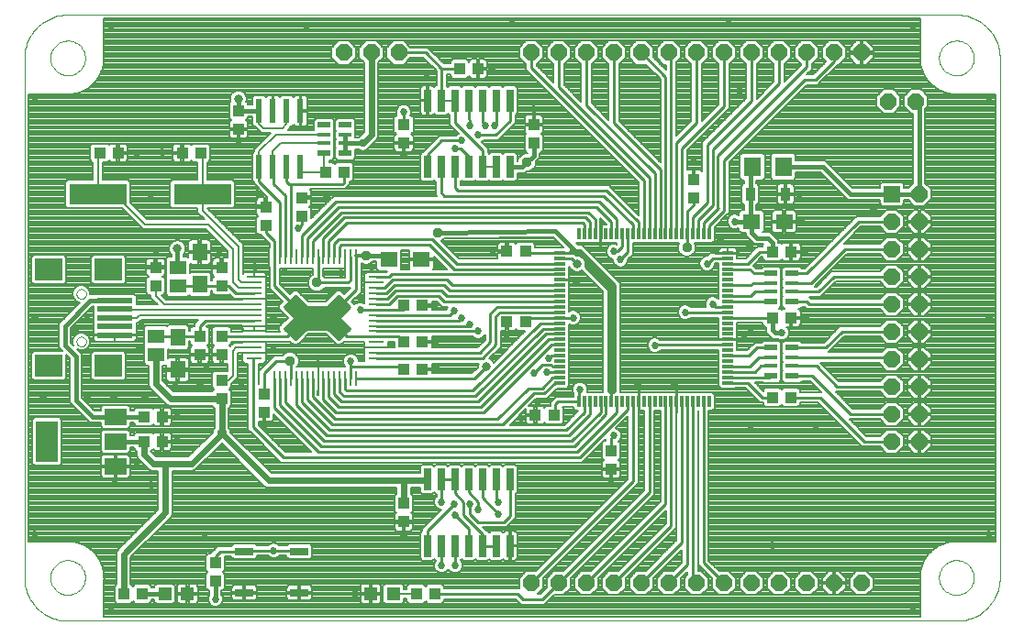
<source format=gtl>
G75*
G70*
%OFA0B0*%
%FSLAX24Y24*%
%IPPOS*%
%LPD*%
%AMOC8*
5,1,8,0,0,1.08239X$1,22.5*
%
%ADD10R,0.0394X0.0433*%
%ADD11R,0.0433X0.0394*%
%ADD12R,0.0630X0.0551*%
%ADD13R,0.0591X0.0512*%
%ADD14R,0.0551X0.0630*%
%ADD15R,0.0236X0.0866*%
%ADD16R,0.0472X0.0472*%
%ADD17OC8,0.0600*%
%ADD18R,0.0984X0.0787*%
%ADD19R,0.1299X0.0197*%
%ADD20C,0.0000*%
%ADD21R,0.0106X0.0571*%
%ADD22R,0.0571X0.0106*%
%ADD23R,0.0650X0.0300*%
%ADD24R,0.0118X0.0394*%
%ADD25R,0.0394X0.0118*%
%ADD26R,0.0260X0.0800*%
%ADD27R,0.0453X0.0173*%
%ADD28R,0.0453X0.0248*%
%ADD29R,0.0358X0.0480*%
%ADD30R,0.0630X0.0710*%
%ADD31R,0.0787X0.0591*%
%ADD32R,0.0787X0.1496*%
%ADD33R,0.2100X0.0760*%
%ADD34R,0.0600X0.0600*%
%ADD35C,0.0080*%
%ADD36C,0.0270*%
%ADD37C,0.0100*%
%ADD38C,0.0375*%
%ADD39C,0.0160*%
%ADD40C,0.0120*%
%ADD41C,0.0150*%
%ADD42C,0.0240*%
%ADD43C,0.0320*%
D10*
X009216Y004401D03*
X009886Y004401D03*
X019393Y007019D03*
X019393Y007688D03*
X019846Y004401D03*
X020515Y004401D03*
X026923Y008938D03*
X026923Y009608D03*
X032787Y011540D03*
X033456Y011540D03*
X029922Y018806D03*
X029922Y019475D03*
X024118Y020799D03*
X024118Y021468D03*
X022090Y023495D03*
X021421Y023495D03*
X017228Y019740D03*
X016559Y019740D03*
X015702Y018810D03*
X015702Y018141D03*
X014381Y017807D03*
X014381Y018477D03*
X012781Y016275D03*
X012781Y015606D03*
X012781Y013775D03*
X012781Y013106D03*
X011981Y013106D03*
X011981Y013775D03*
X014324Y011675D03*
X014324Y011005D03*
X013393Y021306D03*
X013393Y021975D03*
D11*
X012015Y020440D03*
X011346Y020440D03*
X009015Y020440D03*
X008346Y020440D03*
X010381Y016275D03*
X010381Y015606D03*
X012781Y012175D03*
X012781Y011506D03*
X010615Y010840D03*
X009946Y010840D03*
X009946Y009940D03*
X010615Y009940D03*
X012553Y005523D03*
X012553Y004854D03*
X019403Y012570D03*
X020073Y012570D03*
X020073Y013554D03*
X019403Y013554D03*
X019403Y014883D03*
X020073Y014883D03*
X023143Y014293D03*
X023813Y014293D03*
X023813Y016852D03*
X023143Y016852D03*
X019393Y020799D03*
X019393Y021468D03*
X032787Y016840D03*
X033456Y016840D03*
X033456Y014440D03*
X032787Y014440D03*
X024846Y010897D03*
X024177Y010897D03*
D12*
X020033Y016556D03*
X018852Y016556D03*
X032031Y017940D03*
X033212Y017940D03*
D13*
X011181Y016275D03*
X011181Y015606D03*
X010381Y013775D03*
X010381Y013106D03*
D14*
X011181Y012550D03*
X011181Y013731D03*
X011981Y015650D03*
X011981Y016831D03*
D15*
X014143Y019917D03*
X014643Y019917D03*
X015143Y019917D03*
X015643Y019917D03*
X015643Y021964D03*
X015143Y021964D03*
X014643Y021964D03*
X014143Y021964D03*
D16*
X011539Y004401D03*
X010712Y004401D03*
X018193Y004401D03*
X019019Y004401D03*
D17*
X024023Y004795D03*
X025023Y004795D03*
X026023Y004795D03*
X027023Y004795D03*
X028023Y004795D03*
X029023Y004795D03*
X030023Y004795D03*
X031023Y004795D03*
X032023Y004795D03*
X033023Y004795D03*
X034023Y004795D03*
X035023Y004795D03*
X036023Y004795D03*
X037122Y009940D03*
X038122Y009940D03*
X038122Y010940D03*
X037122Y010940D03*
X037122Y011940D03*
X038122Y011940D03*
X038122Y012940D03*
X037122Y012940D03*
X037122Y013940D03*
X038122Y013940D03*
X038122Y014940D03*
X037122Y014940D03*
X037122Y015940D03*
X038122Y015940D03*
X038122Y016940D03*
X037122Y016940D03*
X037122Y017940D03*
X038122Y017940D03*
X038122Y018940D03*
X038004Y022314D03*
X037004Y022314D03*
X036023Y024086D03*
X035023Y024086D03*
X034023Y024086D03*
X033023Y024086D03*
X032023Y024086D03*
X031023Y024086D03*
X030023Y024086D03*
X029023Y024086D03*
X028023Y024086D03*
X027023Y024086D03*
X026023Y024086D03*
X025023Y024086D03*
X024023Y024086D03*
X019212Y024086D03*
X018212Y024086D03*
X017212Y024086D03*
D18*
X008665Y016192D03*
X006500Y016192D03*
X006500Y012688D03*
X008665Y012688D03*
D19*
X008901Y013810D03*
X008901Y014125D03*
X008901Y014440D03*
X008901Y014755D03*
X008901Y015070D03*
D20*
X007189Y003417D02*
X039472Y003417D01*
X039472Y003416D02*
X039549Y003418D01*
X039626Y003424D01*
X039703Y003433D01*
X039779Y003446D01*
X039855Y003463D01*
X039929Y003484D01*
X040003Y003508D01*
X040075Y003536D01*
X040145Y003567D01*
X040214Y003602D01*
X040282Y003640D01*
X040347Y003681D01*
X040410Y003726D01*
X040471Y003774D01*
X040530Y003824D01*
X040586Y003877D01*
X040639Y003933D01*
X040689Y003992D01*
X040737Y004053D01*
X040782Y004116D01*
X040823Y004181D01*
X040861Y004249D01*
X040896Y004318D01*
X040927Y004388D01*
X040955Y004460D01*
X040979Y004534D01*
X041000Y004608D01*
X041017Y004684D01*
X041030Y004760D01*
X041039Y004837D01*
X041045Y004914D01*
X041047Y004991D01*
X041047Y023889D01*
X041045Y023966D01*
X041039Y024043D01*
X041030Y024120D01*
X041017Y024196D01*
X041000Y024272D01*
X040979Y024346D01*
X040955Y024420D01*
X040927Y024492D01*
X040896Y024562D01*
X040861Y024631D01*
X040823Y024699D01*
X040782Y024764D01*
X040737Y024827D01*
X040689Y024888D01*
X040639Y024947D01*
X040586Y025003D01*
X040530Y025056D01*
X040471Y025106D01*
X040410Y025154D01*
X040347Y025199D01*
X040282Y025240D01*
X040214Y025278D01*
X040145Y025313D01*
X040075Y025344D01*
X040003Y025372D01*
X039929Y025396D01*
X039855Y025417D01*
X039779Y025434D01*
X039703Y025447D01*
X039626Y025456D01*
X039549Y025462D01*
X039472Y025464D01*
X007189Y025464D01*
X007112Y025462D01*
X007035Y025456D01*
X006958Y025447D01*
X006882Y025434D01*
X006806Y025417D01*
X006732Y025396D01*
X006658Y025372D01*
X006586Y025344D01*
X006516Y025313D01*
X006447Y025278D01*
X006379Y025240D01*
X006314Y025199D01*
X006251Y025154D01*
X006190Y025106D01*
X006131Y025056D01*
X006075Y025003D01*
X006022Y024947D01*
X005972Y024888D01*
X005924Y024827D01*
X005879Y024764D01*
X005838Y024699D01*
X005800Y024631D01*
X005765Y024562D01*
X005734Y024492D01*
X005706Y024420D01*
X005682Y024346D01*
X005661Y024272D01*
X005644Y024196D01*
X005631Y024120D01*
X005622Y024043D01*
X005616Y023966D01*
X005614Y023889D01*
X005614Y004991D01*
X005616Y004914D01*
X005622Y004837D01*
X005631Y004760D01*
X005644Y004684D01*
X005661Y004608D01*
X005682Y004534D01*
X005706Y004460D01*
X005734Y004388D01*
X005765Y004318D01*
X005800Y004249D01*
X005838Y004181D01*
X005879Y004116D01*
X005924Y004053D01*
X005972Y003992D01*
X006022Y003933D01*
X006075Y003877D01*
X006131Y003824D01*
X006190Y003774D01*
X006251Y003726D01*
X006314Y003681D01*
X006379Y003640D01*
X006447Y003602D01*
X006516Y003567D01*
X006586Y003536D01*
X006658Y003508D01*
X006732Y003484D01*
X006806Y003463D01*
X006882Y003446D01*
X006958Y003433D01*
X007035Y003424D01*
X007112Y003418D01*
X007189Y003416D01*
X006559Y004991D02*
X006561Y005041D01*
X006567Y005091D01*
X006577Y005140D01*
X006591Y005188D01*
X006608Y005235D01*
X006629Y005280D01*
X006654Y005324D01*
X006682Y005365D01*
X006714Y005404D01*
X006748Y005441D01*
X006785Y005475D01*
X006825Y005505D01*
X006867Y005532D01*
X006911Y005556D01*
X006957Y005577D01*
X007004Y005593D01*
X007052Y005606D01*
X007102Y005615D01*
X007151Y005620D01*
X007202Y005621D01*
X007252Y005618D01*
X007301Y005611D01*
X007350Y005600D01*
X007398Y005585D01*
X007444Y005567D01*
X007489Y005545D01*
X007532Y005519D01*
X007573Y005490D01*
X007612Y005458D01*
X007648Y005423D01*
X007680Y005385D01*
X007710Y005345D01*
X007737Y005302D01*
X007760Y005258D01*
X007779Y005212D01*
X007795Y005164D01*
X007807Y005115D01*
X007815Y005066D01*
X007819Y005016D01*
X007819Y004966D01*
X007815Y004916D01*
X007807Y004867D01*
X007795Y004818D01*
X007779Y004770D01*
X007760Y004724D01*
X007737Y004680D01*
X007710Y004637D01*
X007680Y004597D01*
X007648Y004559D01*
X007612Y004524D01*
X007573Y004492D01*
X007532Y004463D01*
X007489Y004437D01*
X007444Y004415D01*
X007398Y004397D01*
X007350Y004382D01*
X007301Y004371D01*
X007252Y004364D01*
X007202Y004361D01*
X007151Y004362D01*
X007102Y004367D01*
X007052Y004376D01*
X007004Y004389D01*
X006957Y004405D01*
X006911Y004426D01*
X006867Y004450D01*
X006825Y004477D01*
X006785Y004507D01*
X006748Y004541D01*
X006714Y004578D01*
X006682Y004617D01*
X006654Y004658D01*
X006629Y004702D01*
X006608Y004747D01*
X006591Y004794D01*
X006577Y004842D01*
X006567Y004891D01*
X006561Y004941D01*
X006559Y004991D01*
X007504Y013574D02*
X007506Y013600D01*
X007512Y013626D01*
X007522Y013651D01*
X007535Y013674D01*
X007551Y013694D01*
X007571Y013712D01*
X007593Y013727D01*
X007616Y013739D01*
X007642Y013747D01*
X007668Y013751D01*
X007694Y013751D01*
X007720Y013747D01*
X007746Y013739D01*
X007770Y013727D01*
X007791Y013712D01*
X007811Y013694D01*
X007827Y013674D01*
X007840Y013651D01*
X007850Y013626D01*
X007856Y013600D01*
X007858Y013574D01*
X007856Y013548D01*
X007850Y013522D01*
X007840Y013497D01*
X007827Y013474D01*
X007811Y013454D01*
X007791Y013436D01*
X007769Y013421D01*
X007746Y013409D01*
X007720Y013401D01*
X007694Y013397D01*
X007668Y013397D01*
X007642Y013401D01*
X007616Y013409D01*
X007592Y013421D01*
X007571Y013436D01*
X007551Y013454D01*
X007535Y013474D01*
X007522Y013497D01*
X007512Y013522D01*
X007506Y013548D01*
X007504Y013574D01*
X007504Y015306D02*
X007506Y015332D01*
X007512Y015358D01*
X007522Y015383D01*
X007535Y015406D01*
X007551Y015426D01*
X007571Y015444D01*
X007593Y015459D01*
X007616Y015471D01*
X007642Y015479D01*
X007668Y015483D01*
X007694Y015483D01*
X007720Y015479D01*
X007746Y015471D01*
X007770Y015459D01*
X007791Y015444D01*
X007811Y015426D01*
X007827Y015406D01*
X007840Y015383D01*
X007850Y015358D01*
X007856Y015332D01*
X007858Y015306D01*
X007856Y015280D01*
X007850Y015254D01*
X007840Y015229D01*
X007827Y015206D01*
X007811Y015186D01*
X007791Y015168D01*
X007769Y015153D01*
X007746Y015141D01*
X007720Y015133D01*
X007694Y015129D01*
X007668Y015129D01*
X007642Y015133D01*
X007616Y015141D01*
X007592Y015153D01*
X007571Y015168D01*
X007551Y015186D01*
X007535Y015206D01*
X007522Y015229D01*
X007512Y015254D01*
X007506Y015280D01*
X007504Y015306D01*
X006559Y023889D02*
X006561Y023939D01*
X006567Y023989D01*
X006577Y024038D01*
X006591Y024086D01*
X006608Y024133D01*
X006629Y024178D01*
X006654Y024222D01*
X006682Y024263D01*
X006714Y024302D01*
X006748Y024339D01*
X006785Y024373D01*
X006825Y024403D01*
X006867Y024430D01*
X006911Y024454D01*
X006957Y024475D01*
X007004Y024491D01*
X007052Y024504D01*
X007102Y024513D01*
X007151Y024518D01*
X007202Y024519D01*
X007252Y024516D01*
X007301Y024509D01*
X007350Y024498D01*
X007398Y024483D01*
X007444Y024465D01*
X007489Y024443D01*
X007532Y024417D01*
X007573Y024388D01*
X007612Y024356D01*
X007648Y024321D01*
X007680Y024283D01*
X007710Y024243D01*
X007737Y024200D01*
X007760Y024156D01*
X007779Y024110D01*
X007795Y024062D01*
X007807Y024013D01*
X007815Y023964D01*
X007819Y023914D01*
X007819Y023864D01*
X007815Y023814D01*
X007807Y023765D01*
X007795Y023716D01*
X007779Y023668D01*
X007760Y023622D01*
X007737Y023578D01*
X007710Y023535D01*
X007680Y023495D01*
X007648Y023457D01*
X007612Y023422D01*
X007573Y023390D01*
X007532Y023361D01*
X007489Y023335D01*
X007444Y023313D01*
X007398Y023295D01*
X007350Y023280D01*
X007301Y023269D01*
X007252Y023262D01*
X007202Y023259D01*
X007151Y023260D01*
X007102Y023265D01*
X007052Y023274D01*
X007004Y023287D01*
X006957Y023303D01*
X006911Y023324D01*
X006867Y023348D01*
X006825Y023375D01*
X006785Y023405D01*
X006748Y023439D01*
X006714Y023476D01*
X006682Y023515D01*
X006654Y023556D01*
X006629Y023600D01*
X006608Y023645D01*
X006591Y023692D01*
X006577Y023740D01*
X006567Y023789D01*
X006561Y023839D01*
X006559Y023889D01*
X038842Y023889D02*
X038844Y023939D01*
X038850Y023989D01*
X038860Y024038D01*
X038874Y024086D01*
X038891Y024133D01*
X038912Y024178D01*
X038937Y024222D01*
X038965Y024263D01*
X038997Y024302D01*
X039031Y024339D01*
X039068Y024373D01*
X039108Y024403D01*
X039150Y024430D01*
X039194Y024454D01*
X039240Y024475D01*
X039287Y024491D01*
X039335Y024504D01*
X039385Y024513D01*
X039434Y024518D01*
X039485Y024519D01*
X039535Y024516D01*
X039584Y024509D01*
X039633Y024498D01*
X039681Y024483D01*
X039727Y024465D01*
X039772Y024443D01*
X039815Y024417D01*
X039856Y024388D01*
X039895Y024356D01*
X039931Y024321D01*
X039963Y024283D01*
X039993Y024243D01*
X040020Y024200D01*
X040043Y024156D01*
X040062Y024110D01*
X040078Y024062D01*
X040090Y024013D01*
X040098Y023964D01*
X040102Y023914D01*
X040102Y023864D01*
X040098Y023814D01*
X040090Y023765D01*
X040078Y023716D01*
X040062Y023668D01*
X040043Y023622D01*
X040020Y023578D01*
X039993Y023535D01*
X039963Y023495D01*
X039931Y023457D01*
X039895Y023422D01*
X039856Y023390D01*
X039815Y023361D01*
X039772Y023335D01*
X039727Y023313D01*
X039681Y023295D01*
X039633Y023280D01*
X039584Y023269D01*
X039535Y023262D01*
X039485Y023259D01*
X039434Y023260D01*
X039385Y023265D01*
X039335Y023274D01*
X039287Y023287D01*
X039240Y023303D01*
X039194Y023324D01*
X039150Y023348D01*
X039108Y023375D01*
X039068Y023405D01*
X039031Y023439D01*
X038997Y023476D01*
X038965Y023515D01*
X038937Y023556D01*
X038912Y023600D01*
X038891Y023645D01*
X038874Y023692D01*
X038860Y023740D01*
X038850Y023789D01*
X038844Y023839D01*
X038842Y023889D01*
X038842Y004991D02*
X038844Y005041D01*
X038850Y005091D01*
X038860Y005140D01*
X038874Y005188D01*
X038891Y005235D01*
X038912Y005280D01*
X038937Y005324D01*
X038965Y005365D01*
X038997Y005404D01*
X039031Y005441D01*
X039068Y005475D01*
X039108Y005505D01*
X039150Y005532D01*
X039194Y005556D01*
X039240Y005577D01*
X039287Y005593D01*
X039335Y005606D01*
X039385Y005615D01*
X039434Y005620D01*
X039485Y005621D01*
X039535Y005618D01*
X039584Y005611D01*
X039633Y005600D01*
X039681Y005585D01*
X039727Y005567D01*
X039772Y005545D01*
X039815Y005519D01*
X039856Y005490D01*
X039895Y005458D01*
X039931Y005423D01*
X039963Y005385D01*
X039993Y005345D01*
X040020Y005302D01*
X040043Y005258D01*
X040062Y005212D01*
X040078Y005164D01*
X040090Y005115D01*
X040098Y005066D01*
X040102Y005016D01*
X040102Y004966D01*
X040098Y004916D01*
X040090Y004867D01*
X040078Y004818D01*
X040062Y004770D01*
X040043Y004724D01*
X040020Y004680D01*
X039993Y004637D01*
X039963Y004597D01*
X039931Y004559D01*
X039895Y004524D01*
X039856Y004492D01*
X039815Y004463D01*
X039772Y004437D01*
X039727Y004415D01*
X039681Y004397D01*
X039633Y004382D01*
X039584Y004371D01*
X039535Y004364D01*
X039485Y004361D01*
X039434Y004362D01*
X039385Y004367D01*
X039335Y004376D01*
X039287Y004389D01*
X039240Y004405D01*
X039194Y004426D01*
X039150Y004450D01*
X039108Y004477D01*
X039068Y004507D01*
X039031Y004541D01*
X038997Y004578D01*
X038965Y004617D01*
X038937Y004658D01*
X038912Y004702D01*
X038891Y004747D01*
X038874Y004794D01*
X038860Y004842D01*
X038850Y004891D01*
X038844Y004941D01*
X038842Y004991D01*
D21*
X017657Y012226D03*
X017460Y012226D03*
X017263Y012226D03*
X017067Y012226D03*
X016870Y012226D03*
X016673Y012226D03*
X016476Y012226D03*
X016279Y012226D03*
X016082Y012226D03*
X015886Y012226D03*
X015689Y012226D03*
X015492Y012226D03*
X015295Y012226D03*
X015098Y012226D03*
X014901Y012226D03*
X014704Y012226D03*
X014704Y016655D03*
X014901Y016655D03*
X015098Y016655D03*
X015295Y016655D03*
X015492Y016655D03*
X015689Y016655D03*
X015886Y016655D03*
X016082Y016655D03*
X016279Y016655D03*
X016476Y016655D03*
X016673Y016655D03*
X016870Y016655D03*
X017067Y016655D03*
X017263Y016655D03*
X017460Y016655D03*
X017657Y016655D03*
D22*
X018395Y015917D03*
X018395Y015720D03*
X018395Y015523D03*
X018395Y015326D03*
X018395Y015129D03*
X018395Y014932D03*
X018395Y014736D03*
X018395Y014539D03*
X018395Y014342D03*
X018395Y014145D03*
X018395Y013948D03*
X018395Y013751D03*
X018395Y013554D03*
X018395Y013358D03*
X018395Y013161D03*
X018395Y012964D03*
X013966Y012964D03*
X013966Y013161D03*
X013966Y013358D03*
X013966Y013554D03*
X013966Y013751D03*
X013966Y013948D03*
X013966Y014145D03*
X013966Y014342D03*
X013966Y014539D03*
X013966Y014736D03*
X013966Y014932D03*
X013966Y015129D03*
X013966Y015326D03*
X013966Y015523D03*
X013966Y015720D03*
X013966Y015917D03*
D23*
X013606Y005938D03*
X015606Y005938D03*
X015606Y004438D03*
X013606Y004438D03*
D24*
X025760Y011389D03*
X025956Y011389D03*
X026153Y011389D03*
X026350Y011389D03*
X026547Y011389D03*
X026744Y011389D03*
X026941Y011389D03*
X027137Y011389D03*
X027334Y011389D03*
X027531Y011389D03*
X027728Y011389D03*
X027925Y011389D03*
X028122Y011389D03*
X028319Y011389D03*
X028515Y011389D03*
X028712Y011389D03*
X028909Y011389D03*
X029106Y011389D03*
X029303Y011389D03*
X029500Y011389D03*
X029697Y011389D03*
X029893Y011389D03*
X030090Y011389D03*
X030287Y011389D03*
X030484Y011389D03*
X030484Y017491D03*
X030287Y017491D03*
X030090Y017491D03*
X029893Y017491D03*
X029697Y017491D03*
X029500Y017491D03*
X029303Y017491D03*
X029106Y017491D03*
X028909Y017491D03*
X028712Y017491D03*
X028515Y017491D03*
X028319Y017491D03*
X028122Y017491D03*
X027925Y017491D03*
X027728Y017491D03*
X027531Y017491D03*
X027334Y017491D03*
X027137Y017491D03*
X026941Y017491D03*
X026744Y017491D03*
X026547Y017491D03*
X026350Y017491D03*
X026153Y017491D03*
X025956Y017491D03*
X025760Y017491D03*
D25*
X025071Y016803D03*
X025071Y016606D03*
X025071Y016409D03*
X025071Y016212D03*
X025071Y016015D03*
X025071Y015818D03*
X025071Y015621D03*
X025071Y015425D03*
X025071Y015228D03*
X025071Y015031D03*
X025071Y014834D03*
X025071Y014637D03*
X025071Y014440D03*
X025071Y014243D03*
X025071Y014047D03*
X025071Y013850D03*
X025071Y013653D03*
X025071Y013456D03*
X025071Y013259D03*
X025071Y013062D03*
X025071Y012866D03*
X025071Y012669D03*
X025071Y012472D03*
X025071Y012275D03*
X025071Y012078D03*
X031173Y012078D03*
X031173Y012275D03*
X031173Y012472D03*
X031173Y012669D03*
X031173Y012866D03*
X031173Y013062D03*
X031173Y013259D03*
X031173Y013456D03*
X031173Y013653D03*
X031173Y013850D03*
X031173Y014047D03*
X031173Y014243D03*
X031173Y014440D03*
X031173Y014637D03*
X031173Y014834D03*
X031173Y015031D03*
X031173Y015228D03*
X031173Y015425D03*
X031173Y015621D03*
X031173Y015818D03*
X031173Y016015D03*
X031173Y016212D03*
X031173Y016409D03*
X031173Y016606D03*
X031173Y016803D03*
D26*
X023256Y019923D03*
X022756Y019923D03*
X022256Y019923D03*
X021756Y019923D03*
X021256Y019923D03*
X020756Y019923D03*
X020256Y019923D03*
X020256Y022343D03*
X020756Y022343D03*
X021256Y022343D03*
X021756Y022343D03*
X022256Y022343D03*
X022756Y022343D03*
X023256Y022343D03*
X023256Y008564D03*
X022756Y008564D03*
X022256Y008564D03*
X021756Y008564D03*
X021256Y008564D03*
X020756Y008564D03*
X020256Y008564D03*
X020256Y006144D03*
X020756Y006144D03*
X021256Y006144D03*
X021756Y006144D03*
X022256Y006144D03*
X022756Y006144D03*
X023256Y006144D03*
D27*
X032738Y012683D03*
X032738Y012998D03*
X033506Y012998D03*
X033506Y012683D03*
X033506Y015383D03*
X033506Y015698D03*
X032738Y015698D03*
X032738Y015383D03*
X017277Y020783D03*
X017277Y021098D03*
X016510Y021098D03*
X016510Y020783D03*
D28*
X016510Y020430D03*
X017277Y020430D03*
X017277Y021450D03*
X016510Y021450D03*
X032738Y016050D03*
X033506Y016050D03*
X033506Y015030D03*
X032738Y015030D03*
X032738Y013350D03*
X033506Y013350D03*
X033506Y012330D03*
X032738Y012330D03*
D29*
X033265Y018940D03*
X031978Y018940D03*
D30*
X032062Y019940D03*
X033182Y019940D03*
D31*
X008921Y010846D03*
X008921Y009940D03*
X008921Y009035D03*
D32*
X006441Y009940D03*
D33*
X008281Y018940D03*
X012081Y018940D03*
D34*
X037122Y018940D03*
D35*
X037562Y018725D02*
X037562Y018582D01*
X037480Y018500D01*
X036764Y018500D01*
X036682Y018582D01*
X036682Y018725D01*
X035711Y018725D01*
X035533Y018725D01*
X034533Y019725D01*
X033636Y019725D01*
X033636Y019527D01*
X033555Y019445D01*
X032809Y019445D01*
X032727Y019527D01*
X032727Y020353D01*
X032809Y020435D01*
X033555Y020435D01*
X033636Y020353D01*
X033636Y020155D01*
X034711Y020155D01*
X034837Y020029D01*
X035711Y019155D01*
X036682Y019155D01*
X036682Y019298D01*
X036764Y019380D01*
X037480Y019380D01*
X037562Y019298D01*
X037562Y019155D01*
X037715Y019155D01*
X037902Y019342D01*
X037902Y021874D01*
X037821Y021874D01*
X037186Y021874D01*
X037444Y022132D01*
X037444Y022497D01*
X037186Y022754D01*
X036821Y022754D01*
X036564Y022497D01*
X036564Y022132D01*
X036821Y021874D01*
X033002Y021874D01*
X032923Y021796D02*
X037902Y021796D01*
X037902Y021717D02*
X032845Y021717D01*
X032766Y021639D02*
X037902Y021639D01*
X037902Y021560D02*
X032687Y021560D01*
X032609Y021482D02*
X037902Y021482D01*
X037902Y021403D02*
X032530Y021403D01*
X032452Y021325D02*
X037902Y021325D01*
X037902Y021246D02*
X032373Y021246D01*
X032295Y021167D02*
X037902Y021167D01*
X037902Y021089D02*
X032216Y021089D01*
X032138Y021010D02*
X037902Y021010D01*
X037902Y020932D02*
X032059Y020932D01*
X031981Y020853D02*
X037902Y020853D01*
X037902Y020775D02*
X031902Y020775D01*
X031824Y020696D02*
X037902Y020696D01*
X037902Y020618D02*
X031745Y020618D01*
X031666Y020539D02*
X037902Y020539D01*
X037902Y020461D02*
X031588Y020461D01*
X031636Y020382D02*
X031509Y020382D01*
X031607Y020353D02*
X031607Y019527D01*
X031689Y019445D01*
X031763Y019445D01*
X031763Y019320D01*
X031741Y019320D01*
X031659Y019238D01*
X031659Y018642D01*
X031741Y018560D01*
X031763Y018560D01*
X031763Y018356D01*
X031658Y018356D01*
X031576Y018274D01*
X031576Y018174D01*
X031476Y018215D01*
X031367Y018215D01*
X031266Y018173D01*
X031189Y018096D01*
X031147Y017995D01*
X031147Y017886D01*
X031189Y017785D01*
X031266Y017707D01*
X031367Y017665D01*
X031476Y017665D01*
X031576Y017707D01*
X031576Y017607D01*
X031658Y017525D01*
X031816Y017525D01*
X031816Y017442D01*
X032007Y017251D01*
X032133Y017125D01*
X032461Y017125D01*
X032431Y017095D01*
X032431Y017030D01*
X032243Y017030D01*
X032132Y016919D01*
X031812Y016599D01*
X031510Y016599D01*
X031510Y016723D01*
X031509Y016723D01*
X031510Y016725D01*
X031510Y016802D01*
X031430Y016802D01*
X031430Y016803D01*
X031510Y016803D01*
X031510Y016880D01*
X031500Y016916D01*
X031482Y016948D01*
X031456Y016974D01*
X031424Y016992D01*
X031388Y017002D01*
X031173Y017002D01*
X031173Y016805D01*
X031173Y016805D01*
X031173Y017002D01*
X030958Y017002D01*
X030922Y016992D01*
X030890Y016974D01*
X030864Y016948D01*
X030846Y016916D01*
X030836Y016880D01*
X030836Y016803D01*
X030916Y016803D01*
X030916Y016802D01*
X030836Y016802D01*
X030836Y016796D01*
X030693Y016796D01*
X030535Y016796D01*
X030423Y016684D01*
X030362Y016684D01*
X030261Y016642D01*
X030184Y016565D01*
X030142Y016464D01*
X030142Y016354D01*
X030184Y016253D01*
X030261Y016176D01*
X030362Y016134D01*
X030472Y016134D01*
X030573Y016176D01*
X030650Y016253D01*
X030692Y016354D01*
X030692Y016415D01*
X030693Y016416D01*
X030836Y016416D01*
X030836Y016292D01*
X030836Y016095D01*
X030836Y015898D01*
X030836Y015701D01*
X030836Y015504D01*
X030836Y015307D01*
X030836Y015115D01*
X030777Y015173D01*
X030676Y015215D01*
X030567Y015215D01*
X030466Y015173D01*
X030389Y015096D01*
X030347Y014995D01*
X030347Y014886D01*
X030371Y014827D01*
X029824Y014827D01*
X029777Y014873D01*
X029676Y014915D01*
X029567Y014915D01*
X029466Y014873D01*
X029389Y014796D01*
X029347Y014695D01*
X029347Y014586D01*
X029389Y014485D01*
X029466Y014407D01*
X029567Y014365D01*
X029676Y014365D01*
X029777Y014407D01*
X029817Y014447D01*
X030836Y014447D01*
X030836Y014323D01*
X030836Y014126D01*
X030836Y013930D01*
X030836Y013733D01*
X030837Y013732D01*
X030836Y013730D01*
X030836Y013653D01*
X030916Y013653D01*
X030916Y013653D01*
X030916Y013653D01*
X030836Y013653D01*
X030836Y013646D01*
X028705Y013646D01*
X028677Y013673D01*
X028576Y013715D01*
X028467Y013715D01*
X028366Y013673D01*
X028289Y013596D01*
X028247Y013495D01*
X028247Y013386D01*
X028289Y013285D01*
X028366Y013207D01*
X028467Y013165D01*
X028576Y013165D01*
X028677Y013207D01*
X028736Y013266D01*
X030836Y013266D01*
X030836Y013142D01*
X030836Y012945D01*
X030836Y012748D01*
X030836Y012552D01*
X030836Y012355D01*
X030836Y012158D01*
X030836Y011961D01*
X030918Y011879D01*
X031428Y011879D01*
X031437Y011888D01*
X031805Y011888D01*
X032343Y011350D01*
X032450Y011350D01*
X032450Y011266D01*
X032532Y011184D01*
X033042Y011184D01*
X033122Y011264D01*
X033201Y011184D01*
X033711Y011184D01*
X033793Y011266D01*
X033793Y011350D01*
X034443Y011350D01*
X035932Y009862D01*
X036043Y009750D01*
X036689Y009750D01*
X036939Y009500D01*
X037304Y009500D01*
X037562Y009758D01*
X037562Y010123D01*
X037304Y010380D01*
X036939Y010380D01*
X036689Y010130D01*
X036200Y010130D01*
X035580Y010750D01*
X036689Y010750D01*
X036939Y010500D01*
X037304Y010500D01*
X037562Y010758D01*
X037562Y011123D01*
X037304Y011380D01*
X036939Y011380D01*
X036689Y011130D01*
X035700Y011130D01*
X035080Y011750D01*
X036689Y011750D01*
X036939Y011500D01*
X037304Y011500D01*
X037562Y011758D01*
X037562Y012123D01*
X037304Y012380D01*
X036939Y012380D01*
X036689Y012130D01*
X035200Y012130D01*
X034523Y012808D01*
X036682Y012808D01*
X036682Y012758D01*
X036939Y012500D01*
X037304Y012500D01*
X037562Y012758D01*
X037562Y013123D01*
X037304Y013380D01*
X036939Y013380D01*
X036747Y013188D01*
X034838Y013188D01*
X035400Y013750D01*
X036689Y013750D01*
X036939Y013500D01*
X037304Y013500D01*
X037562Y013758D01*
X037562Y014123D01*
X037304Y014380D01*
X036939Y014380D01*
X036689Y014130D01*
X035243Y014130D01*
X035132Y014019D01*
X034653Y013540D01*
X033864Y013540D01*
X033790Y013614D01*
X033221Y013614D01*
X033139Y013532D01*
X033139Y013168D01*
X033152Y013155D01*
X033139Y013142D01*
X033139Y012853D01*
X033152Y012840D01*
X033139Y012827D01*
X033139Y012538D01*
X033152Y012525D01*
X033139Y012512D01*
X033139Y012148D01*
X033221Y012066D01*
X033790Y012066D01*
X033864Y012140D01*
X034153Y012140D01*
X034563Y011730D01*
X034443Y011730D01*
X033793Y011730D01*
X033793Y011815D01*
X033711Y011897D01*
X033201Y011897D01*
X033122Y011817D01*
X033042Y011897D01*
X032532Y011897D01*
X032450Y011815D01*
X032450Y011780D01*
X032146Y012085D01*
X032435Y012085D01*
X032453Y012066D01*
X033022Y012066D01*
X033104Y012148D01*
X033104Y012512D01*
X033091Y012525D01*
X033104Y012538D01*
X033104Y012827D01*
X033091Y012840D01*
X033104Y012853D01*
X033104Y013142D01*
X033091Y013155D01*
X033104Y013168D01*
X033104Y013532D01*
X033022Y013614D01*
X032453Y013614D01*
X032379Y013540D01*
X032310Y013540D01*
X032153Y013540D01*
X031865Y013252D01*
X031510Y013252D01*
X031510Y013339D01*
X031510Y013573D01*
X031509Y013574D01*
X031510Y013575D01*
X031510Y013653D01*
X031510Y013730D01*
X031509Y013732D01*
X031510Y013733D01*
X031510Y013930D01*
X031510Y014126D01*
X031510Y014250D01*
X032431Y014250D01*
X032431Y014185D01*
X032513Y014103D01*
X032567Y014103D01*
X032567Y014081D01*
X032567Y013898D01*
X032658Y013808D01*
X032786Y013679D01*
X032955Y013679D01*
X032968Y013666D01*
X033069Y013624D01*
X033178Y013624D01*
X033279Y013666D01*
X033357Y013743D01*
X033399Y013844D01*
X033399Y013954D01*
X033357Y014055D01*
X033308Y014103D01*
X033416Y014103D01*
X033416Y014400D01*
X033496Y014400D01*
X033496Y014103D01*
X033691Y014103D01*
X033727Y014113D01*
X033759Y014131D01*
X033785Y014157D01*
X033803Y014189D01*
X033813Y014225D01*
X033813Y014400D01*
X033496Y014400D01*
X033496Y014480D01*
X033813Y014480D01*
X033813Y014656D01*
X033803Y014691D01*
X033785Y014723D01*
X033759Y014749D01*
X033729Y014766D01*
X033790Y014766D01*
X033864Y014840D01*
X033953Y014840D01*
X034043Y014750D01*
X036689Y014750D01*
X036939Y014500D01*
X037304Y014500D01*
X037562Y014758D01*
X037562Y015123D01*
X037304Y015380D01*
X036939Y015380D01*
X036689Y015130D01*
X034200Y015130D01*
X034138Y015193D01*
X034386Y015193D01*
X034543Y015193D01*
X035100Y015750D01*
X036689Y015750D01*
X036939Y015500D01*
X037304Y015500D01*
X037562Y015758D01*
X037562Y016123D01*
X037304Y016380D01*
X036939Y016380D01*
X036689Y016130D01*
X034943Y016130D01*
X034832Y016019D01*
X034386Y015573D01*
X034323Y015573D01*
X034369Y015619D01*
X035500Y016750D01*
X036689Y016750D01*
X036939Y016500D01*
X037304Y016500D01*
X037562Y016758D01*
X037562Y017123D01*
X037304Y017380D01*
X036939Y017380D01*
X036689Y017130D01*
X035380Y017130D01*
X036000Y017750D01*
X036689Y017750D01*
X036939Y017500D01*
X037304Y017500D01*
X037562Y017758D01*
X037562Y018123D01*
X037304Y018380D01*
X036939Y018380D01*
X036689Y018130D01*
X035843Y018130D01*
X035732Y018019D01*
X033953Y016240D01*
X033864Y016240D01*
X033790Y016314D01*
X033221Y016314D01*
X033139Y016232D01*
X033139Y015868D01*
X033152Y015855D01*
X033139Y015842D01*
X033139Y015553D01*
X033152Y015540D01*
X033139Y015527D01*
X033139Y015238D01*
X033152Y015225D01*
X033139Y015212D01*
X033139Y014848D01*
X033213Y014775D01*
X033186Y014768D01*
X033154Y014749D01*
X033128Y014723D01*
X033123Y014715D01*
X033062Y014777D01*
X033033Y014777D01*
X033104Y014848D01*
X033104Y015212D01*
X033091Y015225D01*
X033104Y015238D01*
X033104Y015527D01*
X033091Y015540D01*
X033104Y015553D01*
X033104Y015842D01*
X033091Y015855D01*
X033104Y015868D01*
X033104Y016232D01*
X033022Y016314D01*
X032453Y016314D01*
X032379Y016240D01*
X032191Y016240D01*
X032090Y016340D01*
X032400Y016650D01*
X032431Y016650D01*
X032431Y016585D01*
X032513Y016503D01*
X033062Y016503D01*
X033123Y016565D01*
X033128Y016557D01*
X033154Y016531D01*
X033186Y016513D01*
X033221Y016503D01*
X033416Y016503D01*
X033416Y016800D01*
X033496Y016800D01*
X033496Y016503D01*
X033691Y016503D01*
X033727Y016513D01*
X033759Y016531D01*
X033785Y016557D01*
X033803Y016589D01*
X033813Y016625D01*
X033813Y016800D01*
X033496Y016800D01*
X033496Y016880D01*
X033416Y016880D01*
X033416Y017177D01*
X033221Y017177D01*
X033186Y017168D01*
X033154Y017149D01*
X033128Y017123D01*
X033123Y017115D01*
X033062Y017177D01*
X033002Y017177D01*
X033002Y017264D01*
X032711Y017555D01*
X032533Y017555D01*
X032435Y017555D01*
X032486Y017607D01*
X032486Y018274D01*
X032404Y018356D01*
X032193Y018356D01*
X032193Y018560D01*
X032215Y018560D01*
X032297Y018642D01*
X032297Y019238D01*
X032215Y019320D01*
X032193Y019320D01*
X032193Y019445D01*
X032435Y019445D01*
X032517Y019527D01*
X032517Y020353D01*
X032435Y020435D01*
X031689Y020435D01*
X031607Y020353D01*
X031607Y020304D02*
X031431Y020304D01*
X031352Y020225D02*
X031607Y020225D01*
X031607Y020146D02*
X031274Y020146D01*
X031212Y020084D02*
X034039Y022912D01*
X034433Y022912D01*
X034544Y023023D01*
X035167Y023646D01*
X035206Y023646D01*
X035463Y023904D01*
X035463Y024268D01*
X035206Y024526D01*
X034841Y024526D01*
X034583Y024268D01*
X034583Y023904D01*
X034735Y023752D01*
X034275Y023292D01*
X034025Y023292D01*
X034213Y023480D01*
X034213Y023637D01*
X034213Y023654D01*
X034463Y023904D01*
X034463Y024268D01*
X034206Y024526D01*
X033841Y024526D01*
X033583Y024268D01*
X033583Y023904D01*
X033833Y023654D01*
X033833Y023637D01*
X033213Y023017D01*
X033213Y023031D01*
X033213Y023654D01*
X033463Y023904D01*
X033463Y024268D01*
X033206Y024526D01*
X032841Y024526D01*
X032583Y024268D01*
X032583Y023904D01*
X032833Y023654D01*
X032833Y023031D01*
X032213Y022411D01*
X032213Y022425D01*
X032213Y023654D01*
X032463Y023904D01*
X032463Y024268D01*
X032206Y024526D01*
X031841Y024526D01*
X031583Y024268D01*
X031583Y023904D01*
X031833Y023654D01*
X031833Y022425D01*
X030338Y020929D01*
X030227Y020818D01*
X030227Y020661D01*
X030232Y020656D01*
X030232Y020380D01*
X030232Y019775D01*
X030231Y019777D01*
X030205Y019804D01*
X030173Y019822D01*
X030137Y019831D01*
X029962Y019831D01*
X029962Y019515D01*
X029882Y019515D01*
X029882Y019831D01*
X029706Y019831D01*
X029690Y019827D01*
X029690Y020303D01*
X029690Y020304D02*
X030232Y020304D01*
X030232Y020382D02*
X029690Y020382D01*
X029690Y020461D02*
X030232Y020461D01*
X030232Y020539D02*
X029698Y020539D01*
X029690Y020531D02*
X031213Y022054D01*
X031213Y022212D01*
X031213Y023654D01*
X031463Y023904D01*
X031463Y024268D01*
X031206Y024526D01*
X030841Y024526D01*
X030583Y024268D01*
X030583Y023904D01*
X030833Y023654D01*
X030833Y022212D01*
X030213Y021592D01*
X030213Y021606D01*
X030213Y023654D01*
X030463Y023904D01*
X030463Y024268D01*
X030206Y024526D01*
X029841Y024526D01*
X029583Y024268D01*
X029583Y023904D01*
X029833Y023654D01*
X029833Y021606D01*
X029296Y021068D01*
X029296Y023736D01*
X029463Y023904D01*
X029463Y024268D01*
X029206Y024526D01*
X028841Y024526D01*
X028583Y024268D01*
X028583Y023904D01*
X028841Y023646D01*
X028916Y023646D01*
X028916Y023462D01*
X028463Y023915D01*
X028463Y024268D01*
X028206Y024526D01*
X027841Y024526D01*
X027583Y024268D01*
X027583Y023904D01*
X027841Y023646D01*
X028195Y023646D01*
X028719Y023121D01*
X028719Y020098D01*
X027213Y021604D01*
X027213Y023654D01*
X027463Y023904D01*
X027463Y024268D01*
X027206Y024526D01*
X026841Y024526D01*
X026583Y024268D01*
X026583Y023904D01*
X026833Y023654D01*
X026833Y021639D01*
X026213Y022259D01*
X026213Y023654D01*
X026463Y023904D01*
X026463Y024268D01*
X026206Y024526D01*
X025841Y024526D01*
X025583Y024268D01*
X025583Y023904D01*
X025833Y023654D01*
X025833Y022295D01*
X025213Y022915D01*
X025213Y023654D01*
X025463Y023904D01*
X025463Y024268D01*
X025206Y024526D01*
X024841Y024526D01*
X024583Y024268D01*
X024583Y023904D01*
X024833Y023654D01*
X024833Y022999D01*
X024213Y023619D01*
X024213Y023654D01*
X024463Y023904D01*
X024463Y024268D01*
X024206Y024526D01*
X023841Y024526D01*
X023583Y024268D01*
X023583Y023904D01*
X023833Y023654D01*
X023833Y023619D01*
X023833Y023462D01*
X027932Y019364D01*
X027932Y018178D01*
X026965Y019145D01*
X026854Y019256D01*
X021446Y019256D01*
X021446Y019385D01*
X021506Y019445D01*
X021568Y019383D01*
X021944Y019383D01*
X022006Y019445D01*
X022068Y019383D01*
X022444Y019383D01*
X022506Y019445D01*
X022568Y019383D01*
X022944Y019383D01*
X023006Y019445D01*
X023068Y019383D01*
X023444Y019383D01*
X023526Y019465D01*
X023526Y019703D01*
X023604Y019703D01*
X023786Y019703D01*
X023855Y019772D01*
X023937Y019772D01*
X024057Y019822D01*
X024149Y019914D01*
X024199Y020035D01*
X024199Y020116D01*
X024338Y020255D01*
X024338Y020437D01*
X024338Y020442D01*
X024373Y020442D01*
X024455Y020524D01*
X024455Y021073D01*
X024393Y021135D01*
X024401Y021139D01*
X024427Y021165D01*
X024445Y021197D01*
X024455Y021233D01*
X024455Y021428D01*
X024158Y021428D01*
X024158Y021508D01*
X024455Y021508D01*
X024455Y021703D01*
X024445Y021738D01*
X024427Y021770D01*
X024401Y021796D01*
X025499Y021796D01*
X025421Y021874D02*
X023515Y021874D01*
X023526Y021885D02*
X023526Y022801D01*
X023444Y022883D01*
X023068Y022883D01*
X023006Y022821D01*
X022944Y022883D01*
X022568Y022883D01*
X022506Y022821D01*
X022444Y022883D01*
X022068Y022883D01*
X022006Y022821D01*
X021944Y022883D01*
X021568Y022883D01*
X021506Y022821D01*
X021444Y022883D01*
X021068Y022883D01*
X021006Y022821D01*
X020961Y022865D01*
X020961Y023305D01*
X021084Y023305D01*
X021084Y023221D01*
X021166Y023139D01*
X021676Y023139D01*
X021758Y023221D01*
X021758Y023244D01*
X021763Y023225D01*
X021781Y023193D01*
X021807Y023167D01*
X021839Y023148D01*
X021875Y023139D01*
X022050Y023139D01*
X022050Y023455D01*
X022130Y023455D01*
X022130Y023139D01*
X022306Y023139D01*
X022341Y023148D01*
X022373Y023167D01*
X022399Y023193D01*
X022418Y023225D01*
X022427Y023260D01*
X022427Y023455D01*
X022130Y023455D01*
X022130Y023535D01*
X022427Y023535D01*
X022427Y023730D01*
X022418Y023766D01*
X022399Y023798D01*
X022373Y023824D01*
X022341Y023842D01*
X022306Y023852D01*
X022130Y023852D01*
X022130Y023536D01*
X022050Y023536D01*
X022050Y023852D01*
X021875Y023852D01*
X021839Y023842D01*
X021807Y023824D01*
X021781Y023798D01*
X021763Y023766D01*
X021758Y023747D01*
X021758Y023770D01*
X021676Y023852D01*
X021166Y023852D01*
X021084Y023770D01*
X021084Y023685D01*
X020850Y023685D01*
X020259Y024276D01*
X020102Y024276D01*
X019644Y024276D01*
X019394Y024526D01*
X019030Y024526D01*
X018772Y024268D01*
X018772Y023904D01*
X019030Y023646D01*
X019394Y023646D01*
X019644Y023896D01*
X020102Y023896D01*
X020581Y023417D01*
X020581Y022883D01*
X020568Y022883D01*
X020503Y022819D01*
X020498Y022829D01*
X020472Y022855D01*
X020440Y022874D01*
X020404Y022883D01*
X020281Y022883D01*
X020281Y022368D01*
X020231Y022368D01*
X020231Y022883D01*
X020107Y022883D01*
X020072Y022874D01*
X020040Y022855D01*
X020014Y022829D01*
X019995Y022797D01*
X019986Y022762D01*
X019986Y022368D01*
X020230Y022368D01*
X020230Y022318D01*
X019986Y022318D01*
X019986Y021925D01*
X019995Y021889D01*
X020014Y021857D01*
X020040Y021831D01*
X020072Y021813D01*
X020107Y021803D01*
X020231Y021803D01*
X020231Y022318D01*
X020281Y022318D01*
X020281Y021803D01*
X020404Y021803D01*
X020440Y021813D01*
X020472Y021831D01*
X020498Y021857D01*
X020503Y021867D01*
X020568Y021803D01*
X020944Y021803D01*
X021006Y021865D01*
X021068Y021803D01*
X021073Y021803D01*
X021073Y021448D01*
X021185Y021337D01*
X021387Y021134D01*
X021354Y021120D01*
X021311Y021077D01*
X020850Y021077D01*
X020693Y021077D01*
X020079Y020463D01*
X020068Y020463D01*
X019986Y020381D01*
X019986Y019465D01*
X020068Y019383D01*
X020444Y019383D01*
X020506Y019445D01*
X020566Y019385D01*
X020566Y019062D01*
X020566Y018905D01*
X020608Y018863D01*
X016854Y018863D01*
X016743Y018751D01*
X016039Y018048D01*
X016039Y018416D01*
X015977Y018477D01*
X015985Y018482D01*
X016011Y018508D01*
X016030Y018540D01*
X016039Y018575D01*
X016039Y018770D01*
X015743Y018770D01*
X015743Y018850D01*
X016039Y018850D01*
X016039Y019045D01*
X016030Y019081D01*
X016011Y019113D01*
X016002Y019122D01*
X017258Y019122D01*
X017369Y019234D01*
X017418Y019283D01*
X017418Y019384D01*
X017483Y019384D01*
X017565Y019466D01*
X017565Y020015D01*
X017483Y020097D01*
X016973Y020097D01*
X016893Y020017D01*
X016814Y020097D01*
X016689Y020097D01*
X016689Y020166D01*
X016794Y020166D01*
X016876Y020248D01*
X016876Y020612D01*
X016863Y020625D01*
X016876Y020638D01*
X016876Y020927D01*
X016863Y020940D01*
X016876Y020953D01*
X016876Y021242D01*
X016863Y021255D01*
X016876Y021268D01*
X016876Y021632D01*
X016794Y021714D01*
X016225Y021714D01*
X016143Y021632D01*
X016143Y021278D01*
X015185Y021278D01*
X015218Y021310D01*
X015298Y021391D01*
X015319Y021391D01*
X015399Y021470D01*
X015413Y021445D01*
X015439Y021419D01*
X015471Y021400D01*
X015507Y021391D01*
X015624Y021391D01*
X015624Y021945D01*
X015662Y021945D01*
X015662Y021391D01*
X015780Y021391D01*
X015816Y021400D01*
X015847Y021419D01*
X015874Y021445D01*
X015892Y021477D01*
X015901Y021512D01*
X015901Y021945D01*
X015663Y021945D01*
X015663Y021983D01*
X015901Y021983D01*
X015901Y022415D01*
X015892Y022451D01*
X015874Y022483D01*
X015847Y022509D01*
X015816Y022527D01*
X015780Y022537D01*
X015662Y022537D01*
X015662Y021983D01*
X015624Y021983D01*
X015624Y022537D01*
X015507Y022537D01*
X015471Y022527D01*
X015439Y022509D01*
X015413Y022483D01*
X015399Y022458D01*
X015319Y022537D01*
X014967Y022537D01*
X014888Y022458D01*
X014874Y022483D01*
X014847Y022509D01*
X014816Y022527D01*
X014780Y022537D01*
X014662Y022537D01*
X014662Y021983D01*
X014624Y021983D01*
X014624Y022537D01*
X014507Y022537D01*
X014471Y022527D01*
X014439Y022509D01*
X014413Y022483D01*
X014399Y022458D01*
X014319Y022537D01*
X013967Y022537D01*
X013885Y022455D01*
X013885Y022190D01*
X013730Y022190D01*
X013730Y022249D01*
X013671Y022309D01*
X013689Y022353D01*
X013689Y022472D01*
X013644Y022583D01*
X013559Y022667D01*
X013449Y022713D01*
X013330Y022713D01*
X013219Y022667D01*
X013135Y022583D01*
X013089Y022472D01*
X013089Y022353D01*
X013110Y022303D01*
X013057Y022249D01*
X013057Y021700D01*
X013118Y021639D01*
X005754Y021639D01*
X005754Y021717D02*
X013057Y021717D01*
X013057Y021796D02*
X005754Y021796D01*
X005754Y021874D02*
X013057Y021874D01*
X013057Y021953D02*
X005754Y021953D01*
X005754Y022031D02*
X013057Y022031D01*
X013057Y022110D02*
X005754Y022110D01*
X005754Y022189D02*
X013057Y022189D01*
X013074Y022267D02*
X005754Y022267D01*
X005754Y022346D02*
X013092Y022346D01*
X013089Y022424D02*
X005754Y022424D01*
X005754Y022503D02*
X013102Y022503D01*
X013135Y022581D02*
X007378Y022581D01*
X007377Y022581D02*
X007425Y022585D01*
X007432Y022593D01*
X007506Y022609D01*
X007516Y022604D01*
X007561Y022621D01*
X007608Y022631D01*
X007614Y022641D01*
X007684Y022667D01*
X007695Y022664D01*
X007738Y022687D01*
X007783Y022704D01*
X007787Y022714D01*
X007853Y022750D01*
X007865Y022749D01*
X007903Y022777D01*
X007945Y022800D01*
X007948Y022811D01*
X008009Y022857D01*
X008020Y022857D01*
X008054Y022891D01*
X008092Y022919D01*
X008094Y022930D01*
X008147Y022984D01*
X008159Y022985D01*
X008187Y023024D01*
X008221Y023058D01*
X008221Y023069D01*
X008266Y023129D01*
X008277Y023133D01*
X008300Y023175D01*
X008329Y023213D01*
X008327Y023224D01*
X008364Y023291D01*
X008374Y023295D01*
X008391Y023340D01*
X008414Y023382D01*
X008410Y023393D01*
X008437Y023464D01*
X008446Y023470D01*
X008457Y023517D01*
X008473Y023562D01*
X008469Y023572D01*
X008485Y023646D01*
X008493Y023653D01*
X008497Y023701D01*
X008507Y023748D01*
X008501Y023758D01*
X008506Y023827D01*
X008510Y023831D01*
X008510Y023884D01*
X008514Y023937D01*
X008510Y023941D01*
X008510Y025324D01*
X038151Y025324D01*
X038151Y023941D01*
X038147Y023937D01*
X038151Y023884D01*
X038151Y023831D01*
X038155Y023827D01*
X038160Y023758D01*
X038154Y023748D01*
X038164Y023701D01*
X038168Y023653D01*
X038176Y023646D01*
X038192Y023572D01*
X038187Y023562D01*
X038204Y023517D01*
X038214Y023470D01*
X038224Y023464D01*
X038250Y023393D01*
X038247Y023382D01*
X038270Y023340D01*
X038287Y023295D01*
X038297Y023291D01*
X038333Y023224D01*
X038332Y023213D01*
X038360Y023175D01*
X038383Y023133D01*
X038394Y023129D01*
X038440Y023069D01*
X038440Y023058D01*
X038474Y023024D01*
X038502Y022985D01*
X038513Y022984D01*
X038567Y022930D01*
X038568Y022919D01*
X038607Y022891D01*
X038641Y022857D01*
X038652Y022857D01*
X038712Y022811D01*
X038716Y022800D01*
X038758Y022777D01*
X038796Y022749D01*
X038807Y022750D01*
X038874Y022714D01*
X038878Y022704D01*
X038923Y022687D01*
X038965Y022664D01*
X038976Y022667D01*
X039047Y022641D01*
X039053Y022631D01*
X039100Y022621D01*
X039145Y022604D01*
X039155Y022609D01*
X039229Y022593D01*
X039236Y022585D01*
X039284Y022581D01*
X039331Y022571D01*
X039341Y022577D01*
X039410Y022572D01*
X039414Y022568D01*
X039467Y022568D01*
X039520Y022564D01*
X039524Y022568D01*
X040907Y022568D01*
X040907Y006313D01*
X039524Y006313D01*
X039520Y006316D01*
X039467Y006313D01*
X039414Y006313D01*
X039410Y006308D01*
X039341Y006304D01*
X039331Y006310D01*
X039284Y006299D01*
X039236Y006296D01*
X039229Y006287D01*
X039155Y006271D01*
X039145Y006276D01*
X039100Y006259D01*
X039053Y006249D01*
X039047Y006240D01*
X038976Y006213D01*
X038965Y006216D01*
X038923Y006193D01*
X038878Y006177D01*
X038874Y006166D01*
X038807Y006130D01*
X038796Y006132D01*
X038758Y006103D01*
X038716Y006080D01*
X038712Y006069D01*
X038652Y006024D01*
X038641Y006024D01*
X038607Y005990D01*
X038568Y005961D01*
X038567Y005950D01*
X038513Y005897D01*
X038502Y005895D01*
X038474Y005857D01*
X038440Y005823D01*
X038440Y005811D01*
X038394Y005751D01*
X038383Y005748D01*
X038360Y005706D01*
X038332Y005668D01*
X038333Y005656D01*
X038297Y005590D01*
X038287Y005585D01*
X038270Y005540D01*
X038247Y005498D01*
X038250Y005487D01*
X038224Y005417D01*
X038214Y005411D01*
X038204Y005364D01*
X038187Y005319D01*
X038192Y005309D01*
X038176Y005235D01*
X038168Y005227D01*
X038164Y005180D01*
X038154Y005133D01*
X038160Y005123D01*
X038155Y005054D01*
X038151Y005049D01*
X038151Y004997D01*
X038147Y004944D01*
X038151Y004939D01*
X038151Y003557D01*
X008510Y003557D01*
X008510Y004939D01*
X008514Y004944D01*
X008510Y004997D01*
X008510Y005049D01*
X008506Y005054D01*
X008501Y005123D01*
X008507Y005133D01*
X008497Y005180D01*
X008493Y005227D01*
X008485Y005235D01*
X008469Y005309D01*
X008473Y005319D01*
X008457Y005364D01*
X008446Y005411D01*
X008437Y005417D01*
X008410Y005487D01*
X008414Y005498D01*
X008391Y005540D01*
X008374Y005585D01*
X008364Y005590D01*
X008327Y005656D01*
X008329Y005668D01*
X008300Y005706D01*
X008277Y005748D01*
X008266Y005751D01*
X008221Y005811D01*
X008221Y005823D01*
X008187Y005857D01*
X008159Y005895D01*
X008147Y005897D01*
X008094Y005950D01*
X008092Y005961D01*
X008054Y005990D01*
X008020Y006024D01*
X008009Y006024D01*
X007948Y006069D01*
X007945Y006080D01*
X007903Y006103D01*
X007865Y006132D01*
X007853Y006130D01*
X007787Y006166D01*
X007783Y006177D01*
X007738Y006193D01*
X007695Y006216D01*
X007685Y006213D01*
X007614Y006240D01*
X007608Y006249D01*
X007561Y006259D01*
X007516Y006276D01*
X007506Y006271D01*
X007432Y006287D01*
X007425Y006296D01*
X007377Y006299D01*
X007330Y006310D01*
X007320Y006304D01*
X007251Y006308D01*
X007247Y006313D01*
X007194Y006313D01*
X007141Y006316D01*
X007136Y006313D01*
X005754Y006313D01*
X005754Y022568D01*
X007136Y022568D01*
X007141Y022564D01*
X007194Y022568D01*
X007247Y022568D01*
X007251Y022572D01*
X007320Y022577D01*
X007330Y022571D01*
X007377Y022581D01*
X007664Y022660D02*
X013212Y022660D01*
X013567Y022660D02*
X017952Y022660D01*
X017952Y022738D02*
X007831Y022738D01*
X007956Y022817D02*
X017952Y022817D01*
X017952Y022895D02*
X008061Y022895D01*
X008138Y022974D02*
X017952Y022974D01*
X017952Y023053D02*
X008216Y023053D01*
X008272Y023131D02*
X017952Y023131D01*
X017952Y023210D02*
X008326Y023210D01*
X008362Y023288D02*
X017952Y023288D01*
X017952Y023367D02*
X008405Y023367D01*
X008430Y023445D02*
X017952Y023445D01*
X017952Y023524D02*
X008459Y023524D01*
X008475Y023602D02*
X017952Y023602D01*
X017952Y023681D02*
X017429Y023681D01*
X017394Y023646D02*
X017652Y023904D01*
X017652Y024268D01*
X017394Y024526D01*
X017030Y024526D01*
X016772Y024268D01*
X016772Y023904D01*
X017030Y023646D01*
X017394Y023646D01*
X017508Y023759D02*
X017917Y023759D01*
X017952Y023724D02*
X017952Y021192D01*
X017795Y021035D01*
X017750Y021016D01*
X017732Y020998D01*
X017644Y020998D01*
X017644Y021242D01*
X017631Y021255D01*
X017644Y021268D01*
X017644Y021632D01*
X017562Y021714D01*
X016993Y021714D01*
X016911Y021632D01*
X016911Y021268D01*
X016924Y021255D01*
X016911Y021242D01*
X016911Y020953D01*
X016924Y020940D01*
X016911Y020927D01*
X016911Y020638D01*
X016924Y020625D01*
X016911Y020612D01*
X016911Y020248D01*
X016993Y020166D01*
X017562Y020166D01*
X017644Y020248D01*
X017644Y020568D01*
X017732Y020568D01*
X017750Y020550D01*
X017851Y020508D01*
X017961Y020508D01*
X018062Y020550D01*
X018139Y020627D01*
X018150Y020655D01*
X018433Y020937D01*
X018472Y021032D01*
X018472Y021136D01*
X018472Y023724D01*
X018652Y023904D01*
X018652Y024268D01*
X018394Y024526D01*
X018030Y024526D01*
X017772Y024268D01*
X017772Y023904D01*
X017952Y023724D01*
X017838Y023838D02*
X017586Y023838D01*
X017652Y023916D02*
X017772Y023916D01*
X017772Y023995D02*
X017652Y023995D01*
X017652Y024074D02*
X017772Y024074D01*
X017772Y024152D02*
X017652Y024152D01*
X017652Y024231D02*
X017772Y024231D01*
X017813Y024309D02*
X017611Y024309D01*
X017533Y024388D02*
X017892Y024388D01*
X017970Y024466D02*
X017454Y024466D01*
X016970Y024466D02*
X008510Y024466D01*
X008510Y024388D02*
X016892Y024388D01*
X016813Y024309D02*
X008510Y024309D01*
X008510Y024231D02*
X016772Y024231D01*
X016772Y024152D02*
X008510Y024152D01*
X008510Y024074D02*
X016772Y024074D01*
X016772Y023995D02*
X008510Y023995D01*
X008512Y023916D02*
X016772Y023916D01*
X016838Y023838D02*
X008510Y023838D01*
X008501Y023759D02*
X016917Y023759D01*
X016995Y023681D02*
X008495Y023681D01*
X008510Y024545D02*
X038151Y024545D01*
X038151Y024623D02*
X008510Y024623D01*
X008510Y024702D02*
X038151Y024702D01*
X038151Y024780D02*
X008510Y024780D01*
X008510Y024859D02*
X038151Y024859D01*
X038151Y024938D02*
X008510Y024938D01*
X008510Y025016D02*
X038151Y025016D01*
X038151Y025095D02*
X008510Y025095D01*
X008510Y025173D02*
X038151Y025173D01*
X038151Y025252D02*
X008510Y025252D01*
X013644Y022581D02*
X017952Y022581D01*
X017952Y022503D02*
X015854Y022503D01*
X015899Y022424D02*
X017952Y022424D01*
X017952Y022346D02*
X015901Y022346D01*
X015901Y022267D02*
X017952Y022267D01*
X017952Y022189D02*
X015901Y022189D01*
X015901Y022110D02*
X017952Y022110D01*
X017952Y022031D02*
X015901Y022031D01*
X015901Y021874D02*
X017952Y021874D01*
X017952Y021796D02*
X015901Y021796D01*
X015901Y021717D02*
X017952Y021717D01*
X017952Y021639D02*
X017637Y021639D01*
X017644Y021560D02*
X017952Y021560D01*
X017952Y021482D02*
X017644Y021482D01*
X017644Y021403D02*
X017952Y021403D01*
X017952Y021325D02*
X017644Y021325D01*
X017640Y021246D02*
X017952Y021246D01*
X017928Y021167D02*
X017644Y021167D01*
X017644Y021089D02*
X017850Y021089D01*
X017745Y021010D02*
X017644Y021010D01*
X017644Y020539D02*
X017776Y020539D01*
X017644Y020461D02*
X020065Y020461D01*
X019986Y020382D02*
X017644Y020382D01*
X017644Y020304D02*
X019986Y020304D01*
X019986Y020225D02*
X017620Y020225D01*
X017512Y020068D02*
X019986Y020068D01*
X019986Y020146D02*
X016689Y020146D01*
X016843Y020068D02*
X016944Y020068D01*
X016934Y020225D02*
X016852Y020225D01*
X016876Y020304D02*
X016911Y020304D01*
X016911Y020382D02*
X016876Y020382D01*
X016876Y020461D02*
X016911Y020461D01*
X016911Y020539D02*
X016876Y020539D01*
X016871Y020618D02*
X016916Y020618D01*
X016911Y020696D02*
X016876Y020696D01*
X016876Y020775D02*
X016911Y020775D01*
X016911Y020853D02*
X016876Y020853D01*
X016871Y020932D02*
X016915Y020932D01*
X016911Y021010D02*
X016876Y021010D01*
X016876Y021089D02*
X016911Y021089D01*
X016911Y021167D02*
X016876Y021167D01*
X016872Y021246D02*
X016915Y021246D01*
X016911Y021325D02*
X016876Y021325D01*
X016876Y021403D02*
X016911Y021403D01*
X016911Y021482D02*
X016876Y021482D01*
X016876Y021560D02*
X016911Y021560D01*
X016917Y021639D02*
X016869Y021639D01*
X016510Y021098D02*
X014751Y021098D01*
X014143Y020490D01*
X014143Y019917D01*
X013885Y019911D02*
X012261Y019911D01*
X012261Y019989D02*
X013885Y019989D01*
X013885Y020068D02*
X012261Y020068D01*
X012261Y020103D02*
X012290Y020103D01*
X012372Y020185D01*
X012372Y020695D01*
X012290Y020777D01*
X011741Y020777D01*
X011679Y020715D01*
X011675Y020723D01*
X011649Y020749D01*
X011617Y020768D01*
X011581Y020777D01*
X011386Y020777D01*
X011386Y020480D01*
X011306Y020480D01*
X011306Y020400D01*
X011386Y020400D01*
X011386Y020103D01*
X011581Y020103D01*
X011617Y020113D01*
X011649Y020131D01*
X011675Y020157D01*
X011679Y020165D01*
X011741Y020103D01*
X011901Y020103D01*
X011901Y019460D01*
X010973Y019460D01*
X010891Y019378D01*
X010891Y018502D01*
X010973Y018420D01*
X011901Y018420D01*
X011901Y018415D01*
X011901Y018266D01*
X012146Y018020D01*
X010068Y018020D01*
X009471Y018617D01*
X009471Y019378D01*
X009389Y019460D01*
X008461Y019460D01*
X008461Y020103D01*
X008621Y020103D01*
X008682Y020165D01*
X008687Y020157D01*
X008713Y020131D01*
X008745Y020113D01*
X008780Y020103D01*
X008975Y020103D01*
X008975Y020400D01*
X009055Y020400D01*
X009055Y020103D01*
X009250Y020103D01*
X009286Y020113D01*
X009318Y020131D01*
X009344Y020157D01*
X009362Y020189D01*
X009372Y020225D01*
X009372Y020400D01*
X009056Y020400D01*
X009056Y020480D01*
X009372Y020480D01*
X009372Y020656D01*
X009362Y020691D01*
X009344Y020723D01*
X009318Y020749D01*
X009286Y020768D01*
X009250Y020777D01*
X009055Y020777D01*
X009055Y020480D01*
X008975Y020480D01*
X008975Y020777D01*
X008780Y020777D01*
X008745Y020768D01*
X008713Y020749D01*
X008687Y020723D01*
X008682Y020715D01*
X008621Y020777D01*
X008072Y020777D01*
X007990Y020695D01*
X007990Y020185D01*
X008072Y020103D01*
X008101Y020103D01*
X008101Y019460D01*
X007173Y019460D01*
X007091Y019378D01*
X007091Y018502D01*
X007173Y018420D01*
X009159Y018420D01*
X009919Y017660D01*
X010068Y017660D01*
X012206Y017660D01*
X013001Y016866D01*
X013001Y016630D01*
X012996Y016631D01*
X012821Y016631D01*
X012821Y016315D01*
X012741Y016315D01*
X012741Y016631D01*
X012565Y016631D01*
X012530Y016622D01*
X012498Y016604D01*
X012472Y016577D01*
X012453Y016546D01*
X012444Y016510D01*
X012444Y016315D01*
X012741Y016315D01*
X012741Y016235D01*
X012444Y016235D01*
X012444Y016040D01*
X012453Y016004D01*
X012472Y015972D01*
X012498Y015946D01*
X012506Y015942D01*
X012444Y015880D01*
X012444Y015796D01*
X012396Y015796D01*
X012396Y016023D01*
X012314Y016105D01*
X011647Y016105D01*
X011616Y016074D01*
X011616Y016407D01*
X011619Y016404D01*
X011651Y016385D01*
X011687Y016376D01*
X011941Y016376D01*
X011941Y016791D01*
X012021Y016791D01*
X012021Y016871D01*
X012396Y016871D01*
X012396Y017164D01*
X012387Y017200D01*
X012368Y017232D01*
X012342Y017258D01*
X012310Y017276D01*
X012275Y017286D01*
X012021Y017286D01*
X012021Y016871D01*
X011941Y016871D01*
X011941Y017286D01*
X011687Y017286D01*
X011651Y017276D01*
X011619Y017258D01*
X011593Y017232D01*
X011575Y017200D01*
X011565Y017164D01*
X011565Y016871D01*
X011941Y016871D01*
X011941Y016791D01*
X011565Y016791D01*
X011565Y016640D01*
X011534Y016671D01*
X011395Y016671D01*
X011395Y016746D01*
X011429Y016780D01*
X011475Y016890D01*
X011475Y017010D01*
X011429Y017120D01*
X011345Y017204D01*
X011235Y017250D01*
X011115Y017250D01*
X011005Y017204D01*
X010921Y017120D01*
X010875Y017010D01*
X010875Y016890D01*
X010921Y016780D01*
X010955Y016746D01*
X010955Y016671D01*
X010827Y016671D01*
X010746Y016589D01*
X010746Y015961D01*
X010766Y015940D01*
X010746Y015920D01*
X010746Y015292D01*
X010827Y015210D01*
X011534Y015210D01*
X011583Y015259D01*
X011647Y015195D01*
X012314Y015195D01*
X012396Y015277D01*
X012498Y015277D01*
X012526Y015249D02*
X013036Y015249D01*
X013069Y015283D01*
X013216Y015136D01*
X013374Y015136D01*
X013541Y015136D01*
X013541Y015129D01*
X013541Y015112D01*
X010763Y015112D01*
X010607Y015269D01*
X010655Y015269D01*
X010737Y015351D01*
X010737Y015861D01*
X010655Y015942D01*
X010632Y015942D01*
X010651Y015948D01*
X010683Y015966D01*
X010709Y015992D01*
X010728Y016024D01*
X010737Y016060D01*
X010737Y016235D01*
X010421Y016235D01*
X010421Y016315D01*
X010737Y016315D01*
X010737Y016490D01*
X010728Y016526D01*
X010709Y016558D01*
X010683Y016584D01*
X010651Y016602D01*
X010616Y016612D01*
X010421Y016612D01*
X010421Y016315D01*
X010341Y016315D01*
X010341Y016612D01*
X010146Y016612D01*
X010110Y016602D01*
X010078Y016584D01*
X010052Y016558D01*
X010034Y016526D01*
X010024Y016490D01*
X010024Y016315D01*
X010341Y016315D01*
X010341Y016235D01*
X010024Y016235D01*
X010024Y016060D01*
X010034Y016024D01*
X010052Y015992D01*
X010078Y015966D01*
X010110Y015948D01*
X010130Y015942D01*
X010106Y015942D01*
X010024Y015861D01*
X010024Y015351D01*
X010106Y015269D01*
X010201Y015269D01*
X010201Y015166D01*
X010306Y015060D01*
X010451Y014916D01*
X009691Y014916D01*
X009691Y015227D01*
X009609Y015309D01*
X008194Y015309D01*
X008170Y015285D01*
X008100Y015285D01*
X007998Y015285D01*
X007998Y015370D01*
X007950Y015486D01*
X007860Y015575D01*
X007744Y015624D01*
X007618Y015624D01*
X007501Y015575D01*
X007412Y015486D01*
X007364Y015370D01*
X007364Y015243D01*
X007412Y015127D01*
X007501Y015038D01*
X007618Y014989D01*
X007626Y014989D01*
X006992Y014355D01*
X006866Y014229D01*
X006866Y013529D01*
X006866Y013351D01*
X006995Y013222D01*
X005950Y013222D01*
X005868Y013140D01*
X005868Y012237D01*
X005950Y012155D01*
X007050Y012155D01*
X007132Y012237D01*
X007132Y013085D01*
X007266Y012951D01*
X007266Y011529D01*
X007266Y011351D01*
X007866Y010751D01*
X007992Y010625D01*
X008387Y010625D01*
X008387Y010493D01*
X008469Y010411D01*
X009373Y010411D01*
X009455Y010493D01*
X009455Y010631D01*
X009590Y010631D01*
X009590Y010585D01*
X009672Y010503D01*
X010221Y010503D01*
X010282Y010565D01*
X010287Y010557D01*
X010313Y010531D01*
X010345Y010513D01*
X010380Y010503D01*
X010575Y010503D01*
X010575Y010800D01*
X010655Y010800D01*
X010655Y010503D01*
X010850Y010503D01*
X010886Y010513D01*
X010918Y010531D01*
X010944Y010557D01*
X010962Y010589D01*
X010972Y010625D01*
X010972Y010800D01*
X012521Y010800D01*
X012521Y010878D02*
X010656Y010878D01*
X010656Y010880D02*
X010972Y010880D01*
X010972Y011056D01*
X010962Y011091D01*
X010944Y011123D01*
X010918Y011149D01*
X010886Y011168D01*
X010850Y011177D01*
X010655Y011177D01*
X010655Y010880D01*
X010575Y010880D01*
X010575Y011177D01*
X010380Y011177D01*
X010345Y011168D01*
X010313Y011149D01*
X010287Y011123D01*
X010282Y011115D01*
X010221Y011177D01*
X009672Y011177D01*
X009590Y011095D01*
X009590Y011061D01*
X009455Y011061D01*
X009455Y011199D01*
X009373Y011281D01*
X008469Y011281D01*
X008387Y011199D01*
X008387Y011055D01*
X008170Y011055D01*
X007696Y011529D01*
X007696Y013129D01*
X007570Y013255D01*
X007533Y013292D01*
X007618Y013257D01*
X007744Y013257D01*
X007860Y013305D01*
X007950Y013394D01*
X007998Y013511D01*
X007998Y013637D01*
X007950Y013754D01*
X007860Y013843D01*
X007744Y013891D01*
X007618Y013891D01*
X007501Y013843D01*
X007412Y013754D01*
X007364Y013637D01*
X007364Y013511D01*
X007399Y013426D01*
X007296Y013529D01*
X007296Y014051D01*
X008100Y014855D01*
X008112Y014855D01*
X008112Y014599D01*
X008113Y014598D01*
X008112Y014597D01*
X008112Y014284D01*
X008113Y014283D01*
X008112Y014282D01*
X008112Y013969D01*
X008120Y013960D01*
X008112Y013927D01*
X008112Y013820D01*
X008892Y013820D01*
X008892Y013801D01*
X008910Y013801D01*
X008910Y013572D01*
X009569Y013572D01*
X009605Y013581D01*
X009637Y013600D01*
X009663Y013626D01*
X009681Y013658D01*
X009691Y013694D01*
X009691Y013801D01*
X008911Y013801D01*
X008911Y013820D01*
X009691Y013820D01*
X009691Y013927D01*
X009682Y013960D01*
X009691Y013969D01*
X009691Y014260D01*
X009755Y014260D01*
X009854Y014359D01*
X011931Y014359D01*
X011902Y014330D01*
X011791Y014219D01*
X011791Y014131D01*
X011726Y014131D01*
X011644Y014049D01*
X011644Y013965D01*
X011596Y013965D01*
X011596Y014104D01*
X011514Y014186D01*
X010847Y014186D01*
X010783Y014122D01*
X010734Y014171D01*
X010027Y014171D01*
X009946Y014089D01*
X009946Y013461D01*
X009966Y013440D01*
X009946Y013420D01*
X009946Y012792D01*
X010027Y012710D01*
X010121Y012710D01*
X010121Y012092D01*
X010121Y011989D01*
X010160Y011893D01*
X010768Y011285D01*
X010864Y011246D01*
X010967Y011246D01*
X012429Y011246D01*
X012506Y011169D01*
X012521Y011169D01*
X012521Y010444D01*
X012503Y010426D01*
X012453Y010305D01*
X012453Y010280D01*
X011573Y009400D01*
X010680Y009400D01*
X010388Y009400D01*
X010206Y009583D01*
X010206Y009603D01*
X010221Y009603D01*
X010282Y009665D01*
X010287Y009657D01*
X010313Y009631D01*
X010345Y009613D01*
X010380Y009603D01*
X010575Y009603D01*
X010575Y009900D01*
X010655Y009900D01*
X010655Y009603D01*
X010850Y009603D01*
X010886Y009613D01*
X010918Y009631D01*
X010944Y009657D01*
X010962Y009689D01*
X010972Y009725D01*
X010972Y009900D01*
X010656Y009900D01*
X010656Y009980D01*
X010972Y009980D01*
X010972Y010156D01*
X010962Y010191D01*
X010944Y010223D01*
X010918Y010249D01*
X010886Y010268D01*
X010850Y010277D01*
X010655Y010277D01*
X010655Y009980D01*
X010575Y009980D01*
X010575Y010277D01*
X010380Y010277D01*
X010345Y010268D01*
X010313Y010249D01*
X010287Y010223D01*
X010282Y010215D01*
X010221Y010277D01*
X009672Y010277D01*
X009590Y010195D01*
X009590Y010155D01*
X009455Y010155D01*
X009455Y010294D01*
X009373Y010376D01*
X008469Y010376D01*
X008387Y010294D01*
X008387Y009587D01*
X008469Y009505D01*
X009373Y009505D01*
X009455Y009587D01*
X009455Y009725D01*
X009590Y009725D01*
X009590Y009685D01*
X009672Y009603D01*
X009686Y009603D01*
X009686Y009527D01*
X009686Y009423D01*
X009726Y009328D01*
X010060Y008993D01*
X009455Y008993D01*
X009455Y008995D02*
X008961Y008995D01*
X008961Y009075D01*
X008881Y009075D01*
X008881Y009470D01*
X008509Y009470D01*
X008473Y009461D01*
X008441Y009442D01*
X008415Y009416D01*
X008397Y009384D01*
X008387Y009349D01*
X008387Y009075D01*
X008881Y009075D01*
X008881Y008995D01*
X008387Y008995D01*
X008387Y008721D01*
X008397Y008685D01*
X008415Y008654D01*
X008441Y008627D01*
X008473Y008609D01*
X008509Y008600D01*
X008881Y008600D01*
X008881Y008995D01*
X008961Y008995D01*
X008961Y008600D01*
X009333Y008600D01*
X009369Y008609D01*
X009401Y008627D01*
X009427Y008654D01*
X009445Y008685D01*
X009455Y008721D01*
X009455Y008995D01*
X009455Y009075D02*
X009455Y009349D01*
X009445Y009384D01*
X009427Y009416D01*
X009401Y009442D01*
X009369Y009461D01*
X009333Y009470D01*
X008961Y009470D01*
X008961Y009075D01*
X009455Y009075D01*
X009455Y009150D02*
X009903Y009150D01*
X009982Y009072D02*
X008961Y009072D01*
X008961Y009150D02*
X008881Y009150D01*
X008881Y009072D02*
X006912Y009072D01*
X006892Y009052D02*
X006974Y009134D01*
X006974Y010746D01*
X006892Y010828D01*
X005989Y010828D01*
X005907Y010746D01*
X005907Y009134D01*
X005989Y009052D01*
X006892Y009052D01*
X006974Y009150D02*
X008387Y009150D01*
X008387Y009229D02*
X006974Y009229D01*
X006974Y009307D02*
X008387Y009307D01*
X008398Y009386D02*
X006974Y009386D01*
X006974Y009465D02*
X008488Y009465D01*
X008431Y009543D02*
X006974Y009543D01*
X006974Y009622D02*
X008387Y009622D01*
X008387Y009700D02*
X006974Y009700D01*
X006974Y009779D02*
X008387Y009779D01*
X008387Y009857D02*
X006974Y009857D01*
X006974Y009936D02*
X008387Y009936D01*
X008387Y010014D02*
X006974Y010014D01*
X006974Y010093D02*
X008387Y010093D01*
X008387Y010171D02*
X006974Y010171D01*
X006974Y010250D02*
X008387Y010250D01*
X008422Y010329D02*
X006974Y010329D01*
X006974Y010407D02*
X012495Y010407D01*
X012521Y010486D02*
X009448Y010486D01*
X009455Y010564D02*
X009611Y010564D01*
X009420Y010329D02*
X012463Y010329D01*
X012423Y010250D02*
X010917Y010250D01*
X010968Y010171D02*
X012344Y010171D01*
X012266Y010093D02*
X010972Y010093D01*
X010972Y010014D02*
X012187Y010014D01*
X012109Y009936D02*
X010656Y009936D01*
X010655Y010014D02*
X010575Y010014D01*
X010575Y010093D02*
X010655Y010093D01*
X010655Y010171D02*
X010575Y010171D01*
X010575Y010250D02*
X010655Y010250D01*
X010655Y010564D02*
X010575Y010564D01*
X010575Y010643D02*
X010655Y010643D01*
X010655Y010721D02*
X010575Y010721D01*
X010575Y010800D02*
X010655Y010800D01*
X010656Y010800D02*
X010656Y010880D01*
X010655Y010957D02*
X010575Y010957D01*
X010575Y011035D02*
X010655Y011035D01*
X010655Y011114D02*
X010575Y011114D01*
X010704Y011350D02*
X007876Y011350D01*
X007797Y011428D02*
X010625Y011428D01*
X010547Y011507D02*
X007718Y011507D01*
X007696Y011585D02*
X010468Y011585D01*
X010390Y011664D02*
X007696Y011664D01*
X007696Y011742D02*
X010311Y011742D01*
X010233Y011821D02*
X007696Y011821D01*
X007696Y011899D02*
X010158Y011899D01*
X010125Y011978D02*
X007696Y011978D01*
X007696Y012056D02*
X010121Y012056D01*
X010121Y012135D02*
X007696Y012135D01*
X007696Y012214D02*
X008056Y012214D01*
X008033Y012237D02*
X008115Y012155D01*
X009215Y012155D01*
X009297Y012237D01*
X009297Y013140D01*
X009215Y013222D01*
X008115Y013222D01*
X008033Y013140D01*
X008033Y012237D01*
X008033Y012292D02*
X007696Y012292D01*
X007696Y012371D02*
X008033Y012371D01*
X008033Y012449D02*
X007696Y012449D01*
X007696Y012528D02*
X008033Y012528D01*
X008033Y012606D02*
X007696Y012606D01*
X007696Y012685D02*
X008033Y012685D01*
X008033Y012763D02*
X007696Y012763D01*
X007696Y012842D02*
X008033Y012842D01*
X008033Y012920D02*
X007696Y012920D01*
X007696Y012999D02*
X008033Y012999D01*
X008033Y013078D02*
X007696Y013078D01*
X007669Y013156D02*
X008049Y013156D01*
X007868Y013313D02*
X009946Y013313D01*
X009946Y013235D02*
X007591Y013235D01*
X007381Y013470D02*
X007355Y013470D01*
X007364Y013549D02*
X007296Y013549D01*
X007296Y013627D02*
X007364Y013627D01*
X007392Y013706D02*
X007296Y013706D01*
X007296Y013784D02*
X007442Y013784D01*
X007549Y013863D02*
X007296Y013863D01*
X007296Y013941D02*
X008116Y013941D01*
X008112Y013863D02*
X007812Y013863D01*
X007919Y013784D02*
X008112Y013784D01*
X008112Y013801D02*
X008112Y013694D01*
X008121Y013658D01*
X008140Y013626D01*
X008166Y013600D01*
X008198Y013581D01*
X008233Y013572D01*
X008892Y013572D01*
X008892Y013801D01*
X008112Y013801D01*
X008112Y013706D02*
X007970Y013706D01*
X007998Y013627D02*
X008139Y013627D01*
X007998Y013549D02*
X009946Y013549D01*
X009946Y013627D02*
X009664Y013627D01*
X009691Y013706D02*
X009946Y013706D01*
X009946Y013784D02*
X009691Y013784D01*
X009691Y013863D02*
X009946Y013863D01*
X009946Y013941D02*
X009687Y013941D01*
X009691Y014020D02*
X009946Y014020D01*
X009955Y014099D02*
X009691Y014099D01*
X009691Y014177D02*
X010839Y014177D01*
X011523Y014177D02*
X011791Y014177D01*
X011827Y014256D02*
X009691Y014256D01*
X009829Y014334D02*
X011906Y014334D01*
X011693Y014099D02*
X011596Y014099D01*
X011596Y014020D02*
X011644Y014020D01*
X011644Y013585D02*
X011644Y013500D01*
X011706Y013439D01*
X011698Y013434D01*
X011672Y013408D01*
X011653Y013376D01*
X011644Y013341D01*
X011644Y013146D01*
X011941Y013146D01*
X011941Y013066D01*
X011644Y013066D01*
X011644Y012871D01*
X011653Y012835D01*
X011672Y012803D01*
X011698Y012777D01*
X011730Y012759D01*
X011765Y012749D01*
X011941Y012749D01*
X011941Y013066D01*
X012021Y013066D01*
X012021Y013146D01*
X012318Y013146D01*
X012318Y013341D01*
X012308Y013376D01*
X012290Y013408D01*
X012264Y013434D01*
X012256Y013439D01*
X012318Y013500D01*
X012318Y014049D01*
X012238Y014129D01*
X012261Y014152D01*
X013541Y014152D01*
X013541Y014145D01*
X013541Y014073D01*
X013548Y014047D01*
X013541Y014020D01*
X013118Y014020D01*
X013118Y014049D02*
X013036Y014131D01*
X012526Y014131D01*
X012444Y014049D01*
X012444Y013500D01*
X012506Y013439D01*
X012498Y013434D01*
X012472Y013408D01*
X012453Y013376D01*
X012444Y013341D01*
X012444Y013146D01*
X012741Y013146D01*
X012741Y013066D01*
X012444Y013066D01*
X012444Y012871D01*
X012453Y012835D01*
X012472Y012803D01*
X012498Y012777D01*
X012530Y012759D01*
X012565Y012749D01*
X012741Y012749D01*
X012741Y013066D01*
X012821Y013066D01*
X012821Y012749D01*
X012996Y012749D01*
X013001Y012750D01*
X013001Y012512D01*
X012506Y012512D01*
X012424Y012430D01*
X012424Y011920D01*
X012504Y011840D01*
X012429Y011766D01*
X011023Y011766D01*
X010641Y012148D01*
X010641Y012710D01*
X010734Y012710D01*
X010765Y012741D01*
X010765Y012590D01*
X011141Y012590D01*
X011141Y013005D01*
X010887Y013005D01*
X010851Y012995D01*
X010819Y012977D01*
X010816Y012974D01*
X010816Y013307D01*
X010847Y013276D01*
X011514Y013276D01*
X011596Y013358D01*
X011596Y013585D01*
X011644Y013585D01*
X011644Y013549D02*
X011596Y013549D01*
X011596Y013470D02*
X011674Y013470D01*
X011662Y013392D02*
X011596Y013392D01*
X011552Y013313D02*
X011644Y013313D01*
X011644Y013235D02*
X010816Y013235D01*
X010816Y013156D02*
X011644Y013156D01*
X011644Y012999D02*
X011496Y012999D01*
X011510Y012995D02*
X011475Y013005D01*
X011221Y013005D01*
X011221Y012590D01*
X011141Y012590D01*
X011141Y012510D01*
X011221Y012510D01*
X011221Y012590D01*
X011596Y012590D01*
X011596Y012883D01*
X011587Y012919D01*
X011568Y012951D01*
X011542Y012977D01*
X011510Y012995D01*
X011586Y012920D02*
X011644Y012920D01*
X011652Y012842D02*
X011596Y012842D01*
X011596Y012763D02*
X011722Y012763D01*
X011596Y012685D02*
X013001Y012685D01*
X013001Y012606D02*
X011596Y012606D01*
X011596Y012510D02*
X011221Y012510D01*
X011221Y012095D01*
X011475Y012095D01*
X011510Y012104D01*
X011542Y012123D01*
X011568Y012149D01*
X011587Y012181D01*
X011596Y012216D01*
X011596Y012510D01*
X011596Y012449D02*
X012444Y012449D01*
X012424Y012371D02*
X011596Y012371D01*
X011596Y012292D02*
X012424Y012292D01*
X012424Y012214D02*
X011596Y012214D01*
X011555Y012135D02*
X012424Y012135D01*
X012424Y012056D02*
X010732Y012056D01*
X010807Y012135D02*
X010654Y012135D01*
X010641Y012214D02*
X010766Y012214D01*
X010765Y012216D02*
X010775Y012181D01*
X010793Y012149D01*
X010819Y012123D01*
X010851Y012104D01*
X010887Y012095D01*
X011141Y012095D01*
X011141Y012510D01*
X010765Y012510D01*
X010765Y012216D01*
X010765Y012292D02*
X010641Y012292D01*
X010641Y012371D02*
X010765Y012371D01*
X010765Y012449D02*
X010641Y012449D01*
X010641Y012528D02*
X011141Y012528D01*
X011141Y012606D02*
X011221Y012606D01*
X011221Y012528D02*
X013001Y012528D01*
X013181Y012340D02*
X013015Y012175D01*
X012781Y012175D01*
X013137Y012042D02*
X013361Y012266D01*
X013361Y012415D01*
X013361Y013166D01*
X013373Y013178D01*
X013541Y013178D01*
X013541Y013161D01*
X013966Y013161D01*
X013966Y013161D01*
X013541Y013161D01*
X013541Y013089D01*
X013544Y013078D01*
X013541Y013075D01*
X013541Y012853D01*
X013623Y012771D01*
X013741Y012771D01*
X013741Y010375D01*
X013852Y010264D01*
X014935Y009181D01*
X015092Y009181D01*
X025870Y009181D01*
X025981Y009293D01*
X026733Y010045D01*
X026733Y009982D01*
X026733Y009964D01*
X026668Y009964D01*
X026586Y009882D01*
X026586Y009333D01*
X026648Y009271D01*
X026640Y009267D01*
X026614Y009241D01*
X026596Y009209D01*
X026586Y009173D01*
X026586Y008978D01*
X026883Y008978D01*
X026883Y008898D01*
X026963Y008898D01*
X026963Y008582D01*
X027138Y008582D01*
X027174Y008591D01*
X027206Y008610D01*
X027232Y008636D01*
X027250Y008668D01*
X027260Y008703D01*
X027260Y008898D01*
X026963Y008898D01*
X026963Y008978D01*
X027260Y008978D01*
X027260Y009173D01*
X027250Y009209D01*
X027232Y009241D01*
X027206Y009267D01*
X027198Y009271D01*
X027260Y009333D01*
X027260Y009882D01*
X027197Y009945D01*
X027254Y010003D01*
X027296Y010104D01*
X027296Y010214D01*
X027254Y010315D01*
X027177Y010392D01*
X027109Y010420D01*
X027538Y010850D01*
X027538Y008578D01*
X024195Y005235D01*
X023841Y005235D01*
X023583Y004977D01*
X023583Y004612D01*
X023605Y004591D01*
X023449Y004591D01*
X020852Y004591D01*
X020852Y004675D01*
X020770Y004757D01*
X020261Y004757D01*
X020181Y004678D01*
X020101Y004757D01*
X019591Y004757D01*
X019509Y004675D01*
X019509Y004581D01*
X019396Y004581D01*
X019396Y004695D01*
X019314Y004777D01*
X018725Y004777D01*
X018643Y004695D01*
X018643Y004107D01*
X018725Y004025D01*
X019314Y004025D01*
X019396Y004107D01*
X019396Y004221D01*
X019509Y004221D01*
X019509Y004126D01*
X019591Y004044D01*
X020101Y004044D01*
X020181Y004124D01*
X020261Y004044D01*
X020770Y004044D01*
X020852Y004126D01*
X020852Y004211D01*
X023449Y004211D01*
X023534Y004125D01*
X023645Y004014D01*
X024354Y004014D01*
X024511Y004014D01*
X024852Y004355D01*
X025206Y004355D01*
X025463Y004612D01*
X025463Y004966D01*
X028509Y008011D01*
X028509Y008169D01*
X028509Y011052D01*
X028595Y011052D01*
X028719Y011052D01*
X028719Y007759D01*
X026195Y005235D01*
X025841Y005235D01*
X025583Y004977D01*
X025583Y004612D01*
X025841Y004355D01*
X026206Y004355D01*
X026463Y004612D01*
X026463Y004966D01*
X028916Y007419D01*
X028916Y006956D01*
X027195Y005235D01*
X026841Y005235D01*
X026583Y004977D01*
X026583Y004612D01*
X026841Y004355D01*
X027206Y004355D01*
X027463Y004612D01*
X027463Y004966D01*
X029296Y006799D01*
X029296Y006956D01*
X029296Y011052D01*
X029303Y011052D01*
X029310Y011052D01*
X029310Y006350D01*
X028195Y005235D01*
X027841Y005235D01*
X027583Y004977D01*
X027583Y004612D01*
X027841Y004355D01*
X028206Y004355D01*
X028463Y004612D01*
X028463Y004966D01*
X029507Y006009D01*
X029507Y005547D01*
X029195Y005235D01*
X028841Y005235D01*
X028583Y004977D01*
X028583Y004612D01*
X028841Y004355D01*
X029206Y004355D01*
X029463Y004612D01*
X029463Y004966D01*
X029703Y005206D01*
X029703Y005097D01*
X029583Y004977D01*
X029583Y004612D01*
X029841Y004355D01*
X030206Y004355D01*
X030463Y004612D01*
X030463Y004977D01*
X030206Y005235D01*
X030083Y005235D01*
X030083Y011052D01*
X030097Y011052D01*
X030097Y005610D01*
X030097Y005452D01*
X030583Y004966D01*
X030583Y004612D01*
X030841Y004355D01*
X031206Y004355D01*
X031463Y004612D01*
X031463Y004977D01*
X031206Y005235D01*
X030852Y005235D01*
X030477Y005610D01*
X030477Y011052D01*
X030601Y011052D01*
X030683Y011134D01*
X030683Y011644D01*
X030601Y011726D01*
X030367Y011726D01*
X030170Y011726D01*
X029973Y011726D01*
X029776Y011726D01*
X029579Y011726D01*
X029383Y011726D01*
X029382Y011725D01*
X029380Y011726D01*
X029303Y011726D01*
X029303Y011646D01*
X029303Y011646D01*
X029303Y011646D01*
X029303Y011726D01*
X029225Y011726D01*
X029224Y011725D01*
X029223Y011726D01*
X028989Y011726D01*
X028792Y011726D01*
X028595Y011726D01*
X028398Y011726D01*
X028201Y011726D01*
X028005Y011726D01*
X028004Y011725D01*
X028002Y011726D01*
X027925Y011726D01*
X027925Y011646D01*
X027925Y011646D01*
X027925Y011646D01*
X027925Y011726D01*
X027847Y011726D01*
X027846Y011725D01*
X027845Y011726D01*
X027611Y011726D01*
X027414Y011726D01*
X027261Y011726D01*
X027261Y011862D01*
X027261Y015700D01*
X027149Y015811D01*
X025870Y017091D01*
X025715Y017091D01*
X025651Y017155D01*
X025877Y017155D01*
X026073Y017155D01*
X026270Y017155D01*
X026467Y017155D01*
X026468Y017155D01*
X026469Y017155D01*
X026547Y017155D01*
X026624Y017155D01*
X026626Y017155D01*
X026627Y017155D01*
X026861Y017155D01*
X027058Y017155D01*
X027144Y017155D01*
X027144Y017098D01*
X027076Y017127D01*
X026967Y017127D01*
X026866Y017085D01*
X026788Y017007D01*
X026746Y016906D01*
X026746Y016797D01*
X026788Y016696D01*
X026866Y016619D01*
X026967Y016577D01*
X026992Y016577D01*
X026992Y016502D01*
X027034Y016401D01*
X027112Y016323D01*
X027213Y016281D01*
X027322Y016281D01*
X027423Y016323D01*
X027501Y016401D01*
X027542Y016502D01*
X027542Y016563D01*
X027721Y016741D01*
X027721Y016899D01*
X027721Y017155D01*
X027845Y017155D01*
X028042Y017155D01*
X028239Y017155D01*
X028436Y017155D01*
X028632Y017155D01*
X028829Y017155D01*
X029026Y017155D01*
X029223Y017155D01*
X029389Y017155D01*
X029351Y017065D01*
X029351Y016934D01*
X029401Y016814D01*
X029493Y016722D01*
X029614Y016672D01*
X029744Y016672D01*
X029864Y016722D01*
X029956Y016814D01*
X030006Y016934D01*
X030006Y017065D01*
X029969Y017155D01*
X030010Y017155D01*
X030207Y017155D01*
X030404Y017155D01*
X030601Y017155D01*
X030683Y017237D01*
X030683Y017733D01*
X031100Y018150D01*
X031212Y018262D01*
X031212Y020084D01*
X031212Y020068D02*
X031607Y020068D01*
X031607Y019989D02*
X031212Y019989D01*
X031212Y019911D02*
X031607Y019911D01*
X031607Y019832D02*
X031212Y019832D01*
X031212Y019754D02*
X031607Y019754D01*
X031607Y019675D02*
X031212Y019675D01*
X031212Y019597D02*
X031607Y019597D01*
X031616Y019518D02*
X031212Y019518D01*
X031212Y019440D02*
X031763Y019440D01*
X031763Y019361D02*
X031212Y019361D01*
X031212Y019282D02*
X031703Y019282D01*
X031659Y019204D02*
X031212Y019204D01*
X031212Y019125D02*
X031659Y019125D01*
X031659Y019047D02*
X031212Y019047D01*
X031212Y018968D02*
X031659Y018968D01*
X031659Y018890D02*
X031212Y018890D01*
X031212Y018811D02*
X031659Y018811D01*
X031659Y018733D02*
X031212Y018733D01*
X031212Y018654D02*
X031659Y018654D01*
X031725Y018576D02*
X031212Y018576D01*
X031212Y018497D02*
X031763Y018497D01*
X031763Y018418D02*
X031212Y018418D01*
X031212Y018340D02*
X031642Y018340D01*
X031576Y018261D02*
X031211Y018261D01*
X031133Y018183D02*
X031289Y018183D01*
X031197Y018104D02*
X031054Y018104D01*
X030976Y018026D02*
X031159Y018026D01*
X031147Y017947D02*
X030897Y017947D01*
X030819Y017869D02*
X031154Y017869D01*
X031186Y017790D02*
X030740Y017790D01*
X030683Y017712D02*
X031262Y017712D01*
X031576Y017633D02*
X030683Y017633D01*
X030683Y017554D02*
X031628Y017554D01*
X031816Y017476D02*
X030683Y017476D01*
X030683Y017397D02*
X031861Y017397D01*
X031939Y017319D02*
X030683Y017319D01*
X030683Y017240D02*
X032018Y017240D01*
X032096Y017162D02*
X030608Y017162D01*
X030852Y016926D02*
X030003Y016926D01*
X030006Y017005D02*
X032217Y017005D01*
X032139Y016926D02*
X031494Y016926D01*
X031510Y016848D02*
X032060Y016848D01*
X032132Y016919D02*
X032132Y016919D01*
X031982Y016769D02*
X031510Y016769D01*
X031510Y016691D02*
X031903Y016691D01*
X031825Y016612D02*
X031510Y016612D01*
X031173Y016848D02*
X031173Y016848D01*
X031173Y016926D02*
X031173Y016926D01*
X030836Y016848D02*
X029970Y016848D01*
X029912Y016769D02*
X030509Y016769D01*
X030430Y016691D02*
X029789Y016691D01*
X029569Y016691D02*
X027670Y016691D01*
X027721Y016769D02*
X029446Y016769D01*
X029387Y016848D02*
X027721Y016848D01*
X027721Y016926D02*
X029355Y016926D01*
X029351Y017005D02*
X027721Y017005D01*
X027721Y017083D02*
X029359Y017083D01*
X029999Y017083D02*
X032431Y017083D01*
X032431Y016612D02*
X032362Y016612D01*
X032284Y016533D02*
X032483Y016533D01*
X032437Y016298D02*
X032133Y016298D01*
X032126Y016376D02*
X034089Y016376D01*
X034011Y016298D02*
X033806Y016298D01*
X033761Y016533D02*
X034246Y016533D01*
X034168Y016455D02*
X032205Y016455D01*
X033039Y016298D02*
X033205Y016298D01*
X033139Y016219D02*
X033104Y016219D01*
X033104Y016141D02*
X033139Y016141D01*
X033139Y016062D02*
X033104Y016062D01*
X033104Y015984D02*
X033139Y015984D01*
X033139Y015905D02*
X033104Y015905D01*
X033104Y015827D02*
X033139Y015827D01*
X033139Y015748D02*
X033104Y015748D01*
X033104Y015669D02*
X033139Y015669D01*
X033139Y015591D02*
X033104Y015591D01*
X033104Y015512D02*
X033139Y015512D01*
X033139Y015434D02*
X033104Y015434D01*
X033104Y015355D02*
X033139Y015355D01*
X033139Y015277D02*
X033104Y015277D01*
X033104Y015198D02*
X033139Y015198D01*
X033139Y015120D02*
X033104Y015120D01*
X033104Y015041D02*
X033139Y015041D01*
X033139Y014963D02*
X033104Y014963D01*
X033104Y014884D02*
X033139Y014884D01*
X033182Y014805D02*
X033061Y014805D01*
X033112Y014727D02*
X033132Y014727D01*
X033496Y014413D02*
X040907Y014413D01*
X040907Y014491D02*
X033813Y014491D01*
X033813Y014570D02*
X036870Y014570D01*
X036791Y014648D02*
X033813Y014648D01*
X033781Y014727D02*
X036713Y014727D01*
X036893Y014334D02*
X033813Y014334D01*
X033813Y014256D02*
X036815Y014256D01*
X036736Y014177D02*
X033796Y014177D01*
X033496Y014177D02*
X033416Y014177D01*
X033416Y014256D02*
X033496Y014256D01*
X033496Y014334D02*
X033416Y014334D01*
X033313Y014099D02*
X035211Y014099D01*
X035133Y014020D02*
X033371Y014020D01*
X033399Y013941D02*
X035054Y013941D01*
X034976Y013863D02*
X033399Y013863D01*
X033374Y013784D02*
X034897Y013784D01*
X034819Y013706D02*
X033319Y013706D01*
X033186Y013627D02*
X034740Y013627D01*
X034661Y013549D02*
X033855Y013549D01*
X033156Y013549D02*
X033088Y013549D01*
X033104Y013470D02*
X033139Y013470D01*
X033139Y013392D02*
X033104Y013392D01*
X033104Y013313D02*
X033139Y013313D01*
X033139Y013235D02*
X033104Y013235D01*
X033092Y013156D02*
X033151Y013156D01*
X033139Y013078D02*
X033104Y013078D01*
X033104Y012999D02*
X033139Y012999D01*
X033139Y012920D02*
X033104Y012920D01*
X033093Y012842D02*
X033150Y012842D01*
X033139Y012763D02*
X033104Y012763D01*
X033104Y012685D02*
X033139Y012685D01*
X033139Y012606D02*
X033104Y012606D01*
X033094Y012528D02*
X033150Y012528D01*
X033139Y012449D02*
X033104Y012449D01*
X033104Y012371D02*
X033139Y012371D01*
X033139Y012292D02*
X033104Y012292D01*
X033104Y012214D02*
X033139Y012214D01*
X033153Y012135D02*
X033091Y012135D01*
X033118Y011821D02*
X033126Y011821D01*
X032456Y011821D02*
X032410Y011821D01*
X032331Y011899D02*
X034394Y011899D01*
X034472Y011821D02*
X033787Y011821D01*
X033793Y011742D02*
X034551Y011742D01*
X034315Y011978D02*
X032253Y011978D01*
X032174Y012056D02*
X034237Y012056D01*
X034158Y012135D02*
X033859Y012135D01*
X033793Y011350D02*
X034444Y011350D01*
X034522Y011271D02*
X033793Y011271D01*
X033720Y011192D02*
X034601Y011192D01*
X034679Y011114D02*
X030663Y011114D01*
X030683Y011192D02*
X032524Y011192D01*
X032450Y011271D02*
X030683Y011271D01*
X030683Y011350D02*
X032450Y011350D01*
X032265Y011428D02*
X030683Y011428D01*
X030683Y011507D02*
X032187Y011507D01*
X032108Y011585D02*
X030683Y011585D01*
X030663Y011664D02*
X032030Y011664D01*
X031951Y011742D02*
X027261Y011742D01*
X027261Y011821D02*
X031872Y011821D01*
X032682Y012275D02*
X032738Y012330D01*
X031926Y013313D02*
X031510Y013313D01*
X031510Y013392D02*
X032004Y013392D01*
X032083Y013470D02*
X031510Y013470D01*
X031510Y013549D02*
X032388Y013549D01*
X032681Y013784D02*
X031510Y013784D01*
X031510Y013706D02*
X032760Y013706D01*
X032603Y013863D02*
X031510Y013863D01*
X031510Y013941D02*
X032567Y013941D01*
X032567Y014020D02*
X031510Y014020D01*
X031510Y014099D02*
X032567Y014099D01*
X032439Y014177D02*
X031510Y014177D01*
X031510Y013653D02*
X031430Y013653D01*
X031430Y013653D01*
X031430Y013653D01*
X031510Y013653D01*
X031510Y013627D02*
X033061Y013627D01*
X034567Y012763D02*
X036682Y012763D01*
X036755Y012685D02*
X034646Y012685D01*
X034724Y012606D02*
X036834Y012606D01*
X036912Y012528D02*
X034803Y012528D01*
X034882Y012449D02*
X040907Y012449D01*
X040907Y012371D02*
X038314Y012371D01*
X038304Y012380D02*
X038162Y012380D01*
X038162Y011980D01*
X038562Y011980D01*
X038562Y012123D01*
X038304Y012380D01*
X038304Y012500D02*
X038162Y012500D01*
X038162Y012900D01*
X038162Y012980D01*
X038562Y012980D01*
X038562Y013123D01*
X038304Y013380D01*
X038162Y013380D01*
X038162Y012980D01*
X038082Y012980D01*
X038082Y012900D01*
X038162Y012900D01*
X038562Y012900D01*
X038562Y012758D01*
X038304Y012500D01*
X038331Y012528D02*
X040907Y012528D01*
X040907Y012606D02*
X038410Y012606D01*
X038488Y012685D02*
X040907Y012685D01*
X040907Y012763D02*
X038562Y012763D01*
X038562Y012842D02*
X040907Y012842D01*
X040907Y012920D02*
X038162Y012920D01*
X038162Y012842D02*
X038082Y012842D01*
X038082Y012900D02*
X038082Y012500D01*
X037939Y012500D01*
X037682Y012758D01*
X037682Y012900D01*
X038082Y012900D01*
X038082Y012920D02*
X037562Y012920D01*
X037562Y012842D02*
X037682Y012842D01*
X037682Y012763D02*
X037562Y012763D01*
X037488Y012685D02*
X037755Y012685D01*
X037834Y012606D02*
X037410Y012606D01*
X037331Y012528D02*
X037912Y012528D01*
X037939Y012380D02*
X037682Y012123D01*
X037682Y011980D01*
X038082Y011980D01*
X038082Y011900D01*
X038162Y011900D01*
X038162Y011980D01*
X038082Y011980D01*
X038082Y012380D01*
X037939Y012380D01*
X037930Y012371D02*
X037314Y012371D01*
X037392Y012292D02*
X037851Y012292D01*
X037773Y012214D02*
X037471Y012214D01*
X037549Y012135D02*
X037694Y012135D01*
X037682Y012056D02*
X037562Y012056D01*
X037562Y011978D02*
X038082Y011978D01*
X038082Y011900D02*
X037682Y011900D01*
X037682Y011758D01*
X037939Y011500D01*
X038082Y011500D01*
X038082Y011900D01*
X038082Y011899D02*
X038162Y011899D01*
X038162Y011900D02*
X038162Y011500D01*
X038304Y011500D01*
X038562Y011758D01*
X038562Y011900D01*
X038162Y011900D01*
X038162Y011978D02*
X040907Y011978D01*
X040907Y012056D02*
X038562Y012056D01*
X038549Y012135D02*
X040907Y012135D01*
X040907Y012214D02*
X038471Y012214D01*
X038392Y012292D02*
X040907Y012292D01*
X040907Y011899D02*
X038562Y011899D01*
X038562Y011821D02*
X040907Y011821D01*
X040907Y011742D02*
X038546Y011742D01*
X038467Y011664D02*
X040907Y011664D01*
X040907Y011585D02*
X038389Y011585D01*
X038310Y011507D02*
X040907Y011507D01*
X040907Y011428D02*
X035403Y011428D01*
X035481Y011350D02*
X036909Y011350D01*
X036830Y011271D02*
X035560Y011271D01*
X035638Y011192D02*
X036752Y011192D01*
X036933Y011507D02*
X035324Y011507D01*
X035246Y011585D02*
X036855Y011585D01*
X036776Y011664D02*
X035167Y011664D01*
X035088Y011742D02*
X036698Y011742D01*
X036694Y012135D02*
X035196Y012135D01*
X035117Y012214D02*
X036773Y012214D01*
X036851Y012292D02*
X035039Y012292D01*
X034960Y012371D02*
X036930Y012371D01*
X037562Y011899D02*
X037682Y011899D01*
X037682Y011821D02*
X037562Y011821D01*
X037546Y011742D02*
X037698Y011742D01*
X037776Y011664D02*
X037467Y011664D01*
X037389Y011585D02*
X037855Y011585D01*
X037933Y011507D02*
X037310Y011507D01*
X037335Y011350D02*
X037909Y011350D01*
X037939Y011380D02*
X037682Y011123D01*
X037682Y010980D01*
X038082Y010980D01*
X038082Y010900D01*
X038162Y010900D01*
X038162Y010980D01*
X038562Y010980D01*
X038562Y011123D01*
X038304Y011380D01*
X038162Y011380D01*
X038162Y010980D01*
X038082Y010980D01*
X038082Y011380D01*
X037939Y011380D01*
X038082Y011350D02*
X038162Y011350D01*
X038162Y011271D02*
X038082Y011271D01*
X038082Y011192D02*
X038162Y011192D01*
X038162Y011114D02*
X038082Y011114D01*
X038082Y011035D02*
X038162Y011035D01*
X038162Y010957D02*
X040907Y010957D01*
X040907Y011035D02*
X038562Y011035D01*
X038562Y011114D02*
X040907Y011114D01*
X040907Y011192D02*
X038492Y011192D01*
X038413Y011271D02*
X040907Y011271D01*
X040907Y011350D02*
X038335Y011350D01*
X038162Y011507D02*
X038082Y011507D01*
X038082Y011585D02*
X038162Y011585D01*
X038162Y011664D02*
X038082Y011664D01*
X038082Y011742D02*
X038162Y011742D01*
X038162Y011821D02*
X038082Y011821D01*
X038082Y012056D02*
X038162Y012056D01*
X038162Y012135D02*
X038082Y012135D01*
X038082Y012214D02*
X038162Y012214D01*
X038162Y012292D02*
X038082Y012292D01*
X038082Y012371D02*
X038162Y012371D01*
X038162Y012528D02*
X038082Y012528D01*
X038082Y012606D02*
X038162Y012606D01*
X038162Y012685D02*
X038082Y012685D01*
X038082Y012763D02*
X038162Y012763D01*
X038082Y012980D02*
X037682Y012980D01*
X037682Y013123D01*
X037939Y013380D01*
X038082Y013380D01*
X038082Y012980D01*
X038082Y012999D02*
X038162Y012999D01*
X038162Y013078D02*
X038082Y013078D01*
X038082Y013156D02*
X038162Y013156D01*
X038162Y013235D02*
X038082Y013235D01*
X038082Y013313D02*
X038162Y013313D01*
X038162Y013500D02*
X038304Y013500D01*
X038562Y013758D01*
X038562Y013900D01*
X038162Y013900D01*
X038162Y013980D01*
X038562Y013980D01*
X038562Y014123D01*
X038304Y014380D01*
X038162Y014380D01*
X038162Y013980D01*
X038082Y013980D01*
X038082Y013900D01*
X038162Y013900D01*
X038162Y013500D01*
X038162Y013549D02*
X038082Y013549D01*
X038082Y013500D02*
X038082Y013900D01*
X037682Y013900D01*
X037682Y013758D01*
X037939Y013500D01*
X038082Y013500D01*
X038082Y013627D02*
X038162Y013627D01*
X038162Y013706D02*
X038082Y013706D01*
X038082Y013784D02*
X038162Y013784D01*
X038162Y013863D02*
X038082Y013863D01*
X038082Y013941D02*
X037562Y013941D01*
X037562Y013863D02*
X037682Y013863D01*
X037682Y013784D02*
X037562Y013784D01*
X037509Y013706D02*
X037734Y013706D01*
X037812Y013627D02*
X037431Y013627D01*
X037352Y013549D02*
X037891Y013549D01*
X037872Y013313D02*
X037371Y013313D01*
X037450Y013235D02*
X037794Y013235D01*
X037715Y013156D02*
X037528Y013156D01*
X037562Y013078D02*
X037682Y013078D01*
X037682Y012999D02*
X037562Y012999D01*
X037122Y012940D02*
X037064Y012998D01*
X036794Y013235D02*
X034885Y013235D01*
X034963Y013313D02*
X036872Y013313D01*
X036891Y013549D02*
X035199Y013549D01*
X035277Y013627D02*
X036812Y013627D01*
X036734Y013706D02*
X035356Y013706D01*
X035120Y013470D02*
X040907Y013470D01*
X040907Y013392D02*
X035042Y013392D01*
X033988Y014805D02*
X033829Y014805D01*
X034548Y015198D02*
X036757Y015198D01*
X036836Y015277D02*
X034627Y015277D01*
X034705Y015355D02*
X036914Y015355D01*
X036927Y015512D02*
X034862Y015512D01*
X034784Y015434D02*
X040907Y015434D01*
X040907Y015512D02*
X038316Y015512D01*
X038304Y015500D02*
X038562Y015758D01*
X038562Y015900D01*
X038162Y015900D01*
X038162Y015980D01*
X038562Y015980D01*
X038562Y016123D01*
X038304Y016380D01*
X038162Y016380D01*
X038162Y015980D01*
X038082Y015980D01*
X038082Y015900D01*
X038162Y015900D01*
X038162Y015500D01*
X038304Y015500D01*
X038304Y015380D02*
X038162Y015380D01*
X038162Y014980D01*
X038562Y014980D01*
X038562Y015123D01*
X038304Y015380D01*
X038329Y015355D02*
X040907Y015355D01*
X040907Y015277D02*
X038407Y015277D01*
X038486Y015198D02*
X040907Y015198D01*
X040907Y015120D02*
X038562Y015120D01*
X038562Y015041D02*
X040907Y015041D01*
X040907Y014963D02*
X038162Y014963D01*
X038162Y014980D02*
X038162Y014900D01*
X038562Y014900D01*
X038562Y014758D01*
X038304Y014500D01*
X038162Y014500D01*
X038162Y014900D01*
X038082Y014900D01*
X038082Y014500D01*
X037939Y014500D01*
X037682Y014758D01*
X037682Y014900D01*
X038082Y014900D01*
X038082Y014980D01*
X037682Y014980D01*
X037682Y015123D01*
X037939Y015380D01*
X038082Y015380D01*
X038082Y014980D01*
X038162Y014980D01*
X038162Y015041D02*
X038082Y015041D01*
X038082Y014963D02*
X037562Y014963D01*
X037562Y015041D02*
X037682Y015041D01*
X037682Y015120D02*
X037562Y015120D01*
X037486Y015198D02*
X037757Y015198D01*
X037836Y015277D02*
X037407Y015277D01*
X037329Y015355D02*
X037914Y015355D01*
X037939Y015500D02*
X037682Y015758D01*
X037682Y015900D01*
X038082Y015900D01*
X038082Y015500D01*
X037939Y015500D01*
X037927Y015512D02*
X037316Y015512D01*
X037395Y015591D02*
X037849Y015591D01*
X037770Y015669D02*
X037473Y015669D01*
X037552Y015748D02*
X037692Y015748D01*
X037682Y015827D02*
X037562Y015827D01*
X037562Y015905D02*
X038082Y015905D01*
X038082Y015980D02*
X037682Y015980D01*
X037682Y016123D01*
X037939Y016380D01*
X038082Y016380D01*
X038082Y015980D01*
X038082Y015984D02*
X038162Y015984D01*
X038162Y016062D02*
X038082Y016062D01*
X038082Y016141D02*
X038162Y016141D01*
X038162Y016219D02*
X038082Y016219D01*
X038082Y016298D02*
X038162Y016298D01*
X038162Y016376D02*
X038082Y016376D01*
X038082Y016500D02*
X038082Y016900D01*
X038162Y016900D01*
X038162Y016980D01*
X038562Y016980D01*
X038562Y017123D01*
X038304Y017380D01*
X038162Y017380D01*
X038162Y016980D01*
X038082Y016980D01*
X038082Y016900D01*
X037682Y016900D01*
X037682Y016758D01*
X037939Y016500D01*
X038082Y016500D01*
X038082Y016533D02*
X038162Y016533D01*
X038162Y016500D02*
X038304Y016500D01*
X038562Y016758D01*
X038562Y016900D01*
X038162Y016900D01*
X038162Y016500D01*
X038162Y016612D02*
X038082Y016612D01*
X038082Y016691D02*
X038162Y016691D01*
X038162Y016769D02*
X038082Y016769D01*
X038082Y016848D02*
X038162Y016848D01*
X038162Y016926D02*
X040907Y016926D01*
X040907Y016848D02*
X038562Y016848D01*
X038562Y016769D02*
X040907Y016769D01*
X040907Y016691D02*
X038494Y016691D01*
X038416Y016612D02*
X040907Y016612D01*
X040907Y016533D02*
X038337Y016533D01*
X038308Y016376D02*
X040907Y016376D01*
X040907Y016298D02*
X038386Y016298D01*
X038465Y016219D02*
X040907Y016219D01*
X040907Y016141D02*
X038544Y016141D01*
X038562Y016062D02*
X040907Y016062D01*
X040907Y015984D02*
X038562Y015984D01*
X038562Y015827D02*
X040907Y015827D01*
X040907Y015905D02*
X038162Y015905D01*
X038162Y015827D02*
X038082Y015827D01*
X038082Y015748D02*
X038162Y015748D01*
X038162Y015669D02*
X038082Y015669D01*
X038082Y015591D02*
X038162Y015591D01*
X038162Y015512D02*
X038082Y015512D01*
X038082Y015355D02*
X038162Y015355D01*
X038162Y015277D02*
X038082Y015277D01*
X038082Y015198D02*
X038162Y015198D01*
X038162Y015120D02*
X038082Y015120D01*
X038082Y014884D02*
X038162Y014884D01*
X038162Y014805D02*
X038082Y014805D01*
X038082Y014727D02*
X038162Y014727D01*
X038162Y014648D02*
X038082Y014648D01*
X038082Y014570D02*
X038162Y014570D01*
X038082Y014380D02*
X037939Y014380D01*
X037682Y014123D01*
X037682Y013980D01*
X038082Y013980D01*
X038082Y014380D01*
X038082Y014334D02*
X038162Y014334D01*
X038162Y014256D02*
X038082Y014256D01*
X038082Y014177D02*
X038162Y014177D01*
X038162Y014099D02*
X038082Y014099D01*
X038082Y014020D02*
X038162Y014020D01*
X038162Y013941D02*
X040907Y013941D01*
X040907Y013863D02*
X038562Y013863D01*
X038562Y013784D02*
X040907Y013784D01*
X040907Y013706D02*
X038509Y013706D01*
X038431Y013627D02*
X040907Y013627D01*
X040907Y013549D02*
X038352Y013549D01*
X038371Y013313D02*
X040907Y013313D01*
X040907Y013235D02*
X038450Y013235D01*
X038528Y013156D02*
X040907Y013156D01*
X040907Y013078D02*
X038562Y013078D01*
X038562Y012999D02*
X040907Y012999D01*
X040907Y014020D02*
X038562Y014020D01*
X038562Y014099D02*
X040907Y014099D01*
X040907Y014177D02*
X038507Y014177D01*
X038429Y014256D02*
X040907Y014256D01*
X040907Y014334D02*
X038350Y014334D01*
X038373Y014570D02*
X040907Y014570D01*
X040907Y014648D02*
X038452Y014648D01*
X038531Y014727D02*
X040907Y014727D01*
X040907Y014805D02*
X038562Y014805D01*
X038562Y014884D02*
X040907Y014884D01*
X040907Y015591D02*
X038395Y015591D01*
X038473Y015669D02*
X040907Y015669D01*
X040907Y015748D02*
X038552Y015748D01*
X037936Y016376D02*
X037308Y016376D01*
X037386Y016298D02*
X037857Y016298D01*
X037778Y016219D02*
X037465Y016219D01*
X037544Y016141D02*
X037700Y016141D01*
X037682Y016062D02*
X037562Y016062D01*
X037562Y015984D02*
X037682Y015984D01*
X037906Y016533D02*
X037337Y016533D01*
X037416Y016612D02*
X037828Y016612D01*
X037749Y016691D02*
X037494Y016691D01*
X037562Y016769D02*
X037682Y016769D01*
X037682Y016848D02*
X037562Y016848D01*
X037562Y016926D02*
X038082Y016926D01*
X038082Y016980D02*
X037682Y016980D01*
X037682Y017123D01*
X037939Y017380D01*
X038082Y017380D01*
X038082Y016980D01*
X038082Y017005D02*
X038162Y017005D01*
X038162Y017083D02*
X038082Y017083D01*
X038082Y017162D02*
X038162Y017162D01*
X038162Y017240D02*
X038082Y017240D01*
X038082Y017319D02*
X038162Y017319D01*
X038162Y017500D02*
X038304Y017500D01*
X038562Y017758D01*
X038562Y017900D01*
X038162Y017900D01*
X038162Y017980D01*
X038562Y017980D01*
X038562Y018123D01*
X038304Y018380D01*
X038162Y018380D01*
X038162Y017980D01*
X038082Y017980D01*
X038082Y017900D01*
X038162Y017900D01*
X038162Y017500D01*
X038162Y017554D02*
X038082Y017554D01*
X038082Y017500D02*
X038082Y017900D01*
X037682Y017900D01*
X037682Y017758D01*
X037939Y017500D01*
X038082Y017500D01*
X038082Y017633D02*
X038162Y017633D01*
X038162Y017712D02*
X038082Y017712D01*
X038082Y017790D02*
X038162Y017790D01*
X038162Y017869D02*
X038082Y017869D01*
X038082Y017947D02*
X037562Y017947D01*
X037562Y017869D02*
X037682Y017869D01*
X037682Y017790D02*
X037562Y017790D01*
X037515Y017712D02*
X037728Y017712D01*
X037807Y017633D02*
X037437Y017633D01*
X037358Y017554D02*
X037885Y017554D01*
X037878Y017319D02*
X037365Y017319D01*
X037444Y017240D02*
X037800Y017240D01*
X037721Y017162D02*
X037522Y017162D01*
X037562Y017083D02*
X037682Y017083D01*
X037682Y017005D02*
X037562Y017005D01*
X036878Y017319D02*
X035569Y017319D01*
X035647Y017397D02*
X040907Y017397D01*
X040907Y017319D02*
X038365Y017319D01*
X038444Y017240D02*
X040907Y017240D01*
X040907Y017162D02*
X038522Y017162D01*
X038562Y017083D02*
X040907Y017083D01*
X040907Y017005D02*
X038562Y017005D01*
X038358Y017554D02*
X040907Y017554D01*
X040907Y017476D02*
X035726Y017476D01*
X035805Y017554D02*
X036885Y017554D01*
X036807Y017633D02*
X035883Y017633D01*
X035962Y017712D02*
X036728Y017712D01*
X036800Y017240D02*
X035490Y017240D01*
X035412Y017162D02*
X036721Y017162D01*
X036749Y016691D02*
X035441Y016691D01*
X035362Y016612D02*
X036828Y016612D01*
X036906Y016533D02*
X035284Y016533D01*
X035205Y016455D02*
X040907Y016455D01*
X040907Y017633D02*
X038437Y017633D01*
X038515Y017712D02*
X040907Y017712D01*
X040907Y017790D02*
X038562Y017790D01*
X038562Y017869D02*
X040907Y017869D01*
X040907Y017947D02*
X038162Y017947D01*
X038162Y018026D02*
X038082Y018026D01*
X038082Y017980D02*
X038082Y018380D01*
X037939Y018380D01*
X037682Y018123D01*
X037682Y017980D01*
X038082Y017980D01*
X038082Y018104D02*
X038162Y018104D01*
X038162Y018183D02*
X038082Y018183D01*
X038082Y018261D02*
X038162Y018261D01*
X038162Y018340D02*
X038082Y018340D01*
X037899Y018340D02*
X037344Y018340D01*
X037423Y018261D02*
X037821Y018261D01*
X037742Y018183D02*
X037501Y018183D01*
X037562Y018104D02*
X037682Y018104D01*
X037682Y018026D02*
X037562Y018026D01*
X037555Y018576D02*
X037864Y018576D01*
X037939Y018500D02*
X038304Y018500D01*
X038562Y018758D01*
X038562Y019123D01*
X038342Y019342D01*
X038342Y022030D01*
X038444Y022132D01*
X038444Y022497D01*
X038186Y022754D01*
X037821Y022754D01*
X037564Y022497D01*
X037564Y022132D01*
X037821Y021874D01*
X037743Y021953D02*
X037264Y021953D01*
X037186Y021874D02*
X036821Y021874D01*
X036743Y021953D02*
X033080Y021953D01*
X033159Y022031D02*
X036664Y022031D01*
X036586Y022110D02*
X033237Y022110D01*
X033316Y022189D02*
X036564Y022189D01*
X036564Y022267D02*
X033394Y022267D01*
X033473Y022346D02*
X036564Y022346D01*
X036564Y022424D02*
X033551Y022424D01*
X033630Y022503D02*
X036570Y022503D01*
X036648Y022581D02*
X033709Y022581D01*
X033787Y022660D02*
X036727Y022660D01*
X036805Y022738D02*
X033866Y022738D01*
X033944Y022817D02*
X038705Y022817D01*
X038600Y022895D02*
X034023Y022895D01*
X034100Y023367D02*
X034350Y023367D01*
X034429Y023445D02*
X034179Y023445D01*
X034213Y023524D02*
X034507Y023524D01*
X034586Y023602D02*
X034213Y023602D01*
X034240Y023681D02*
X034664Y023681D01*
X034728Y023759D02*
X034319Y023759D01*
X034397Y023838D02*
X034649Y023838D01*
X034583Y023916D02*
X034463Y023916D01*
X034463Y023995D02*
X034583Y023995D01*
X034583Y024074D02*
X034463Y024074D01*
X034463Y024152D02*
X034583Y024152D01*
X034583Y024231D02*
X034463Y024231D01*
X034422Y024309D02*
X034624Y024309D01*
X034703Y024388D02*
X034344Y024388D01*
X034265Y024466D02*
X034781Y024466D01*
X035265Y024466D02*
X035781Y024466D01*
X035841Y024526D02*
X035583Y024268D01*
X035583Y024126D01*
X035983Y024126D01*
X035983Y024046D01*
X035583Y024046D01*
X035583Y023904D01*
X035841Y023646D01*
X035983Y023646D01*
X035983Y024046D01*
X036063Y024046D01*
X036063Y023646D01*
X036206Y023646D01*
X036463Y023904D01*
X036463Y024046D01*
X036063Y024046D01*
X036063Y024126D01*
X035983Y024126D01*
X035983Y024526D01*
X035841Y024526D01*
X035983Y024466D02*
X036063Y024466D01*
X036063Y024526D02*
X036063Y024126D01*
X036463Y024126D01*
X036463Y024268D01*
X036206Y024526D01*
X036063Y024526D01*
X036063Y024388D02*
X035983Y024388D01*
X035983Y024309D02*
X036063Y024309D01*
X036063Y024231D02*
X035983Y024231D01*
X035983Y024152D02*
X036063Y024152D01*
X036063Y024074D02*
X038151Y024074D01*
X038151Y024152D02*
X036463Y024152D01*
X036463Y024231D02*
X038151Y024231D01*
X038151Y024309D02*
X036422Y024309D01*
X036344Y024388D02*
X038151Y024388D01*
X038151Y024466D02*
X036265Y024466D01*
X035983Y024074D02*
X035463Y024074D01*
X035463Y024152D02*
X035583Y024152D01*
X035583Y024231D02*
X035463Y024231D01*
X035422Y024309D02*
X035624Y024309D01*
X035703Y024388D02*
X035344Y024388D01*
X035463Y023995D02*
X035583Y023995D01*
X035583Y023916D02*
X035463Y023916D01*
X035397Y023838D02*
X035649Y023838D01*
X035728Y023759D02*
X035319Y023759D01*
X035240Y023681D02*
X035806Y023681D01*
X035983Y023681D02*
X036063Y023681D01*
X036063Y023759D02*
X035983Y023759D01*
X035983Y023838D02*
X036063Y023838D01*
X036063Y023916D02*
X035983Y023916D01*
X035983Y023995D02*
X036063Y023995D01*
X036319Y023759D02*
X038160Y023759D01*
X038166Y023681D02*
X036240Y023681D01*
X036397Y023838D02*
X038151Y023838D01*
X038149Y023916D02*
X036463Y023916D01*
X036463Y023995D02*
X038151Y023995D01*
X038186Y023602D02*
X035123Y023602D01*
X035045Y023524D02*
X038202Y023524D01*
X038231Y023445D02*
X034966Y023445D01*
X034888Y023367D02*
X038256Y023367D01*
X038299Y023288D02*
X034809Y023288D01*
X034731Y023210D02*
X038334Y023210D01*
X038389Y023131D02*
X034652Y023131D01*
X034574Y023053D02*
X038445Y023053D01*
X038523Y022974D02*
X034495Y022974D01*
X033799Y023602D02*
X033213Y023602D01*
X033213Y023524D02*
X033720Y023524D01*
X033641Y023445D02*
X033213Y023445D01*
X033213Y023367D02*
X033563Y023367D01*
X033484Y023288D02*
X033213Y023288D01*
X033213Y023210D02*
X033406Y023210D01*
X033327Y023131D02*
X033213Y023131D01*
X033213Y023053D02*
X033249Y023053D01*
X032833Y023053D02*
X032213Y023053D01*
X032213Y023131D02*
X032833Y023131D01*
X032833Y023210D02*
X032213Y023210D01*
X032213Y023288D02*
X032833Y023288D01*
X032833Y023367D02*
X032213Y023367D01*
X032213Y023445D02*
X032833Y023445D01*
X032833Y023524D02*
X032213Y023524D01*
X032213Y023602D02*
X032833Y023602D01*
X032806Y023681D02*
X032240Y023681D01*
X032319Y023759D02*
X032728Y023759D01*
X032649Y023838D02*
X032397Y023838D01*
X032463Y023916D02*
X032583Y023916D01*
X032583Y023995D02*
X032463Y023995D01*
X032463Y024074D02*
X032583Y024074D01*
X032583Y024152D02*
X032463Y024152D01*
X032463Y024231D02*
X032583Y024231D01*
X032624Y024309D02*
X032422Y024309D01*
X032344Y024388D02*
X032703Y024388D01*
X032781Y024466D02*
X032265Y024466D01*
X031781Y024466D02*
X031265Y024466D01*
X031344Y024388D02*
X031703Y024388D01*
X031624Y024309D02*
X031422Y024309D01*
X031463Y024231D02*
X031583Y024231D01*
X031583Y024152D02*
X031463Y024152D01*
X031463Y024074D02*
X031583Y024074D01*
X031583Y023995D02*
X031463Y023995D01*
X031463Y023916D02*
X031583Y023916D01*
X031649Y023838D02*
X031397Y023838D01*
X031319Y023759D02*
X031728Y023759D01*
X031806Y023681D02*
X031240Y023681D01*
X031213Y023602D02*
X031833Y023602D01*
X031833Y023524D02*
X031213Y023524D01*
X031213Y023445D02*
X031833Y023445D01*
X031833Y023367D02*
X031213Y023367D01*
X031213Y023288D02*
X031833Y023288D01*
X031833Y023210D02*
X031213Y023210D01*
X031213Y023131D02*
X031833Y023131D01*
X031833Y023053D02*
X031213Y023053D01*
X031213Y022974D02*
X031833Y022974D01*
X031833Y022895D02*
X031213Y022895D01*
X031213Y022817D02*
X031833Y022817D01*
X031833Y022738D02*
X031213Y022738D01*
X031213Y022660D02*
X031833Y022660D01*
X031833Y022581D02*
X031213Y022581D01*
X031213Y022503D02*
X031833Y022503D01*
X031833Y022424D02*
X031213Y022424D01*
X031213Y022346D02*
X031754Y022346D01*
X031676Y022267D02*
X031213Y022267D01*
X031213Y022189D02*
X031597Y022189D01*
X031519Y022110D02*
X031213Y022110D01*
X031190Y022031D02*
X031440Y022031D01*
X031362Y021953D02*
X031112Y021953D01*
X031033Y021874D02*
X031283Y021874D01*
X031205Y021796D02*
X030955Y021796D01*
X030876Y021717D02*
X031126Y021717D01*
X031048Y021639D02*
X030798Y021639D01*
X030719Y021560D02*
X030969Y021560D01*
X030890Y021482D02*
X030640Y021482D01*
X030562Y021403D02*
X030812Y021403D01*
X030733Y021325D02*
X030483Y021325D01*
X030405Y021246D02*
X030655Y021246D01*
X030576Y021167D02*
X030326Y021167D01*
X030248Y021089D02*
X030498Y021089D01*
X030419Y021010D02*
X030169Y021010D01*
X030091Y020932D02*
X030341Y020932D01*
X030262Y020853D02*
X030012Y020853D01*
X029934Y020775D02*
X030227Y020775D01*
X030227Y020696D02*
X029855Y020696D01*
X029776Y020618D02*
X030232Y020618D01*
X030232Y020225D02*
X029690Y020225D01*
X029690Y020303D02*
X029690Y020531D01*
X029690Y020146D02*
X030232Y020146D01*
X030232Y020068D02*
X029690Y020068D01*
X029690Y019989D02*
X030232Y019989D01*
X030232Y019911D02*
X029690Y019911D01*
X029690Y019832D02*
X030232Y019832D01*
X029962Y019754D02*
X029882Y019754D01*
X029882Y019675D02*
X029962Y019675D01*
X029962Y019597D02*
X029882Y019597D01*
X029882Y019518D02*
X029962Y019518D01*
X028719Y020146D02*
X028671Y020146D01*
X028719Y020225D02*
X028592Y020225D01*
X028513Y020304D02*
X028719Y020304D01*
X028719Y020382D02*
X028435Y020382D01*
X028356Y020461D02*
X028719Y020461D01*
X028719Y020539D02*
X028278Y020539D01*
X028199Y020618D02*
X028719Y020618D01*
X028719Y020696D02*
X028121Y020696D01*
X028042Y020775D02*
X028719Y020775D01*
X028719Y020853D02*
X027964Y020853D01*
X027885Y020932D02*
X028719Y020932D01*
X028719Y021010D02*
X027807Y021010D01*
X027728Y021089D02*
X028719Y021089D01*
X028719Y021167D02*
X027649Y021167D01*
X027571Y021246D02*
X028719Y021246D01*
X028719Y021325D02*
X027492Y021325D01*
X027414Y021403D02*
X028719Y021403D01*
X028719Y021482D02*
X027335Y021482D01*
X027257Y021560D02*
X028719Y021560D01*
X028719Y021639D02*
X027213Y021639D01*
X027213Y021717D02*
X028719Y021717D01*
X028719Y021796D02*
X027213Y021796D01*
X027213Y021874D02*
X028719Y021874D01*
X028719Y021953D02*
X027213Y021953D01*
X027213Y022031D02*
X028719Y022031D01*
X028719Y022110D02*
X027213Y022110D01*
X027213Y022189D02*
X028719Y022189D01*
X028719Y022267D02*
X027213Y022267D01*
X027213Y022346D02*
X028719Y022346D01*
X028719Y022424D02*
X027213Y022424D01*
X027213Y022503D02*
X028719Y022503D01*
X028719Y022581D02*
X027213Y022581D01*
X027213Y022660D02*
X028719Y022660D01*
X028719Y022738D02*
X027213Y022738D01*
X027213Y022817D02*
X028719Y022817D01*
X028719Y022895D02*
X027213Y022895D01*
X027213Y022974D02*
X028719Y022974D01*
X028719Y023053D02*
X027213Y023053D01*
X027213Y023131D02*
X028709Y023131D01*
X028631Y023210D02*
X027213Y023210D01*
X027213Y023288D02*
X028552Y023288D01*
X028474Y023367D02*
X027213Y023367D01*
X027213Y023445D02*
X028395Y023445D01*
X028317Y023524D02*
X027213Y023524D01*
X027213Y023602D02*
X028238Y023602D01*
X028540Y023838D02*
X028649Y023838D01*
X028619Y023759D02*
X028728Y023759D01*
X028697Y023681D02*
X028806Y023681D01*
X028776Y023602D02*
X028916Y023602D01*
X028916Y023524D02*
X028854Y023524D01*
X029296Y023524D02*
X029833Y023524D01*
X029833Y023602D02*
X029296Y023602D01*
X029296Y023681D02*
X029806Y023681D01*
X029728Y023759D02*
X029319Y023759D01*
X029397Y023838D02*
X029649Y023838D01*
X029583Y023916D02*
X029463Y023916D01*
X029463Y023995D02*
X029583Y023995D01*
X029583Y024074D02*
X029463Y024074D01*
X029463Y024152D02*
X029583Y024152D01*
X029583Y024231D02*
X029463Y024231D01*
X029422Y024309D02*
X029624Y024309D01*
X029703Y024388D02*
X029344Y024388D01*
X029265Y024466D02*
X029781Y024466D01*
X030265Y024466D02*
X030781Y024466D01*
X030703Y024388D02*
X030344Y024388D01*
X030422Y024309D02*
X030624Y024309D01*
X030583Y024231D02*
X030463Y024231D01*
X030463Y024152D02*
X030583Y024152D01*
X030583Y024074D02*
X030463Y024074D01*
X030463Y023995D02*
X030583Y023995D01*
X030583Y023916D02*
X030463Y023916D01*
X030397Y023838D02*
X030649Y023838D01*
X030728Y023759D02*
X030319Y023759D01*
X030240Y023681D02*
X030806Y023681D01*
X030833Y023602D02*
X030213Y023602D01*
X030213Y023524D02*
X030833Y023524D01*
X030833Y023445D02*
X030213Y023445D01*
X030213Y023367D02*
X030833Y023367D01*
X030833Y023288D02*
X030213Y023288D01*
X030213Y023210D02*
X030833Y023210D01*
X030833Y023131D02*
X030213Y023131D01*
X030213Y023053D02*
X030833Y023053D01*
X030833Y022974D02*
X030213Y022974D01*
X030213Y022895D02*
X030833Y022895D01*
X030833Y022817D02*
X030213Y022817D01*
X030213Y022738D02*
X030833Y022738D01*
X030833Y022660D02*
X030213Y022660D01*
X030213Y022581D02*
X030833Y022581D01*
X030833Y022503D02*
X030213Y022503D01*
X030213Y022424D02*
X030833Y022424D01*
X030833Y022346D02*
X030213Y022346D01*
X030213Y022267D02*
X030833Y022267D01*
X030810Y022189D02*
X030213Y022189D01*
X030213Y022110D02*
X030731Y022110D01*
X030653Y022031D02*
X030213Y022031D01*
X030213Y021953D02*
X030574Y021953D01*
X030496Y021874D02*
X030213Y021874D01*
X030213Y021796D02*
X030417Y021796D01*
X030339Y021717D02*
X030213Y021717D01*
X030213Y021639D02*
X030260Y021639D01*
X029833Y021639D02*
X029296Y021639D01*
X029296Y021717D02*
X029833Y021717D01*
X029833Y021796D02*
X029296Y021796D01*
X029296Y021874D02*
X029833Y021874D01*
X029833Y021953D02*
X029296Y021953D01*
X029296Y022031D02*
X029833Y022031D01*
X029833Y022110D02*
X029296Y022110D01*
X029296Y022189D02*
X029833Y022189D01*
X029833Y022267D02*
X029296Y022267D01*
X029296Y022346D02*
X029833Y022346D01*
X029833Y022424D02*
X029296Y022424D01*
X029296Y022503D02*
X029833Y022503D01*
X029833Y022581D02*
X029296Y022581D01*
X029296Y022660D02*
X029833Y022660D01*
X029833Y022738D02*
X029296Y022738D01*
X029296Y022817D02*
X029833Y022817D01*
X029833Y022895D02*
X029296Y022895D01*
X029296Y022974D02*
X029833Y022974D01*
X029833Y023053D02*
X029296Y023053D01*
X029296Y023131D02*
X029833Y023131D01*
X029833Y023210D02*
X029296Y023210D01*
X029296Y023288D02*
X029833Y023288D01*
X029833Y023367D02*
X029296Y023367D01*
X029296Y023445D02*
X029833Y023445D01*
X028583Y023916D02*
X028463Y023916D01*
X028463Y023995D02*
X028583Y023995D01*
X028583Y024074D02*
X028463Y024074D01*
X028463Y024152D02*
X028583Y024152D01*
X028583Y024231D02*
X028463Y024231D01*
X028422Y024309D02*
X028624Y024309D01*
X028703Y024388D02*
X028344Y024388D01*
X028265Y024466D02*
X028781Y024466D01*
X027781Y024466D02*
X027265Y024466D01*
X027344Y024388D02*
X027703Y024388D01*
X027624Y024309D02*
X027422Y024309D01*
X027463Y024231D02*
X027583Y024231D01*
X027583Y024152D02*
X027463Y024152D01*
X027463Y024074D02*
X027583Y024074D01*
X027583Y023995D02*
X027463Y023995D01*
X027463Y023916D02*
X027583Y023916D01*
X027649Y023838D02*
X027397Y023838D01*
X027319Y023759D02*
X027728Y023759D01*
X027806Y023681D02*
X027240Y023681D01*
X026833Y023602D02*
X026213Y023602D01*
X026213Y023524D02*
X026833Y023524D01*
X026833Y023445D02*
X026213Y023445D01*
X026213Y023367D02*
X026833Y023367D01*
X026833Y023288D02*
X026213Y023288D01*
X026213Y023210D02*
X026833Y023210D01*
X026833Y023131D02*
X026213Y023131D01*
X026213Y023053D02*
X026833Y023053D01*
X026833Y022974D02*
X026213Y022974D01*
X026213Y022895D02*
X026833Y022895D01*
X026833Y022817D02*
X026213Y022817D01*
X026213Y022738D02*
X026833Y022738D01*
X026833Y022660D02*
X026213Y022660D01*
X026213Y022581D02*
X026833Y022581D01*
X026833Y022503D02*
X026213Y022503D01*
X026213Y022424D02*
X026833Y022424D01*
X026833Y022346D02*
X026213Y022346D01*
X026213Y022267D02*
X026833Y022267D01*
X026833Y022189D02*
X026284Y022189D01*
X026362Y022110D02*
X026833Y022110D01*
X026833Y022031D02*
X026441Y022031D01*
X026520Y021953D02*
X026833Y021953D01*
X026833Y021874D02*
X026598Y021874D01*
X026677Y021796D02*
X026833Y021796D01*
X026833Y021717D02*
X026755Y021717D01*
X026128Y021167D02*
X024428Y021167D01*
X024439Y021089D02*
X026206Y021089D01*
X026285Y021010D02*
X024455Y021010D01*
X024455Y020932D02*
X026363Y020932D01*
X026442Y020853D02*
X024455Y020853D01*
X024455Y020775D02*
X026521Y020775D01*
X026599Y020696D02*
X024455Y020696D01*
X024455Y020618D02*
X026678Y020618D01*
X026756Y020539D02*
X024455Y020539D01*
X024391Y020461D02*
X026835Y020461D01*
X026913Y020382D02*
X024338Y020382D01*
X024338Y020304D02*
X026992Y020304D01*
X027070Y020225D02*
X024308Y020225D01*
X024229Y020146D02*
X027149Y020146D01*
X027227Y020068D02*
X024199Y020068D01*
X024180Y019989D02*
X027306Y019989D01*
X027384Y019911D02*
X024146Y019911D01*
X024067Y019832D02*
X027463Y019832D01*
X027542Y019754D02*
X023837Y019754D01*
X023526Y019675D02*
X027620Y019675D01*
X027699Y019597D02*
X023526Y019597D01*
X023526Y019518D02*
X027777Y019518D01*
X027856Y019440D02*
X023500Y019440D01*
X023011Y019440D02*
X023000Y019440D01*
X022511Y019440D02*
X022500Y019440D01*
X022011Y019440D02*
X022000Y019440D01*
X021511Y019440D02*
X021500Y019440D01*
X021446Y019361D02*
X027932Y019361D01*
X027932Y019282D02*
X021446Y019282D01*
X020566Y019282D02*
X017418Y019282D01*
X017418Y019361D02*
X020566Y019361D01*
X020511Y019440D02*
X020500Y019440D01*
X020566Y019204D02*
X017339Y019204D01*
X017261Y019125D02*
X020566Y019125D01*
X020566Y019047D02*
X016039Y019047D01*
X016039Y018968D02*
X020566Y018968D01*
X020581Y018890D02*
X016039Y018890D01*
X016039Y018733D02*
X016724Y018733D01*
X016803Y018811D02*
X015743Y018811D01*
X016039Y018654D02*
X016646Y018654D01*
X016567Y018576D02*
X016039Y018576D01*
X016000Y018497D02*
X016489Y018497D01*
X016410Y018418D02*
X016036Y018418D01*
X016039Y018340D02*
X016331Y018340D01*
X016253Y018261D02*
X016039Y018261D01*
X016039Y018183D02*
X016174Y018183D01*
X016096Y018104D02*
X016039Y018104D01*
X014421Y018517D02*
X014341Y018517D01*
X014341Y018833D01*
X014165Y018833D01*
X014130Y018824D01*
X014098Y018805D01*
X014072Y018779D01*
X014053Y018747D01*
X014044Y018711D01*
X014044Y018516D01*
X014341Y018516D01*
X014341Y018437D01*
X014044Y018437D01*
X014044Y018242D01*
X014053Y018206D01*
X014072Y018174D01*
X014098Y018148D01*
X014106Y018144D01*
X014044Y018082D01*
X014044Y017533D01*
X014126Y017451D01*
X014202Y017451D01*
X014302Y017350D01*
X014514Y017138D01*
X014514Y017001D01*
X014511Y016998D01*
X014511Y016311D01*
X014514Y016308D01*
X014514Y015665D01*
X014514Y015507D01*
X014991Y015031D01*
X014984Y015024D01*
X014984Y015024D01*
X014873Y014913D01*
X014873Y014755D01*
X015188Y014440D01*
X014873Y014125D01*
X014873Y013968D01*
X014899Y013941D01*
X014392Y013941D01*
X014392Y013948D01*
X013967Y013948D01*
X013967Y013948D01*
X014392Y013948D01*
X014392Y014020D01*
X014873Y014020D01*
X014873Y014099D02*
X014392Y014099D01*
X014392Y014073D02*
X014392Y014145D01*
X014392Y014217D01*
X014389Y014228D01*
X014392Y014231D01*
X014392Y014428D01*
X014392Y014624D01*
X014392Y014847D01*
X014392Y015044D01*
X014389Y015047D01*
X014392Y015058D01*
X014392Y015129D01*
X013967Y015129D01*
X013967Y015129D01*
X014392Y015129D01*
X014392Y015201D01*
X014389Y015212D01*
X014392Y015215D01*
X014392Y015412D01*
X014392Y015609D01*
X014392Y015831D01*
X014389Y015834D01*
X014392Y015845D01*
X014392Y015916D01*
X013967Y015916D01*
X013967Y015917D01*
X014392Y015917D01*
X014392Y015988D01*
X014382Y016024D01*
X014364Y016056D01*
X014338Y016082D01*
X014306Y016100D01*
X014270Y016110D01*
X013966Y016110D01*
X013662Y016110D01*
X013627Y016100D01*
X013595Y016082D01*
X013569Y016056D01*
X013561Y016042D01*
X013561Y016966D01*
X013561Y017115D01*
X012261Y018415D01*
X012261Y018420D01*
X013189Y018420D01*
X013271Y018502D01*
X013271Y019378D01*
X013189Y019460D01*
X012261Y019460D01*
X012261Y020103D01*
X012333Y020146D02*
X013885Y020146D01*
X013885Y020225D02*
X012372Y020225D01*
X012372Y020304D02*
X013885Y020304D01*
X013885Y020382D02*
X012372Y020382D01*
X012372Y020461D02*
X013938Y020461D01*
X013963Y020486D02*
X013885Y020408D01*
X013885Y019426D01*
X013953Y019357D01*
X013953Y019316D01*
X014437Y018833D01*
X014421Y018833D01*
X014421Y018517D01*
X014421Y018576D02*
X014341Y018576D01*
X014341Y018654D02*
X014421Y018654D01*
X014421Y018733D02*
X014341Y018733D01*
X014341Y018811D02*
X014421Y018811D01*
X014380Y018890D02*
X013271Y018890D01*
X013271Y018968D02*
X014301Y018968D01*
X014223Y019047D02*
X013271Y019047D01*
X013271Y019125D02*
X014144Y019125D01*
X014066Y019204D02*
X013271Y019204D01*
X013271Y019282D02*
X013987Y019282D01*
X013950Y019361D02*
X013271Y019361D01*
X013210Y019440D02*
X013885Y019440D01*
X013885Y019518D02*
X012261Y019518D01*
X012261Y019597D02*
X013885Y019597D01*
X013885Y019675D02*
X012261Y019675D01*
X012261Y019754D02*
X013885Y019754D01*
X013885Y019832D02*
X012261Y019832D01*
X011901Y019832D02*
X008461Y019832D01*
X008461Y019754D02*
X011901Y019754D01*
X011901Y019675D02*
X008461Y019675D01*
X008461Y019597D02*
X011901Y019597D01*
X011901Y019518D02*
X008461Y019518D01*
X008101Y019518D02*
X005754Y019518D01*
X005754Y019440D02*
X007152Y019440D01*
X007091Y019361D02*
X005754Y019361D01*
X005754Y019282D02*
X007091Y019282D01*
X007091Y019204D02*
X005754Y019204D01*
X005754Y019125D02*
X007091Y019125D01*
X007091Y019047D02*
X005754Y019047D01*
X005754Y018968D02*
X007091Y018968D01*
X007091Y018890D02*
X005754Y018890D01*
X005754Y018811D02*
X007091Y018811D01*
X007091Y018733D02*
X005754Y018733D01*
X005754Y018654D02*
X007091Y018654D01*
X007091Y018576D02*
X005754Y018576D01*
X005754Y018497D02*
X007096Y018497D01*
X008281Y018940D02*
X008281Y020375D01*
X008346Y020440D01*
X007990Y020461D02*
X005754Y020461D01*
X005754Y020539D02*
X007990Y020539D01*
X007990Y020618D02*
X005754Y020618D01*
X005754Y020696D02*
X007991Y020696D01*
X008069Y020775D02*
X005754Y020775D01*
X005754Y020853D02*
X014252Y020853D01*
X014173Y020775D02*
X012292Y020775D01*
X012371Y020696D02*
X014095Y020696D01*
X014016Y020618D02*
X012372Y020618D01*
X012372Y020539D02*
X013963Y020539D01*
X013963Y020565D02*
X013963Y020486D01*
X013963Y020565D02*
X014559Y021160D01*
X014368Y021160D01*
X014219Y021160D01*
X013988Y021391D01*
X013967Y021391D01*
X013885Y021473D01*
X013885Y021760D01*
X013730Y021760D01*
X013730Y021700D01*
X013668Y021639D01*
X013669Y021639D02*
X013885Y021639D01*
X013885Y021717D02*
X013730Y021717D01*
X013676Y021634D02*
X013668Y021639D01*
X013676Y021634D02*
X013702Y021608D01*
X013721Y021576D01*
X013730Y021541D01*
X013730Y021346D01*
X013434Y021346D01*
X013434Y021266D01*
X013730Y021266D01*
X013730Y021071D01*
X013721Y021035D01*
X013702Y021003D01*
X013676Y020977D01*
X013644Y020959D01*
X013609Y020949D01*
X013433Y020949D01*
X013433Y021266D01*
X013353Y021266D01*
X013057Y021266D01*
X013057Y021071D01*
X013066Y021035D01*
X013084Y021003D01*
X013111Y020977D01*
X013142Y020959D01*
X013178Y020949D01*
X013353Y020949D01*
X013353Y021266D01*
X013353Y021346D01*
X013057Y021346D01*
X013057Y021541D01*
X013066Y021576D01*
X013084Y021608D01*
X013111Y021634D01*
X013118Y021639D01*
X013062Y021560D02*
X005754Y021560D01*
X005754Y021482D02*
X013057Y021482D01*
X013057Y021403D02*
X005754Y021403D01*
X005754Y021325D02*
X013353Y021325D01*
X013353Y021246D02*
X013433Y021246D01*
X013433Y021167D02*
X013353Y021167D01*
X013353Y021089D02*
X013433Y021089D01*
X013433Y021010D02*
X013353Y021010D01*
X013080Y021010D02*
X005754Y021010D01*
X005754Y020932D02*
X014330Y020932D01*
X014409Y021010D02*
X013706Y021010D01*
X013730Y021089D02*
X014488Y021089D01*
X014212Y021167D02*
X013730Y021167D01*
X013730Y021246D02*
X014133Y021246D01*
X014055Y021325D02*
X013434Y021325D01*
X013730Y021403D02*
X013955Y021403D01*
X013885Y021482D02*
X013730Y021482D01*
X013725Y021560D02*
X013885Y021560D01*
X014143Y021490D02*
X014293Y021340D01*
X014993Y021340D01*
X015143Y021490D01*
X015143Y021964D01*
X014662Y022031D02*
X014624Y022031D01*
X014624Y022110D02*
X014662Y022110D01*
X014662Y022189D02*
X014624Y022189D01*
X014624Y022267D02*
X014662Y022267D01*
X014662Y022346D02*
X014624Y022346D01*
X014624Y022424D02*
X014662Y022424D01*
X014662Y022503D02*
X014624Y022503D01*
X014433Y022503D02*
X014354Y022503D01*
X013933Y022503D02*
X013677Y022503D01*
X013689Y022424D02*
X013885Y022424D01*
X013885Y022346D02*
X013686Y022346D01*
X013713Y022267D02*
X013885Y022267D01*
X014143Y021964D02*
X014143Y021490D01*
X014936Y020783D02*
X014643Y020490D01*
X014643Y019917D01*
X015593Y019740D02*
X015643Y019790D01*
X015643Y019917D01*
X015593Y019740D02*
X016559Y019740D01*
X016510Y019790D01*
X016510Y020430D01*
X016510Y020783D02*
X014936Y020783D01*
X015218Y021310D02*
X015218Y021310D01*
X015232Y021325D02*
X016143Y021325D01*
X016143Y021403D02*
X015820Y021403D01*
X015893Y021482D02*
X016143Y021482D01*
X016143Y021560D02*
X015901Y021560D01*
X015901Y021639D02*
X016150Y021639D01*
X015662Y021639D02*
X015624Y021639D01*
X015624Y021717D02*
X015662Y021717D01*
X015662Y021796D02*
X015624Y021796D01*
X015624Y021874D02*
X015662Y021874D01*
X015663Y021953D02*
X017952Y021953D01*
X018472Y021953D02*
X019118Y021953D01*
X019118Y021975D02*
X019118Y021866D01*
X019144Y021805D01*
X019119Y021805D01*
X019037Y021723D01*
X019037Y021213D01*
X019119Y021131D01*
X019142Y021131D01*
X019123Y021126D01*
X019091Y021107D01*
X019065Y021081D01*
X019046Y021049D01*
X019037Y021014D01*
X019037Y020838D01*
X019353Y020838D01*
X019353Y020759D01*
X019037Y020759D01*
X019037Y020583D01*
X019046Y020548D01*
X019065Y020516D01*
X019091Y020490D01*
X019123Y020471D01*
X019158Y020462D01*
X019353Y020462D01*
X019353Y020758D01*
X019433Y020758D01*
X019433Y020462D01*
X019628Y020462D01*
X019664Y020471D01*
X019696Y020490D01*
X019722Y020516D01*
X019740Y020548D01*
X019750Y020583D01*
X019750Y020759D01*
X019434Y020759D01*
X019434Y020838D01*
X019750Y020838D01*
X019750Y021014D01*
X019740Y021049D01*
X019722Y021081D01*
X019696Y021107D01*
X019664Y021126D01*
X019645Y021131D01*
X019668Y021131D01*
X019750Y021213D01*
X019750Y021723D01*
X019668Y021805D01*
X019643Y021805D01*
X019668Y021866D01*
X019668Y021975D01*
X019626Y022076D01*
X019549Y022154D01*
X019448Y022196D01*
X019339Y022196D01*
X019238Y022154D01*
X019160Y022076D01*
X019118Y021975D01*
X019142Y022031D02*
X018472Y022031D01*
X018472Y022110D02*
X019194Y022110D01*
X019322Y022189D02*
X018472Y022189D01*
X018472Y022267D02*
X019986Y022267D01*
X019986Y022189D02*
X019465Y022189D01*
X019593Y022110D02*
X019986Y022110D01*
X019986Y022031D02*
X019645Y022031D01*
X019668Y021953D02*
X019986Y021953D01*
X020004Y021874D02*
X019668Y021874D01*
X019677Y021796D02*
X021073Y021796D01*
X021073Y021717D02*
X019750Y021717D01*
X019750Y021639D02*
X021073Y021639D01*
X021073Y021560D02*
X019750Y021560D01*
X019750Y021482D02*
X021073Y021482D01*
X021119Y021403D02*
X019750Y021403D01*
X019750Y021325D02*
X021197Y021325D01*
X021276Y021246D02*
X019750Y021246D01*
X019704Y021167D02*
X021354Y021167D01*
X021322Y021089D02*
X019714Y021089D01*
X019750Y021010D02*
X020626Y021010D01*
X020547Y020932D02*
X019750Y020932D01*
X019750Y020853D02*
X020469Y020853D01*
X020390Y020775D02*
X019434Y020775D01*
X019433Y020696D02*
X019353Y020696D01*
X019353Y020618D02*
X019433Y020618D01*
X019433Y020539D02*
X019353Y020539D01*
X019353Y020775D02*
X018271Y020775D01*
X018349Y020853D02*
X019037Y020853D01*
X019037Y020932D02*
X018428Y020932D01*
X018463Y021010D02*
X019037Y021010D01*
X019072Y021089D02*
X018472Y021089D01*
X018472Y021167D02*
X019082Y021167D01*
X019037Y021246D02*
X018472Y021246D01*
X018472Y021325D02*
X019037Y021325D01*
X019037Y021403D02*
X018472Y021403D01*
X018472Y021482D02*
X019037Y021482D01*
X019037Y021560D02*
X018472Y021560D01*
X018472Y021639D02*
X019037Y021639D01*
X019037Y021717D02*
X018472Y021717D01*
X018472Y021796D02*
X019110Y021796D01*
X019118Y021874D02*
X018472Y021874D01*
X018472Y022346D02*
X020230Y022346D01*
X020231Y022424D02*
X020281Y022424D01*
X020281Y022503D02*
X020231Y022503D01*
X020231Y022581D02*
X020281Y022581D01*
X020281Y022660D02*
X020231Y022660D01*
X020231Y022738D02*
X020281Y022738D01*
X020281Y022817D02*
X020231Y022817D01*
X020006Y022817D02*
X018472Y022817D01*
X018472Y022895D02*
X020581Y022895D01*
X020581Y022974D02*
X018472Y022974D01*
X018472Y023053D02*
X020581Y023053D01*
X020581Y023131D02*
X018472Y023131D01*
X018472Y023210D02*
X020581Y023210D01*
X020581Y023288D02*
X018472Y023288D01*
X018472Y023367D02*
X020581Y023367D01*
X020553Y023445D02*
X018472Y023445D01*
X018472Y023524D02*
X020474Y023524D01*
X020396Y023602D02*
X018472Y023602D01*
X018472Y023681D02*
X018995Y023681D01*
X018917Y023759D02*
X018508Y023759D01*
X018586Y023838D02*
X018838Y023838D01*
X018772Y023916D02*
X018652Y023916D01*
X018652Y023995D02*
X018772Y023995D01*
X018772Y024074D02*
X018652Y024074D01*
X018652Y024152D02*
X018772Y024152D01*
X018772Y024231D02*
X018652Y024231D01*
X018611Y024309D02*
X018813Y024309D01*
X018892Y024388D02*
X018533Y024388D01*
X018454Y024466D02*
X018970Y024466D01*
X019454Y024466D02*
X023781Y024466D01*
X023703Y024388D02*
X019533Y024388D01*
X019611Y024309D02*
X023624Y024309D01*
X023583Y024231D02*
X020305Y024231D01*
X020383Y024152D02*
X023583Y024152D01*
X023583Y024074D02*
X020462Y024074D01*
X020540Y023995D02*
X023583Y023995D01*
X023583Y023916D02*
X020619Y023916D01*
X020697Y023838D02*
X021152Y023838D01*
X021084Y023759D02*
X020776Y023759D01*
X020317Y023681D02*
X019429Y023681D01*
X019508Y023759D02*
X020239Y023759D01*
X020160Y023838D02*
X019586Y023838D01*
X020961Y023288D02*
X021084Y023288D01*
X021095Y023210D02*
X020961Y023210D01*
X020961Y023131D02*
X024164Y023131D01*
X024086Y023210D02*
X022409Y023210D01*
X022427Y023288D02*
X024007Y023288D01*
X023929Y023367D02*
X022427Y023367D01*
X022427Y023445D02*
X023850Y023445D01*
X023833Y023524D02*
X022130Y023524D01*
X022130Y023602D02*
X022050Y023602D01*
X022050Y023681D02*
X022130Y023681D01*
X022130Y023759D02*
X022050Y023759D01*
X022050Y023838D02*
X022130Y023838D01*
X022349Y023838D02*
X023649Y023838D01*
X023728Y023759D02*
X022419Y023759D01*
X022427Y023681D02*
X023806Y023681D01*
X023833Y023602D02*
X022427Y023602D01*
X022130Y023445D02*
X022050Y023445D01*
X022050Y023367D02*
X022130Y023367D01*
X022130Y023288D02*
X022050Y023288D01*
X022050Y023210D02*
X022130Y023210D01*
X021772Y023210D02*
X021746Y023210D01*
X021758Y023759D02*
X021761Y023759D01*
X021690Y023838D02*
X021832Y023838D01*
X020961Y023053D02*
X024243Y023053D01*
X024321Y022974D02*
X020961Y022974D01*
X020961Y022895D02*
X024400Y022895D01*
X024478Y022817D02*
X023510Y022817D01*
X023526Y022738D02*
X024557Y022738D01*
X024635Y022660D02*
X023526Y022660D01*
X023526Y022581D02*
X024714Y022581D01*
X024793Y022503D02*
X023526Y022503D01*
X023526Y022424D02*
X024871Y022424D01*
X024950Y022346D02*
X023526Y022346D01*
X023526Y022267D02*
X025028Y022267D01*
X025107Y022189D02*
X023526Y022189D01*
X023526Y022110D02*
X025185Y022110D01*
X025264Y022031D02*
X023526Y022031D01*
X023526Y021953D02*
X025342Y021953D01*
X025578Y021717D02*
X024451Y021717D01*
X024455Y021639D02*
X025657Y021639D01*
X025735Y021560D02*
X024455Y021560D01*
X024455Y021403D02*
X025892Y021403D01*
X025814Y021482D02*
X024158Y021482D01*
X024158Y021508D02*
X024078Y021508D01*
X024078Y021824D01*
X023902Y021824D01*
X023867Y021815D01*
X023835Y021796D01*
X023809Y021770D01*
X023790Y021738D01*
X023781Y021703D01*
X023781Y021508D01*
X024078Y021508D01*
X024078Y021428D01*
X023781Y021428D01*
X023781Y021233D01*
X023790Y021197D01*
X023809Y021165D01*
X023835Y021139D01*
X023843Y021135D01*
X023781Y021073D01*
X023781Y020524D01*
X023863Y020442D01*
X023898Y020442D01*
X023898Y020437D01*
X023888Y020427D01*
X023807Y020427D01*
X023686Y020377D01*
X023594Y020285D01*
X023544Y020165D01*
X023544Y020143D01*
X023526Y020143D01*
X023526Y020381D01*
X023444Y020463D01*
X023068Y020463D01*
X023006Y020401D01*
X022944Y020463D01*
X022568Y020463D01*
X022506Y020401D01*
X022446Y020461D01*
X022565Y020461D01*
X022446Y020461D02*
X022446Y020614D01*
X022222Y020837D01*
X022256Y020851D01*
X022299Y020894D01*
X022661Y020894D01*
X022819Y020894D01*
X023446Y021521D01*
X023446Y021678D01*
X023446Y021805D01*
X023526Y021885D01*
X023446Y021796D02*
X023834Y021796D01*
X023785Y021717D02*
X023446Y021717D01*
X023446Y021639D02*
X023781Y021639D01*
X023781Y021560D02*
X023446Y021560D01*
X023406Y021482D02*
X024078Y021482D01*
X024078Y021560D02*
X024158Y021560D01*
X024158Y021508D02*
X024158Y021824D01*
X024333Y021824D01*
X024369Y021815D01*
X024401Y021796D01*
X024158Y021796D02*
X024078Y021796D01*
X024078Y021717D02*
X024158Y021717D01*
X024158Y021639D02*
X024078Y021639D01*
X023781Y021403D02*
X023328Y021403D01*
X023249Y021325D02*
X023781Y021325D01*
X023781Y021246D02*
X023171Y021246D01*
X023092Y021167D02*
X023808Y021167D01*
X023797Y021089D02*
X023013Y021089D01*
X022935Y021010D02*
X023781Y021010D01*
X023781Y020932D02*
X022856Y020932D01*
X022946Y020461D02*
X023065Y020461D01*
X023446Y020461D02*
X023844Y020461D01*
X023781Y020539D02*
X022446Y020539D01*
X022441Y020618D02*
X023781Y020618D01*
X023781Y020696D02*
X022363Y020696D01*
X022284Y020775D02*
X023781Y020775D01*
X023781Y020853D02*
X022258Y020853D01*
X022256Y019923D02*
X022756Y019923D01*
X023526Y020146D02*
X023544Y020146D01*
X023526Y020225D02*
X023569Y020225D01*
X023526Y020304D02*
X023612Y020304D01*
X023697Y020382D02*
X023525Y020382D01*
X024455Y021246D02*
X026049Y021246D01*
X025971Y021325D02*
X024455Y021325D01*
X025625Y022503D02*
X025833Y022503D01*
X025833Y022581D02*
X025547Y022581D01*
X025468Y022660D02*
X025833Y022660D01*
X025833Y022738D02*
X025390Y022738D01*
X025311Y022817D02*
X025833Y022817D01*
X025833Y022895D02*
X025233Y022895D01*
X025213Y022974D02*
X025833Y022974D01*
X025833Y023053D02*
X025213Y023053D01*
X025213Y023131D02*
X025833Y023131D01*
X025833Y023210D02*
X025213Y023210D01*
X025213Y023288D02*
X025833Y023288D01*
X025833Y023367D02*
X025213Y023367D01*
X025213Y023445D02*
X025833Y023445D01*
X025833Y023524D02*
X025213Y023524D01*
X025213Y023602D02*
X025833Y023602D01*
X025806Y023681D02*
X025240Y023681D01*
X025319Y023759D02*
X025728Y023759D01*
X025649Y023838D02*
X025397Y023838D01*
X025463Y023916D02*
X025583Y023916D01*
X025583Y023995D02*
X025463Y023995D01*
X025463Y024074D02*
X025583Y024074D01*
X025583Y024152D02*
X025463Y024152D01*
X025463Y024231D02*
X025583Y024231D01*
X025624Y024309D02*
X025422Y024309D01*
X025344Y024388D02*
X025703Y024388D01*
X025781Y024466D02*
X025265Y024466D01*
X024781Y024466D02*
X024265Y024466D01*
X024344Y024388D02*
X024703Y024388D01*
X024624Y024309D02*
X024422Y024309D01*
X024463Y024231D02*
X024583Y024231D01*
X024583Y024152D02*
X024463Y024152D01*
X024463Y024074D02*
X024583Y024074D01*
X024583Y023995D02*
X024463Y023995D01*
X024463Y023916D02*
X024583Y023916D01*
X024649Y023838D02*
X024397Y023838D01*
X024319Y023759D02*
X024728Y023759D01*
X024806Y023681D02*
X024240Y023681D01*
X024230Y023602D02*
X024833Y023602D01*
X024833Y023524D02*
X024309Y023524D01*
X024387Y023445D02*
X024833Y023445D01*
X024833Y023367D02*
X024466Y023367D01*
X024545Y023288D02*
X024833Y023288D01*
X024833Y023210D02*
X024623Y023210D01*
X024702Y023131D02*
X024833Y023131D01*
X024833Y023053D02*
X024780Y023053D01*
X025704Y022424D02*
X025833Y022424D01*
X025833Y022346D02*
X025782Y022346D01*
X026240Y023681D02*
X026806Y023681D01*
X026728Y023759D02*
X026319Y023759D01*
X026397Y023838D02*
X026649Y023838D01*
X026583Y023916D02*
X026463Y023916D01*
X026463Y023995D02*
X026583Y023995D01*
X026583Y024074D02*
X026463Y024074D01*
X026463Y024152D02*
X026583Y024152D01*
X026583Y024231D02*
X026463Y024231D01*
X026422Y024309D02*
X026624Y024309D01*
X026703Y024388D02*
X026344Y024388D01*
X026265Y024466D02*
X026781Y024466D01*
X029296Y021560D02*
X029788Y021560D01*
X029709Y021482D02*
X029296Y021482D01*
X029296Y021403D02*
X029631Y021403D01*
X029552Y021325D02*
X029296Y021325D01*
X029296Y021246D02*
X029474Y021246D01*
X029395Y021167D02*
X029296Y021167D01*
X029296Y021089D02*
X029317Y021089D01*
X032213Y022424D02*
X032227Y022424D01*
X032213Y022503D02*
X032305Y022503D01*
X032384Y022581D02*
X032213Y022581D01*
X032213Y022660D02*
X032462Y022660D01*
X032541Y022738D02*
X032213Y022738D01*
X032213Y022817D02*
X032619Y022817D01*
X032698Y022895D02*
X032213Y022895D01*
X032213Y022974D02*
X032776Y022974D01*
X033240Y023681D02*
X033806Y023681D01*
X033728Y023759D02*
X033319Y023759D01*
X033397Y023838D02*
X033649Y023838D01*
X033583Y023916D02*
X033463Y023916D01*
X033463Y023995D02*
X033583Y023995D01*
X033583Y024074D02*
X033463Y024074D01*
X033463Y024152D02*
X033583Y024152D01*
X033583Y024231D02*
X033463Y024231D01*
X033422Y024309D02*
X033624Y024309D01*
X033703Y024388D02*
X033344Y024388D01*
X033265Y024466D02*
X033781Y024466D01*
X037202Y022738D02*
X037805Y022738D01*
X037727Y022660D02*
X037280Y022660D01*
X037359Y022581D02*
X037648Y022581D01*
X037570Y022503D02*
X037437Y022503D01*
X037444Y022424D02*
X037564Y022424D01*
X037564Y022346D02*
X037444Y022346D01*
X037444Y022267D02*
X037564Y022267D01*
X037564Y022189D02*
X037444Y022189D01*
X037421Y022110D02*
X037586Y022110D01*
X037664Y022031D02*
X037343Y022031D01*
X038202Y022738D02*
X038829Y022738D01*
X038996Y022660D02*
X038280Y022660D01*
X038359Y022581D02*
X039282Y022581D01*
X038437Y022503D02*
X040907Y022503D01*
X040907Y022424D02*
X038444Y022424D01*
X038444Y022346D02*
X040907Y022346D01*
X040907Y022267D02*
X038444Y022267D01*
X038444Y022189D02*
X040907Y022189D01*
X040907Y022110D02*
X038421Y022110D01*
X038343Y022031D02*
X040907Y022031D01*
X040907Y021953D02*
X038342Y021953D01*
X038342Y021874D02*
X040907Y021874D01*
X040907Y021796D02*
X038342Y021796D01*
X038342Y021717D02*
X040907Y021717D01*
X040907Y021639D02*
X038342Y021639D01*
X038342Y021560D02*
X040907Y021560D01*
X040907Y021482D02*
X038342Y021482D01*
X038342Y021403D02*
X040907Y021403D01*
X040907Y021325D02*
X038342Y021325D01*
X038342Y021246D02*
X040907Y021246D01*
X040907Y021167D02*
X038342Y021167D01*
X038342Y021089D02*
X040907Y021089D01*
X040907Y021010D02*
X038342Y021010D01*
X038342Y020932D02*
X040907Y020932D01*
X040907Y020853D02*
X038342Y020853D01*
X038342Y020775D02*
X040907Y020775D01*
X040907Y020696D02*
X038342Y020696D01*
X038342Y020618D02*
X040907Y020618D01*
X040907Y020539D02*
X038342Y020539D01*
X038342Y020461D02*
X040907Y020461D01*
X040907Y020382D02*
X038342Y020382D01*
X038342Y020304D02*
X040907Y020304D01*
X040907Y020225D02*
X038342Y020225D01*
X038342Y020146D02*
X040907Y020146D01*
X040907Y020068D02*
X038342Y020068D01*
X038342Y019989D02*
X040907Y019989D01*
X040907Y019911D02*
X038342Y019911D01*
X038342Y019832D02*
X040907Y019832D01*
X040907Y019754D02*
X038342Y019754D01*
X038342Y019675D02*
X040907Y019675D01*
X040907Y019597D02*
X038342Y019597D01*
X038342Y019518D02*
X040907Y019518D01*
X040907Y019440D02*
X038342Y019440D01*
X038342Y019361D02*
X040907Y019361D01*
X040907Y019282D02*
X038402Y019282D01*
X038480Y019204D02*
X040907Y019204D01*
X040907Y019125D02*
X038559Y019125D01*
X038562Y019047D02*
X040907Y019047D01*
X040907Y018968D02*
X038562Y018968D01*
X038562Y018890D02*
X040907Y018890D01*
X040907Y018811D02*
X038562Y018811D01*
X038536Y018733D02*
X040907Y018733D01*
X040907Y018654D02*
X038458Y018654D01*
X038379Y018576D02*
X040907Y018576D01*
X040907Y018497D02*
X032193Y018497D01*
X032193Y018418D02*
X040907Y018418D01*
X040907Y018340D02*
X038344Y018340D01*
X038423Y018261D02*
X040907Y018261D01*
X040907Y018183D02*
X038501Y018183D01*
X038562Y018104D02*
X040907Y018104D01*
X040907Y018026D02*
X038562Y018026D01*
X037939Y018500D02*
X037715Y018725D01*
X037562Y018725D01*
X037562Y018654D02*
X037786Y018654D01*
X037763Y019204D02*
X037562Y019204D01*
X037562Y019282D02*
X037842Y019282D01*
X037902Y019361D02*
X037499Y019361D01*
X037902Y019440D02*
X035427Y019440D01*
X035348Y019518D02*
X037902Y019518D01*
X037902Y019597D02*
X035269Y019597D01*
X035191Y019675D02*
X037902Y019675D01*
X037902Y019754D02*
X035112Y019754D01*
X035034Y019832D02*
X037902Y019832D01*
X037902Y019911D02*
X034955Y019911D01*
X034877Y019989D02*
X037902Y019989D01*
X037902Y020068D02*
X034798Y020068D01*
X034720Y020146D02*
X037902Y020146D01*
X037902Y020225D02*
X033636Y020225D01*
X033636Y020304D02*
X037902Y020304D01*
X037902Y020382D02*
X033608Y020382D01*
X033636Y019675D02*
X034583Y019675D01*
X034661Y019597D02*
X033636Y019597D01*
X033627Y019518D02*
X034740Y019518D01*
X034818Y019440D02*
X032193Y019440D01*
X032193Y019361D02*
X034897Y019361D01*
X034976Y019282D02*
X033541Y019282D01*
X033531Y019292D02*
X033499Y019311D01*
X033463Y019320D01*
X033305Y019320D01*
X033305Y018980D01*
X033225Y018980D01*
X033225Y018900D01*
X032946Y018900D01*
X032946Y018682D01*
X032956Y018646D01*
X032974Y018614D01*
X033000Y018588D01*
X033032Y018570D01*
X033068Y018560D01*
X033225Y018560D01*
X033225Y018900D01*
X033305Y018900D01*
X033305Y018560D01*
X033463Y018560D01*
X033499Y018570D01*
X033531Y018588D01*
X033557Y018614D01*
X033575Y018646D01*
X033585Y018682D01*
X033585Y018900D01*
X033306Y018900D01*
X033306Y018980D01*
X033585Y018980D01*
X033585Y019199D01*
X033575Y019234D01*
X033557Y019266D01*
X033531Y019292D01*
X033583Y019204D02*
X035054Y019204D01*
X035133Y019125D02*
X033585Y019125D01*
X033585Y019047D02*
X035211Y019047D01*
X035290Y018968D02*
X033306Y018968D01*
X033305Y018890D02*
X033225Y018890D01*
X033225Y018968D02*
X032297Y018968D01*
X032297Y018890D02*
X032946Y018890D01*
X032946Y018811D02*
X032297Y018811D01*
X032297Y018733D02*
X032946Y018733D01*
X032954Y018654D02*
X032297Y018654D01*
X032231Y018576D02*
X033022Y018576D01*
X033225Y018576D02*
X033305Y018576D01*
X033305Y018654D02*
X033225Y018654D01*
X033225Y018733D02*
X033305Y018733D01*
X033305Y018811D02*
X033225Y018811D01*
X033225Y018980D02*
X032946Y018980D01*
X032946Y019199D01*
X032956Y019234D01*
X032974Y019266D01*
X033000Y019292D01*
X033032Y019311D01*
X033068Y019320D01*
X033225Y019320D01*
X033225Y018980D01*
X033225Y019047D02*
X033305Y019047D01*
X033305Y019125D02*
X033225Y019125D01*
X033225Y019204D02*
X033305Y019204D01*
X033305Y019282D02*
X033225Y019282D01*
X032990Y019282D02*
X032253Y019282D01*
X032297Y019204D02*
X032948Y019204D01*
X032946Y019125D02*
X032297Y019125D01*
X032297Y019047D02*
X032946Y019047D01*
X032736Y019518D02*
X032508Y019518D01*
X032517Y019597D02*
X032727Y019597D01*
X032727Y019675D02*
X032517Y019675D01*
X032517Y019754D02*
X032727Y019754D01*
X032727Y019832D02*
X032517Y019832D01*
X032517Y019911D02*
X032727Y019911D01*
X032727Y019989D02*
X032517Y019989D01*
X032517Y020068D02*
X032727Y020068D01*
X032727Y020146D02*
X032517Y020146D01*
X032517Y020225D02*
X032727Y020225D01*
X032727Y020304D02*
X032517Y020304D01*
X032488Y020382D02*
X032755Y020382D01*
X033585Y018890D02*
X035368Y018890D01*
X035447Y018811D02*
X033585Y018811D01*
X033585Y018733D02*
X035525Y018733D01*
X035662Y019204D02*
X036682Y019204D01*
X036682Y019282D02*
X035584Y019282D01*
X035505Y019361D02*
X036744Y019361D01*
X036682Y018654D02*
X033577Y018654D01*
X033509Y018576D02*
X036688Y018576D01*
X036899Y018340D02*
X033592Y018340D01*
X033581Y018346D02*
X033546Y018356D01*
X033252Y018356D01*
X033252Y017980D01*
X033172Y017980D01*
X033172Y017900D01*
X033252Y017900D01*
X033252Y017525D01*
X033546Y017525D01*
X033581Y017534D01*
X033613Y017553D01*
X033639Y017579D01*
X033658Y017611D01*
X033667Y017646D01*
X033667Y017900D01*
X033252Y017900D01*
X033252Y017980D01*
X033667Y017980D01*
X033667Y018234D01*
X033658Y018270D01*
X033639Y018302D01*
X033613Y018328D01*
X033581Y018346D01*
X033660Y018261D02*
X036821Y018261D01*
X036742Y018183D02*
X033667Y018183D01*
X033667Y018104D02*
X035817Y018104D01*
X035738Y018026D02*
X033667Y018026D01*
X033667Y017869D02*
X035581Y017869D01*
X035503Y017790D02*
X033667Y017790D01*
X033667Y017712D02*
X035424Y017712D01*
X035346Y017633D02*
X033664Y017633D01*
X033615Y017554D02*
X035267Y017554D01*
X035189Y017476D02*
X032790Y017476D01*
X032843Y017534D02*
X032879Y017525D01*
X033172Y017525D01*
X033172Y017900D01*
X032757Y017900D01*
X032757Y017646D01*
X032767Y017611D01*
X032785Y017579D01*
X032811Y017553D01*
X032843Y017534D01*
X032810Y017554D02*
X032712Y017554D01*
X032761Y017633D02*
X032486Y017633D01*
X032486Y017712D02*
X032757Y017712D01*
X032757Y017790D02*
X032486Y017790D01*
X032486Y017869D02*
X032757Y017869D01*
X032757Y017980D02*
X033172Y017980D01*
X033172Y018356D01*
X032879Y018356D01*
X032843Y018346D01*
X032811Y018328D01*
X032785Y018302D01*
X032767Y018270D01*
X032757Y018234D01*
X032757Y017980D01*
X032757Y018026D02*
X032486Y018026D01*
X032486Y018104D02*
X032757Y018104D01*
X032757Y018183D02*
X032486Y018183D01*
X032486Y018261D02*
X032765Y018261D01*
X032832Y018340D02*
X032420Y018340D01*
X032486Y017947D02*
X033172Y017947D01*
X033172Y017869D02*
X033252Y017869D01*
X033252Y017947D02*
X035660Y017947D01*
X035110Y017397D02*
X032869Y017397D01*
X032947Y017319D02*
X035032Y017319D01*
X034953Y017240D02*
X033002Y017240D01*
X033077Y017162D02*
X033176Y017162D01*
X033416Y017162D02*
X033496Y017162D01*
X033496Y017177D02*
X033496Y016880D01*
X033813Y016880D01*
X033813Y017056D01*
X033803Y017091D01*
X033785Y017123D01*
X033759Y017149D01*
X033727Y017168D01*
X033691Y017177D01*
X033496Y017177D01*
X033496Y017083D02*
X033416Y017083D01*
X033416Y017005D02*
X033496Y017005D01*
X033496Y016926D02*
X033416Y016926D01*
X033496Y016848D02*
X034560Y016848D01*
X034639Y016926D02*
X033813Y016926D01*
X033813Y017005D02*
X034717Y017005D01*
X034796Y017083D02*
X033806Y017083D01*
X033737Y017162D02*
X034874Y017162D01*
X034482Y016769D02*
X033813Y016769D01*
X033813Y016691D02*
X034403Y016691D01*
X034325Y016612D02*
X033809Y016612D01*
X033496Y016612D02*
X033416Y016612D01*
X033416Y016691D02*
X033496Y016691D01*
X033496Y016769D02*
X033416Y016769D01*
X033416Y016533D02*
X033496Y016533D01*
X033152Y016533D02*
X033092Y016533D01*
X034341Y015591D02*
X034404Y015591D01*
X034369Y015619D02*
X034369Y015619D01*
X034420Y015669D02*
X034482Y015669D01*
X034498Y015748D02*
X034561Y015748D01*
X034577Y015827D02*
X034639Y015827D01*
X034655Y015905D02*
X034718Y015905D01*
X034734Y015984D02*
X034796Y015984D01*
X034812Y016062D02*
X034875Y016062D01*
X034891Y016141D02*
X036700Y016141D01*
X036778Y016219D02*
X034969Y016219D01*
X035048Y016298D02*
X036857Y016298D01*
X036936Y016376D02*
X035126Y016376D01*
X035098Y015748D02*
X036692Y015748D01*
X036770Y015669D02*
X035020Y015669D01*
X034941Y015591D02*
X036849Y015591D01*
X037562Y014884D02*
X037682Y014884D01*
X037682Y014805D02*
X037562Y014805D01*
X037531Y014727D02*
X037713Y014727D01*
X037791Y014648D02*
X037452Y014648D01*
X037373Y014570D02*
X037870Y014570D01*
X037893Y014334D02*
X037350Y014334D01*
X037429Y014256D02*
X037815Y014256D01*
X037736Y014177D02*
X037507Y014177D01*
X037562Y014099D02*
X037682Y014099D01*
X037682Y014020D02*
X037562Y014020D01*
X037413Y011271D02*
X037830Y011271D01*
X037752Y011192D02*
X037492Y011192D01*
X037562Y011114D02*
X037682Y011114D01*
X037682Y011035D02*
X037562Y011035D01*
X037562Y010957D02*
X038082Y010957D01*
X038082Y010900D02*
X037682Y010900D01*
X037682Y010758D01*
X037939Y010500D01*
X038082Y010500D01*
X038082Y010900D01*
X038082Y010878D02*
X038162Y010878D01*
X038162Y010900D02*
X038162Y010500D01*
X038304Y010500D01*
X038562Y010758D01*
X038562Y010900D01*
X038162Y010900D01*
X038162Y010800D02*
X038082Y010800D01*
X038082Y010721D02*
X038162Y010721D01*
X038162Y010643D02*
X038082Y010643D01*
X038082Y010564D02*
X038162Y010564D01*
X038162Y010380D02*
X038162Y009980D01*
X038562Y009980D01*
X038562Y010123D01*
X038304Y010380D01*
X038162Y010380D01*
X038162Y010329D02*
X038082Y010329D01*
X038082Y010380D02*
X038082Y009980D01*
X038082Y009900D01*
X038162Y009900D01*
X038162Y009980D01*
X038082Y009980D01*
X037682Y009980D01*
X037682Y010123D01*
X037939Y010380D01*
X038082Y010380D01*
X038082Y010250D02*
X038162Y010250D01*
X038162Y010171D02*
X038082Y010171D01*
X038082Y010093D02*
X038162Y010093D01*
X038162Y010014D02*
X038082Y010014D01*
X038082Y009936D02*
X037562Y009936D01*
X037562Y010014D02*
X037682Y010014D01*
X037682Y010093D02*
X037562Y010093D01*
X037513Y010171D02*
X037731Y010171D01*
X037809Y010250D02*
X037434Y010250D01*
X037356Y010329D02*
X037888Y010329D01*
X037876Y010564D02*
X037368Y010564D01*
X037446Y010643D02*
X037797Y010643D01*
X037719Y010721D02*
X037525Y010721D01*
X037562Y010800D02*
X037682Y010800D01*
X037682Y010878D02*
X037562Y010878D01*
X036876Y010564D02*
X035767Y010564D01*
X035845Y010486D02*
X040907Y010486D01*
X040907Y010564D02*
X038368Y010564D01*
X038446Y010643D02*
X040907Y010643D01*
X040907Y010721D02*
X038525Y010721D01*
X038562Y010800D02*
X040907Y010800D01*
X040907Y010878D02*
X038562Y010878D01*
X038356Y010329D02*
X040907Y010329D01*
X040907Y010407D02*
X035924Y010407D01*
X036002Y010329D02*
X036888Y010329D01*
X036809Y010250D02*
X036081Y010250D01*
X036159Y010171D02*
X036731Y010171D01*
X036797Y010643D02*
X035688Y010643D01*
X035609Y010721D02*
X036719Y010721D01*
X035700Y010093D02*
X030477Y010093D01*
X030477Y010171D02*
X035622Y010171D01*
X035543Y010250D02*
X030477Y010250D01*
X030477Y010329D02*
X035465Y010329D01*
X035386Y010407D02*
X030477Y010407D01*
X030477Y010486D02*
X035308Y010486D01*
X035229Y010564D02*
X030477Y010564D01*
X030477Y010643D02*
X035151Y010643D01*
X035072Y010721D02*
X030477Y010721D01*
X030477Y010800D02*
X034994Y010800D01*
X034915Y010878D02*
X030477Y010878D01*
X030477Y010957D02*
X034836Y010957D01*
X034758Y011035D02*
X030477Y011035D01*
X030097Y011035D02*
X030083Y011035D01*
X030083Y010957D02*
X030097Y010957D01*
X030097Y010878D02*
X030083Y010878D01*
X030083Y010800D02*
X030097Y010800D01*
X030097Y010721D02*
X030083Y010721D01*
X030083Y010643D02*
X030097Y010643D01*
X030097Y010564D02*
X030083Y010564D01*
X030083Y010486D02*
X030097Y010486D01*
X030097Y010407D02*
X030083Y010407D01*
X030083Y010329D02*
X030097Y010329D01*
X030097Y010250D02*
X030083Y010250D01*
X030083Y010171D02*
X030097Y010171D01*
X030097Y010093D02*
X030083Y010093D01*
X030083Y010014D02*
X030097Y010014D01*
X030097Y009936D02*
X030083Y009936D01*
X030083Y009857D02*
X030097Y009857D01*
X030097Y009779D02*
X030083Y009779D01*
X030083Y009700D02*
X030097Y009700D01*
X030097Y009622D02*
X030083Y009622D01*
X030083Y009543D02*
X030097Y009543D01*
X030097Y009465D02*
X030083Y009465D01*
X030083Y009386D02*
X030097Y009386D01*
X030097Y009307D02*
X030083Y009307D01*
X030083Y009229D02*
X030097Y009229D01*
X030097Y009150D02*
X030083Y009150D01*
X030083Y009072D02*
X030097Y009072D01*
X030097Y008993D02*
X030083Y008993D01*
X030083Y008915D02*
X030097Y008915D01*
X030097Y008836D02*
X030083Y008836D01*
X030083Y008758D02*
X030097Y008758D01*
X030097Y008679D02*
X030083Y008679D01*
X030083Y008601D02*
X030097Y008601D01*
X030097Y008522D02*
X030083Y008522D01*
X030083Y008443D02*
X030097Y008443D01*
X030097Y008365D02*
X030083Y008365D01*
X030083Y008286D02*
X030097Y008286D01*
X030097Y008208D02*
X030083Y008208D01*
X030083Y008129D02*
X030097Y008129D01*
X030097Y008051D02*
X030083Y008051D01*
X030083Y007972D02*
X030097Y007972D01*
X030097Y007894D02*
X030083Y007894D01*
X030083Y007815D02*
X030097Y007815D01*
X030097Y007737D02*
X030083Y007737D01*
X030083Y007658D02*
X030097Y007658D01*
X030097Y007579D02*
X030083Y007579D01*
X030083Y007501D02*
X030097Y007501D01*
X030097Y007422D02*
X030083Y007422D01*
X030083Y007344D02*
X030097Y007344D01*
X030097Y007265D02*
X030083Y007265D01*
X030083Y007187D02*
X030097Y007187D01*
X030097Y007108D02*
X030083Y007108D01*
X030083Y007030D02*
X030097Y007030D01*
X030097Y006951D02*
X030083Y006951D01*
X030083Y006873D02*
X030097Y006873D01*
X030097Y006794D02*
X030083Y006794D01*
X030083Y006716D02*
X030097Y006716D01*
X030097Y006637D02*
X030083Y006637D01*
X030083Y006558D02*
X030097Y006558D01*
X030097Y006480D02*
X030083Y006480D01*
X030083Y006401D02*
X030097Y006401D01*
X030097Y006323D02*
X030083Y006323D01*
X030083Y006244D02*
X030097Y006244D01*
X030097Y006166D02*
X030083Y006166D01*
X030083Y006087D02*
X030097Y006087D01*
X030097Y006009D02*
X030083Y006009D01*
X030083Y005930D02*
X030097Y005930D01*
X030097Y005852D02*
X030083Y005852D01*
X030083Y005773D02*
X030097Y005773D01*
X030097Y005694D02*
X030083Y005694D01*
X030083Y005616D02*
X030097Y005616D01*
X030097Y005537D02*
X030083Y005537D01*
X030083Y005459D02*
X030097Y005459D01*
X030083Y005380D02*
X030169Y005380D01*
X030247Y005302D02*
X030083Y005302D01*
X030217Y005223D02*
X030326Y005223D01*
X030295Y005145D02*
X030405Y005145D01*
X030374Y005066D02*
X030483Y005066D01*
X030453Y004988D02*
X030562Y004988D01*
X030583Y004909D02*
X030463Y004909D01*
X030463Y004830D02*
X030583Y004830D01*
X030583Y004752D02*
X030463Y004752D01*
X030463Y004673D02*
X030583Y004673D01*
X030601Y004595D02*
X030446Y004595D01*
X030367Y004516D02*
X030679Y004516D01*
X030758Y004438D02*
X030289Y004438D01*
X030210Y004359D02*
X030836Y004359D01*
X031210Y004359D02*
X031836Y004359D01*
X031841Y004355D02*
X032206Y004355D01*
X032463Y004612D01*
X032463Y004977D01*
X032206Y005235D01*
X031841Y005235D01*
X031583Y004977D01*
X031583Y004612D01*
X031841Y004355D01*
X031758Y004438D02*
X031289Y004438D01*
X031367Y004516D02*
X031679Y004516D01*
X031601Y004595D02*
X031446Y004595D01*
X031463Y004673D02*
X031583Y004673D01*
X031583Y004752D02*
X031463Y004752D01*
X031463Y004830D02*
X031583Y004830D01*
X031583Y004909D02*
X031463Y004909D01*
X031453Y004988D02*
X031594Y004988D01*
X031673Y005066D02*
X031374Y005066D01*
X031295Y005145D02*
X031751Y005145D01*
X031830Y005223D02*
X031217Y005223D01*
X030785Y005302D02*
X038191Y005302D01*
X038208Y005380D02*
X030706Y005380D01*
X030628Y005459D02*
X038240Y005459D01*
X038268Y005537D02*
X030549Y005537D01*
X030477Y005616D02*
X038311Y005616D01*
X038352Y005694D02*
X030477Y005694D01*
X030477Y005773D02*
X038411Y005773D01*
X038468Y005852D02*
X030477Y005852D01*
X030477Y005930D02*
X038547Y005930D01*
X038625Y006009D02*
X030477Y006009D01*
X030477Y006087D02*
X038728Y006087D01*
X038872Y006166D02*
X030477Y006166D01*
X030477Y006244D02*
X039050Y006244D01*
X038167Y005223D02*
X036217Y005223D01*
X036206Y005235D02*
X035841Y005235D01*
X035583Y004977D01*
X035583Y004612D01*
X035841Y004355D01*
X036206Y004355D01*
X036463Y004612D01*
X036463Y004977D01*
X036206Y005235D01*
X036295Y005145D02*
X038157Y005145D01*
X038156Y005066D02*
X036374Y005066D01*
X036453Y004988D02*
X038150Y004988D01*
X038151Y004909D02*
X036463Y004909D01*
X036463Y004830D02*
X038151Y004830D01*
X038151Y004752D02*
X036463Y004752D01*
X036463Y004673D02*
X038151Y004673D01*
X038151Y004595D02*
X036446Y004595D01*
X036367Y004516D02*
X038151Y004516D01*
X038151Y004438D02*
X036289Y004438D01*
X036210Y004359D02*
X038151Y004359D01*
X038151Y004281D02*
X024778Y004281D01*
X024699Y004202D02*
X038151Y004202D01*
X038151Y004124D02*
X024621Y004124D01*
X024542Y004045D02*
X038151Y004045D01*
X038151Y003966D02*
X012698Y003966D01*
X012709Y003971D02*
X012786Y004048D01*
X012828Y004149D01*
X012828Y004259D01*
X012786Y004360D01*
X012773Y004373D01*
X012773Y004517D01*
X012827Y004517D01*
X012909Y004599D01*
X012909Y005109D01*
X012830Y005188D01*
X012909Y005268D01*
X012909Y005748D01*
X013141Y005748D01*
X013141Y005730D01*
X013223Y005648D01*
X013989Y005648D01*
X014071Y005730D01*
X014071Y005786D01*
X014470Y005786D01*
X014513Y005743D01*
X014614Y005701D01*
X014724Y005701D01*
X014825Y005743D01*
X014868Y005786D01*
X015141Y005786D01*
X015141Y005730D01*
X015223Y005648D01*
X015989Y005648D01*
X016071Y005730D01*
X016071Y006146D01*
X015989Y006228D01*
X015223Y006228D01*
X015160Y006166D01*
X014868Y006166D01*
X014825Y006209D01*
X014724Y006251D01*
X014614Y006251D01*
X014513Y006209D01*
X014470Y006166D01*
X014052Y006166D01*
X013989Y006228D01*
X013223Y006228D01*
X013141Y006146D01*
X013141Y006128D01*
X012791Y006128D01*
X012634Y006128D01*
X012474Y005969D01*
X012365Y005860D01*
X012278Y005860D01*
X012196Y005778D01*
X012196Y005268D01*
X012276Y005188D01*
X012196Y005109D01*
X012196Y004599D01*
X012278Y004517D01*
X012333Y004517D01*
X012333Y004373D01*
X012320Y004360D01*
X012278Y004259D01*
X012278Y004149D01*
X012320Y004048D01*
X012397Y003971D01*
X012498Y003929D01*
X012608Y003929D01*
X012709Y003971D01*
X012783Y004045D02*
X017884Y004045D01*
X017870Y004053D02*
X017902Y004034D01*
X017938Y004025D01*
X018153Y004025D01*
X018153Y004361D01*
X018232Y004361D01*
X018232Y004025D01*
X018447Y004025D01*
X018483Y004034D01*
X018515Y004053D01*
X018541Y004079D01*
X018559Y004111D01*
X018569Y004146D01*
X018569Y004361D01*
X018233Y004361D01*
X018233Y004441D01*
X018569Y004441D01*
X018569Y004656D01*
X018559Y004691D01*
X018541Y004723D01*
X018515Y004749D01*
X018483Y004768D01*
X018447Y004777D01*
X018232Y004777D01*
X018232Y004441D01*
X018153Y004441D01*
X018153Y004777D01*
X017938Y004777D01*
X017902Y004768D01*
X017870Y004749D01*
X017844Y004723D01*
X017826Y004691D01*
X017816Y004656D01*
X017816Y004441D01*
X018152Y004441D01*
X018152Y004361D01*
X017816Y004361D01*
X017816Y004146D01*
X017826Y004111D01*
X017844Y004079D01*
X017870Y004053D01*
X017822Y004124D02*
X012817Y004124D01*
X012828Y004202D02*
X013169Y004202D01*
X013195Y004176D01*
X013227Y004158D01*
X013263Y004148D01*
X013571Y004148D01*
X013571Y004403D01*
X013641Y004403D01*
X013641Y004148D01*
X013949Y004148D01*
X013985Y004158D01*
X014017Y004176D01*
X014043Y004202D01*
X015169Y004202D01*
X015195Y004176D01*
X015227Y004158D01*
X015263Y004148D01*
X015571Y004148D01*
X015571Y004403D01*
X015641Y004403D01*
X015641Y004148D01*
X015949Y004148D01*
X015985Y004158D01*
X016017Y004176D01*
X016043Y004202D01*
X017816Y004202D01*
X017816Y004281D02*
X016071Y004281D01*
X016071Y004270D02*
X016071Y004403D01*
X015641Y004403D01*
X015641Y004473D01*
X016071Y004473D01*
X016071Y004607D01*
X016061Y004642D01*
X016043Y004674D01*
X016017Y004700D01*
X015985Y004719D01*
X015949Y004728D01*
X015641Y004728D01*
X015641Y004474D01*
X015571Y004474D01*
X015571Y004728D01*
X015263Y004728D01*
X015227Y004719D01*
X015195Y004700D01*
X015169Y004674D01*
X015151Y004642D01*
X015141Y004607D01*
X015141Y004473D01*
X015571Y004473D01*
X015571Y004403D01*
X015141Y004403D01*
X015141Y004270D01*
X015151Y004234D01*
X015169Y004202D01*
X015141Y004281D02*
X014071Y004281D01*
X014071Y004270D02*
X014071Y004403D01*
X013641Y004403D01*
X013641Y004473D01*
X014071Y004473D01*
X014071Y004607D01*
X014061Y004642D01*
X014043Y004674D01*
X014017Y004700D01*
X013985Y004719D01*
X013949Y004728D01*
X013641Y004728D01*
X013641Y004474D01*
X013571Y004474D01*
X013571Y004728D01*
X013263Y004728D01*
X013227Y004719D01*
X013195Y004700D01*
X013169Y004674D01*
X013151Y004642D01*
X013141Y004607D01*
X013141Y004473D01*
X013571Y004473D01*
X013571Y004403D01*
X013141Y004403D01*
X013141Y004270D01*
X013151Y004234D01*
X013169Y004202D01*
X013141Y004281D02*
X012819Y004281D01*
X012786Y004359D02*
X013141Y004359D01*
X013141Y004516D02*
X012773Y004516D01*
X012773Y004438D02*
X013571Y004438D01*
X013641Y004438D02*
X015571Y004438D01*
X015641Y004438D02*
X018152Y004438D01*
X018153Y004516D02*
X018232Y004516D01*
X018233Y004438D02*
X018643Y004438D01*
X018643Y004516D02*
X018569Y004516D01*
X018569Y004595D02*
X018643Y004595D01*
X018643Y004673D02*
X018564Y004673D01*
X018510Y004752D02*
X018700Y004752D01*
X018232Y004752D02*
X018153Y004752D01*
X018153Y004673D02*
X018232Y004673D01*
X018232Y004595D02*
X018153Y004595D01*
X018153Y004359D02*
X018232Y004359D01*
X018232Y004281D02*
X018153Y004281D01*
X018153Y004202D02*
X018232Y004202D01*
X018232Y004124D02*
X018153Y004124D01*
X018153Y004045D02*
X018232Y004045D01*
X018501Y004045D02*
X018705Y004045D01*
X018643Y004124D02*
X018563Y004124D01*
X018569Y004202D02*
X018643Y004202D01*
X018643Y004281D02*
X018569Y004281D01*
X018569Y004359D02*
X018643Y004359D01*
X019019Y004401D02*
X019846Y004401D01*
X019509Y004595D02*
X019396Y004595D01*
X019396Y004673D02*
X019509Y004673D01*
X019586Y004752D02*
X019339Y004752D01*
X019396Y004202D02*
X019509Y004202D01*
X019512Y004124D02*
X019396Y004124D01*
X019334Y004045D02*
X019591Y004045D01*
X020102Y004045D02*
X020260Y004045D01*
X020181Y004124D02*
X020180Y004124D01*
X020771Y004045D02*
X023614Y004045D01*
X023536Y004124D02*
X020849Y004124D01*
X020852Y004202D02*
X023457Y004202D01*
X023601Y004595D02*
X020852Y004595D01*
X020852Y004673D02*
X023583Y004673D01*
X023583Y004752D02*
X020776Y004752D01*
X020826Y005159D02*
X020927Y005201D01*
X021004Y005279D01*
X021017Y005310D01*
X021030Y005279D01*
X021108Y005201D01*
X021209Y005159D01*
X021318Y005159D01*
X021419Y005201D01*
X021497Y005279D01*
X021538Y005380D01*
X024340Y005380D01*
X024262Y005302D02*
X021506Y005302D01*
X021538Y005380D02*
X021538Y005489D01*
X021497Y005590D01*
X021463Y005623D01*
X021506Y005666D01*
X021568Y005604D01*
X021944Y005604D01*
X022006Y005666D01*
X022068Y005604D01*
X022444Y005604D01*
X022506Y005666D01*
X022568Y005604D01*
X022944Y005604D01*
X023008Y005668D01*
X023014Y005658D01*
X023040Y005632D01*
X023072Y005613D01*
X023107Y005604D01*
X023231Y005604D01*
X023231Y006118D01*
X023281Y006118D01*
X023281Y005604D01*
X023404Y005604D01*
X023440Y005613D01*
X023472Y005632D01*
X023498Y005658D01*
X023516Y005690D01*
X023526Y005725D01*
X023526Y006119D01*
X023281Y006119D01*
X023281Y006169D01*
X023526Y006169D01*
X023526Y006562D01*
X023516Y006598D01*
X023498Y006630D01*
X023472Y006656D01*
X023440Y006674D01*
X023404Y006684D01*
X023281Y006684D01*
X023281Y006169D01*
X023231Y006169D01*
X023231Y006684D01*
X023107Y006684D01*
X023072Y006674D01*
X023040Y006656D01*
X023014Y006630D01*
X023008Y006620D01*
X022944Y006684D01*
X022568Y006684D01*
X022506Y006622D01*
X022444Y006684D01*
X022399Y006684D01*
X022263Y006819D01*
X022956Y006819D01*
X023114Y006819D01*
X023446Y007151D01*
X023446Y007308D01*
X023446Y008026D01*
X023526Y008106D01*
X023526Y009022D01*
X023444Y009104D01*
X023068Y009104D01*
X023006Y009042D01*
X022944Y009104D01*
X022568Y009104D01*
X022506Y009042D01*
X022444Y009104D01*
X022068Y009104D01*
X022006Y009042D01*
X021944Y009104D01*
X021568Y009104D01*
X021506Y009042D01*
X021444Y009104D01*
X021068Y009104D01*
X021006Y009042D01*
X020944Y009104D01*
X020568Y009104D01*
X020506Y009042D01*
X020444Y009104D01*
X020068Y009104D01*
X019986Y009022D01*
X019986Y008795D01*
X019445Y008795D01*
X019342Y008795D01*
X014594Y008795D01*
X013108Y010280D01*
X013108Y010305D01*
X013058Y010426D01*
X013041Y010444D01*
X013041Y011169D01*
X013055Y011169D01*
X013137Y011251D01*
X013137Y011761D01*
X013057Y011840D01*
X013137Y011920D01*
X013137Y012042D01*
X013151Y012056D02*
X013741Y012056D01*
X013741Y011978D02*
X013137Y011978D01*
X013117Y011899D02*
X013741Y011899D01*
X013741Y011821D02*
X013077Y011821D01*
X013137Y011742D02*
X013741Y011742D01*
X013741Y011664D02*
X013137Y011664D01*
X013137Y011585D02*
X013741Y011585D01*
X013741Y011507D02*
X013137Y011507D01*
X013137Y011428D02*
X013741Y011428D01*
X013741Y011350D02*
X013137Y011350D01*
X013137Y011271D02*
X013741Y011271D01*
X013741Y011192D02*
X013079Y011192D01*
X013041Y011114D02*
X013741Y011114D01*
X013741Y011035D02*
X013041Y011035D01*
X013041Y010957D02*
X013741Y010957D01*
X013741Y010878D02*
X013041Y010878D01*
X013041Y010800D02*
X013741Y010800D01*
X013741Y010721D02*
X013041Y010721D01*
X013041Y010643D02*
X013741Y010643D01*
X013741Y010564D02*
X013041Y010564D01*
X013041Y010486D02*
X013741Y010486D01*
X013741Y010407D02*
X013066Y010407D01*
X013099Y010329D02*
X013788Y010329D01*
X013866Y010250D02*
X013139Y010250D01*
X013217Y010171D02*
X013945Y010171D01*
X014023Y010093D02*
X013296Y010093D01*
X013374Y010014D02*
X014102Y010014D01*
X014180Y009936D02*
X013453Y009936D01*
X013531Y009857D02*
X014259Y009857D01*
X014337Y009779D02*
X013610Y009779D01*
X013689Y009700D02*
X014416Y009700D01*
X014495Y009622D02*
X013767Y009622D01*
X013846Y009543D02*
X014573Y009543D01*
X014652Y009465D02*
X013924Y009465D01*
X014003Y009386D02*
X014730Y009386D01*
X014809Y009307D02*
X014081Y009307D01*
X014160Y009229D02*
X014887Y009229D01*
X015092Y009561D02*
X016031Y009561D01*
X014661Y010931D01*
X014661Y010770D01*
X014652Y010735D01*
X014633Y010703D01*
X014607Y010677D01*
X014575Y010658D01*
X014540Y010649D01*
X014364Y010649D01*
X014364Y010965D01*
X014285Y010965D01*
X014285Y010649D01*
X014121Y010649D01*
X014121Y010533D01*
X015092Y009561D01*
X015032Y009622D02*
X015971Y009622D01*
X015892Y009700D02*
X014953Y009700D01*
X014875Y009779D02*
X015814Y009779D01*
X015735Y009857D02*
X014796Y009857D01*
X014718Y009936D02*
X015657Y009936D01*
X015578Y010014D02*
X014639Y010014D01*
X014561Y010093D02*
X015500Y010093D01*
X015421Y010171D02*
X014482Y010171D01*
X014404Y010250D02*
X015343Y010250D01*
X015264Y010329D02*
X014325Y010329D01*
X014246Y010407D02*
X015186Y010407D01*
X015107Y010486D02*
X014168Y010486D01*
X014121Y010564D02*
X015028Y010564D01*
X014950Y010643D02*
X014121Y010643D01*
X014285Y010721D02*
X014364Y010721D01*
X014364Y010800D02*
X014285Y010800D01*
X014285Y010878D02*
X014364Y010878D01*
X014364Y010957D02*
X014285Y010957D01*
X014661Y010878D02*
X014714Y010878D01*
X014661Y010800D02*
X014793Y010800D01*
X014871Y010721D02*
X014644Y010721D01*
X014134Y012031D02*
X014121Y012031D01*
X014121Y012771D01*
X014310Y012771D01*
X014392Y012853D01*
X014392Y013075D01*
X014389Y013078D01*
X014392Y013089D01*
X014392Y013161D01*
X014392Y013232D01*
X014389Y013244D01*
X014392Y013246D01*
X014392Y013469D01*
X014389Y013472D01*
X014392Y013483D01*
X014392Y013554D01*
X013967Y013554D01*
X013967Y013555D01*
X014392Y013555D01*
X014392Y013561D01*
X015082Y013561D01*
X015240Y013561D01*
X015260Y013581D01*
X015378Y013463D01*
X015535Y013463D01*
X015646Y013574D01*
X015929Y013857D01*
X016559Y013857D01*
X016952Y013463D01*
X017110Y013463D01*
X017221Y013574D01*
X017228Y013581D01*
X017248Y013561D01*
X017970Y013561D01*
X017970Y013443D01*
X017973Y013440D01*
X017970Y013429D01*
X017970Y013358D01*
X018395Y013358D01*
X018395Y013357D01*
X017970Y013357D01*
X017970Y013286D01*
X017973Y013275D01*
X017970Y013272D01*
X017970Y013050D01*
X017970Y012859D01*
X017749Y012859D01*
X017749Y012920D01*
X017707Y013021D01*
X017630Y013099D01*
X017529Y013140D01*
X017419Y013140D01*
X017318Y013099D01*
X017241Y013021D01*
X017199Y012920D01*
X017199Y012811D01*
X017241Y012710D01*
X017270Y012680D01*
X017270Y012651D01*
X017152Y012651D01*
X016955Y012651D01*
X016759Y012651D01*
X016562Y012651D01*
X016365Y012651D01*
X016362Y012648D01*
X016351Y012651D01*
X016279Y012651D01*
X016208Y012651D01*
X016196Y012648D01*
X016194Y012651D01*
X015971Y012651D01*
X015774Y012651D01*
X015577Y012651D01*
X015508Y012651D01*
X015537Y012680D01*
X015587Y012800D01*
X015587Y012931D01*
X015537Y013051D01*
X015445Y013143D01*
X015325Y013193D01*
X015194Y013193D01*
X015074Y013143D01*
X014986Y013055D01*
X014846Y013055D01*
X014689Y013055D01*
X014134Y012501D01*
X014134Y012344D01*
X014134Y012031D01*
X014134Y012056D02*
X014121Y012056D01*
X014121Y012135D02*
X014134Y012135D01*
X014134Y012214D02*
X014121Y012214D01*
X014121Y012292D02*
X014134Y012292D01*
X014134Y012371D02*
X014121Y012371D01*
X014121Y012449D02*
X014134Y012449D01*
X014121Y012528D02*
X014161Y012528D01*
X014121Y012606D02*
X014239Y012606D01*
X014318Y012685D02*
X014121Y012685D01*
X014121Y012763D02*
X014397Y012763D01*
X014381Y012842D02*
X014475Y012842D01*
X014554Y012920D02*
X014392Y012920D01*
X014392Y012999D02*
X014632Y012999D01*
X014389Y013078D02*
X015008Y013078D01*
X015105Y013156D02*
X014392Y013156D01*
X014392Y013161D02*
X013967Y013161D01*
X014392Y013161D01*
X014391Y013235D02*
X017970Y013235D01*
X017970Y013313D02*
X014392Y013313D01*
X014392Y013392D02*
X017970Y013392D01*
X017970Y013470D02*
X017117Y013470D01*
X017196Y013549D02*
X017970Y013549D01*
X017970Y013156D02*
X015414Y013156D01*
X015511Y013078D02*
X017297Y013078D01*
X017232Y012999D02*
X015559Y012999D01*
X015587Y012920D02*
X017199Y012920D01*
X017199Y012842D02*
X015587Y012842D01*
X015572Y012763D02*
X017219Y012763D01*
X017266Y012685D02*
X015539Y012685D01*
X016279Y012651D02*
X016279Y012226D01*
X016279Y012226D01*
X016279Y012651D01*
X016279Y012606D02*
X016279Y012606D01*
X016279Y012528D02*
X016279Y012528D01*
X016279Y012449D02*
X016279Y012449D01*
X016279Y012371D02*
X016279Y012371D01*
X016279Y012292D02*
X016279Y012292D01*
X016279Y012225D02*
X016279Y011800D01*
X016279Y012225D01*
X016279Y012225D01*
X016279Y012214D02*
X016279Y012214D01*
X016279Y012135D02*
X016279Y012135D01*
X016279Y012056D02*
X016279Y012056D01*
X016279Y011978D02*
X016279Y011978D01*
X016279Y011899D02*
X016279Y011899D01*
X016279Y011821D02*
X016279Y011821D01*
X016279Y011800D02*
X016286Y011800D01*
X016286Y011615D01*
X016272Y011629D01*
X016272Y011800D01*
X016279Y011800D01*
X016272Y011742D02*
X016286Y011742D01*
X016286Y011664D02*
X016272Y011664D01*
X017749Y012920D02*
X017970Y012920D01*
X017970Y012999D02*
X017716Y012999D01*
X017651Y013078D02*
X017970Y013078D01*
X018396Y013357D02*
X018396Y013358D01*
X018821Y013358D01*
X018821Y013429D01*
X018818Y013440D01*
X018821Y013443D01*
X018821Y013561D01*
X019047Y013561D01*
X019047Y013351D01*
X018821Y013351D01*
X018821Y013357D01*
X018396Y013357D01*
X018821Y013392D02*
X019047Y013392D01*
X019047Y013470D02*
X018821Y013470D01*
X018821Y013549D02*
X019047Y013549D01*
X020113Y013549D02*
X022269Y013549D01*
X022347Y013627D02*
X020429Y013627D01*
X020429Y013594D02*
X020429Y013758D01*
X021901Y013758D01*
X021944Y013715D01*
X022045Y013673D01*
X022155Y013673D01*
X022256Y013715D01*
X022333Y013792D01*
X022353Y013840D01*
X022353Y013633D01*
X022071Y013351D01*
X020429Y013351D01*
X020429Y013515D01*
X020113Y013515D01*
X020113Y013594D01*
X020429Y013594D01*
X020429Y013706D02*
X021966Y013706D01*
X022234Y013706D02*
X022353Y013706D01*
X022353Y013784D02*
X022325Y013784D01*
X022190Y013470D02*
X020429Y013470D01*
X020429Y013392D02*
X022112Y013392D01*
X022502Y012949D02*
X022930Y013377D01*
X022930Y013535D01*
X022930Y013956D01*
X023103Y013956D01*
X023103Y014253D01*
X023183Y014253D01*
X023183Y013956D01*
X023378Y013956D01*
X023414Y013965D01*
X023446Y013984D01*
X023472Y014010D01*
X023476Y014018D01*
X023538Y013956D01*
X023808Y013956D01*
X022662Y012810D01*
X022650Y012839D01*
X022565Y012923D01*
X022502Y012949D01*
X022551Y012999D02*
X022851Y012999D01*
X022929Y013078D02*
X022630Y013078D01*
X022709Y013156D02*
X023008Y013156D01*
X023086Y013235D02*
X022787Y013235D01*
X022866Y013313D02*
X023165Y013313D01*
X023243Y013392D02*
X022930Y013392D01*
X022930Y013470D02*
X023322Y013470D01*
X023401Y013549D02*
X022930Y013549D01*
X022930Y013627D02*
X023479Y013627D01*
X023558Y013706D02*
X022930Y013706D01*
X022930Y013784D02*
X023636Y013784D01*
X023715Y013863D02*
X022930Y013863D01*
X022930Y013941D02*
X023793Y013941D01*
X023183Y014020D02*
X023103Y014020D01*
X023103Y014099D02*
X023183Y014099D01*
X023183Y014177D02*
X023103Y014177D01*
X022772Y012920D02*
X022568Y012920D01*
X022646Y012842D02*
X022694Y012842D01*
X022114Y012774D02*
X022095Y012728D01*
X022095Y012637D01*
X021874Y012416D01*
X020429Y012416D01*
X020429Y012530D01*
X020113Y012530D01*
X020113Y012610D01*
X020429Y012610D01*
X020429Y012774D01*
X022114Y012774D01*
X022110Y012763D02*
X020429Y012763D01*
X020429Y012685D02*
X022095Y012685D01*
X022064Y012606D02*
X020113Y012606D01*
X020429Y012528D02*
X021986Y012528D01*
X021907Y012449D02*
X020429Y012449D01*
X020429Y014729D02*
X020429Y014843D01*
X020113Y014843D01*
X020113Y014923D01*
X020429Y014923D01*
X020429Y015038D01*
X020594Y015038D01*
X020791Y014841D01*
X020948Y014841D01*
X020981Y014841D01*
X020939Y014741D01*
X020939Y014729D01*
X020429Y014729D01*
X020429Y014805D02*
X020966Y014805D01*
X020748Y014884D02*
X020113Y014884D01*
X020429Y014963D02*
X020669Y014963D01*
X020466Y016205D02*
X020479Y016227D01*
X020488Y016262D01*
X020488Y016516D01*
X020073Y016516D01*
X020073Y016596D01*
X020488Y016596D01*
X020488Y016669D01*
X020952Y016205D01*
X020466Y016205D01*
X020474Y016219D02*
X020938Y016219D01*
X020860Y016298D02*
X020488Y016298D01*
X020488Y016376D02*
X020781Y016376D01*
X020703Y016455D02*
X020488Y016455D01*
X020488Y016612D02*
X020546Y016612D01*
X020624Y016533D02*
X020073Y016533D01*
X019993Y016533D02*
X019307Y016533D01*
X019307Y016455D02*
X019578Y016455D01*
X019578Y016516D02*
X019578Y016262D01*
X019588Y016227D01*
X019600Y016205D01*
X019289Y016205D01*
X019307Y016223D01*
X019307Y016890D01*
X019289Y016908D01*
X019600Y016908D01*
X019588Y016886D01*
X019578Y016850D01*
X019578Y016596D01*
X019993Y016596D01*
X019993Y016516D01*
X019578Y016516D01*
X019578Y016612D02*
X019307Y016612D01*
X019307Y016691D02*
X019578Y016691D01*
X019578Y016769D02*
X019307Y016769D01*
X019307Y016848D02*
X019578Y016848D01*
X019578Y016376D02*
X019307Y016376D01*
X019307Y016298D02*
X019578Y016298D01*
X019592Y016219D02*
X019303Y016219D01*
X018808Y016141D02*
X018773Y016107D01*
X018742Y016107D01*
X018739Y016110D01*
X018052Y016110D01*
X017970Y016028D01*
X017970Y015806D01*
X017973Y015803D01*
X017970Y015791D01*
X017970Y015720D01*
X018395Y015720D01*
X018395Y015720D01*
X017970Y015720D01*
X017970Y015648D01*
X017973Y015637D01*
X017970Y015634D01*
X017970Y015412D01*
X017970Y015215D01*
X017970Y015018D01*
X017970Y014971D01*
X017873Y015011D01*
X017764Y015011D01*
X017663Y014969D01*
X017611Y014917D01*
X017504Y015024D01*
X017497Y015031D01*
X017847Y015381D01*
X017847Y015539D01*
X017847Y016308D01*
X017850Y016311D01*
X017850Y016418D01*
X017950Y016377D01*
X018081Y016377D01*
X018201Y016426D01*
X018259Y016484D01*
X018397Y016484D01*
X018397Y016223D01*
X018479Y016141D01*
X018808Y016141D01*
X018807Y016141D02*
X017847Y016141D01*
X017847Y016219D02*
X018401Y016219D01*
X018397Y016298D02*
X017847Y016298D01*
X017850Y016376D02*
X018397Y016376D01*
X018397Y016455D02*
X018229Y016455D01*
X018004Y016062D02*
X017847Y016062D01*
X017847Y015984D02*
X017970Y015984D01*
X017970Y015905D02*
X017847Y015905D01*
X017847Y015827D02*
X017970Y015827D01*
X017970Y015748D02*
X017847Y015748D01*
X017847Y015669D02*
X017970Y015669D01*
X017970Y015591D02*
X017847Y015591D01*
X017847Y015512D02*
X017970Y015512D01*
X017970Y015434D02*
X017847Y015434D01*
X017821Y015355D02*
X017970Y015355D01*
X017970Y015277D02*
X017743Y015277D01*
X017664Y015198D02*
X017970Y015198D01*
X017970Y015120D02*
X017586Y015120D01*
X017507Y015041D02*
X017970Y015041D01*
X017657Y014963D02*
X017565Y014963D01*
X017228Y015300D02*
X017110Y015418D01*
X016952Y015418D01*
X016841Y015306D01*
X016559Y015024D01*
X015929Y015024D01*
X015535Y015418D01*
X015378Y015418D01*
X015266Y015306D01*
X015260Y015300D01*
X014894Y015665D01*
X014894Y016229D01*
X014987Y016229D01*
X015184Y016229D01*
X015381Y016229D01*
X015577Y016229D01*
X015774Y016229D01*
X015971Y016229D01*
X016089Y016229D01*
X016089Y016010D01*
X016058Y015997D01*
X015966Y015905D01*
X014894Y015905D01*
X014894Y015827D02*
X015933Y015827D01*
X015916Y015785D02*
X015916Y015655D01*
X015966Y015534D01*
X016058Y015442D01*
X016179Y015392D01*
X016309Y015392D01*
X016429Y015442D01*
X016517Y015530D01*
X017454Y015530D01*
X017467Y015543D01*
X017467Y015539D01*
X017228Y015300D01*
X017172Y015355D02*
X017284Y015355D01*
X017362Y015434D02*
X016409Y015434D01*
X016499Y015512D02*
X017441Y015512D01*
X017270Y015910D02*
X016517Y015910D01*
X016469Y015958D01*
X016469Y016229D01*
X016562Y016229D01*
X016759Y016229D01*
X016955Y016229D01*
X017178Y016229D01*
X017181Y016232D01*
X017192Y016229D01*
X017263Y016229D01*
X017263Y016654D01*
X017264Y016654D01*
X017264Y016229D01*
X017270Y016229D01*
X017270Y015910D01*
X017270Y015984D02*
X016469Y015984D01*
X016469Y016062D02*
X017270Y016062D01*
X017270Y016141D02*
X016469Y016141D01*
X016469Y016219D02*
X017270Y016219D01*
X017263Y016298D02*
X017264Y016298D01*
X017263Y016376D02*
X017264Y016376D01*
X017263Y016455D02*
X017264Y016455D01*
X017263Y016533D02*
X017264Y016533D01*
X017263Y016612D02*
X017264Y016612D01*
X016089Y016219D02*
X014894Y016219D01*
X014894Y016141D02*
X016089Y016141D01*
X016089Y016062D02*
X014894Y016062D01*
X014894Y015984D02*
X016044Y015984D01*
X015966Y015905D02*
X015916Y015785D01*
X015916Y015748D02*
X014894Y015748D01*
X014894Y015669D02*
X015916Y015669D01*
X015943Y015591D02*
X014968Y015591D01*
X015047Y015512D02*
X015988Y015512D01*
X016078Y015434D02*
X015125Y015434D01*
X015204Y015355D02*
X015315Y015355D01*
X015597Y015355D02*
X016890Y015355D01*
X016811Y015277D02*
X015676Y015277D01*
X015755Y015198D02*
X016733Y015198D01*
X016654Y015120D02*
X015833Y015120D01*
X015912Y015041D02*
X016576Y015041D01*
X015137Y014491D02*
X014392Y014491D01*
X014392Y014413D02*
X015160Y014413D01*
X015082Y014334D02*
X014392Y014334D01*
X014392Y014256D02*
X015003Y014256D01*
X014925Y014177D02*
X014392Y014177D01*
X014392Y014145D02*
X013967Y014145D01*
X013967Y014145D01*
X014392Y014145D01*
X014392Y014073D02*
X014384Y014047D01*
X014392Y014020D01*
X014392Y013941D02*
X014899Y013941D01*
X015292Y013549D02*
X014392Y013549D01*
X014390Y013470D02*
X015370Y013470D01*
X015542Y013470D02*
X016945Y013470D01*
X016867Y013549D02*
X015621Y013549D01*
X015699Y013627D02*
X016788Y013627D01*
X016709Y013706D02*
X015778Y013706D01*
X015857Y013784D02*
X016631Y013784D01*
X015058Y014570D02*
X014392Y014570D01*
X014392Y014648D02*
X014980Y014648D01*
X014901Y014727D02*
X014392Y014727D01*
X014392Y014805D02*
X014873Y014805D01*
X014873Y014884D02*
X014392Y014884D01*
X014392Y014963D02*
X014923Y014963D01*
X014981Y015041D02*
X014392Y015041D01*
X014392Y015120D02*
X014902Y015120D01*
X014823Y015198D02*
X014392Y015198D01*
X014392Y015277D02*
X014745Y015277D01*
X014666Y015355D02*
X014392Y015355D01*
X014392Y015434D02*
X014588Y015434D01*
X014514Y015512D02*
X014392Y015512D01*
X014392Y015591D02*
X014514Y015591D01*
X014514Y015669D02*
X014392Y015669D01*
X014392Y015748D02*
X014514Y015748D01*
X014514Y015827D02*
X014392Y015827D01*
X014392Y015905D02*
X014514Y015905D01*
X014514Y015984D02*
X014392Y015984D01*
X014357Y016062D02*
X014514Y016062D01*
X014514Y016141D02*
X013561Y016141D01*
X013561Y016219D02*
X014514Y016219D01*
X014514Y016298D02*
X013561Y016298D01*
X013561Y016376D02*
X014511Y016376D01*
X014511Y016455D02*
X013561Y016455D01*
X013561Y016533D02*
X014511Y016533D01*
X014511Y016612D02*
X013561Y016612D01*
X013561Y016691D02*
X014511Y016691D01*
X014511Y016769D02*
X013561Y016769D01*
X013561Y016848D02*
X014511Y016848D01*
X014511Y016926D02*
X013561Y016926D01*
X013561Y017005D02*
X014514Y017005D01*
X014514Y017083D02*
X013561Y017083D01*
X013514Y017162D02*
X014491Y017162D01*
X014412Y017240D02*
X013435Y017240D01*
X013357Y017319D02*
X014334Y017319D01*
X014255Y017397D02*
X013278Y017397D01*
X013200Y017476D02*
X014101Y017476D01*
X014044Y017554D02*
X013121Y017554D01*
X013043Y017633D02*
X014044Y017633D01*
X014044Y017712D02*
X012964Y017712D01*
X012885Y017790D02*
X014044Y017790D01*
X014044Y017869D02*
X012807Y017869D01*
X012728Y017947D02*
X014044Y017947D01*
X014044Y018026D02*
X012650Y018026D01*
X012571Y018104D02*
X014066Y018104D01*
X014067Y018183D02*
X012493Y018183D01*
X012414Y018261D02*
X014044Y018261D01*
X014044Y018340D02*
X012336Y018340D01*
X012261Y018418D02*
X014044Y018418D01*
X014044Y018576D02*
X013271Y018576D01*
X013271Y018654D02*
X014044Y018654D01*
X014050Y018733D02*
X013271Y018733D01*
X013271Y018811D02*
X014109Y018811D01*
X014341Y018497D02*
X013265Y018497D01*
X012281Y017840D02*
X009993Y017840D01*
X008893Y018940D01*
X008281Y018940D01*
X009161Y018418D02*
X005754Y018418D01*
X005754Y018340D02*
X009239Y018340D01*
X009318Y018261D02*
X005754Y018261D01*
X005754Y018183D02*
X009396Y018183D01*
X009475Y018104D02*
X005754Y018104D01*
X005754Y018026D02*
X009553Y018026D01*
X009632Y017947D02*
X005754Y017947D01*
X005754Y017869D02*
X009710Y017869D01*
X009789Y017790D02*
X005754Y017790D01*
X005754Y017712D02*
X009868Y017712D01*
X010062Y018026D02*
X012141Y018026D01*
X012062Y018104D02*
X009984Y018104D01*
X009905Y018183D02*
X011984Y018183D01*
X011905Y018261D02*
X009827Y018261D01*
X009748Y018340D02*
X011901Y018340D01*
X011901Y018418D02*
X009670Y018418D01*
X009591Y018497D02*
X010896Y018497D01*
X010891Y018576D02*
X009513Y018576D01*
X009471Y018654D02*
X010891Y018654D01*
X010891Y018733D02*
X009471Y018733D01*
X009471Y018811D02*
X010891Y018811D01*
X010891Y018890D02*
X009471Y018890D01*
X009471Y018968D02*
X010891Y018968D01*
X010891Y019047D02*
X009471Y019047D01*
X009471Y019125D02*
X010891Y019125D01*
X010891Y019204D02*
X009471Y019204D01*
X009471Y019282D02*
X010891Y019282D01*
X010891Y019361D02*
X009471Y019361D01*
X009410Y019440D02*
X010952Y019440D01*
X011111Y020103D02*
X011306Y020103D01*
X011306Y020400D01*
X010990Y020400D01*
X010990Y020225D01*
X009372Y020225D01*
X009372Y020304D02*
X010990Y020304D01*
X010990Y020382D02*
X009372Y020382D01*
X009372Y020539D02*
X010990Y020539D01*
X010990Y020480D02*
X011306Y020480D01*
X011306Y020777D01*
X011111Y020777D01*
X011076Y020768D01*
X011044Y020749D01*
X011018Y020723D01*
X010999Y020691D01*
X010990Y020656D01*
X010990Y020480D01*
X010990Y020618D02*
X009372Y020618D01*
X009360Y020696D02*
X011002Y020696D01*
X011102Y020775D02*
X009259Y020775D01*
X009055Y020775D02*
X008975Y020775D01*
X008975Y020696D02*
X009055Y020696D01*
X009055Y020618D02*
X008975Y020618D01*
X008975Y020539D02*
X009055Y020539D01*
X009056Y020461D02*
X011306Y020461D01*
X011306Y020539D02*
X011386Y020539D01*
X011386Y020618D02*
X011306Y020618D01*
X011306Y020696D02*
X011386Y020696D01*
X011386Y020775D02*
X011306Y020775D01*
X011590Y020775D02*
X011739Y020775D01*
X012015Y020440D02*
X012081Y020375D01*
X012081Y018940D01*
X012081Y018340D01*
X013381Y017040D01*
X013381Y015840D01*
X013501Y015720D01*
X013966Y015720D01*
X013966Y015523D02*
X013398Y015523D01*
X013181Y015740D01*
X013181Y016940D01*
X012281Y017840D01*
X012234Y017633D02*
X005754Y017633D01*
X005754Y017554D02*
X012312Y017554D01*
X012391Y017476D02*
X005754Y017476D01*
X005754Y017397D02*
X012469Y017397D01*
X012548Y017319D02*
X005754Y017319D01*
X005754Y017240D02*
X011091Y017240D01*
X010962Y017162D02*
X005754Y017162D01*
X005754Y017083D02*
X010905Y017083D01*
X010875Y017005D02*
X005754Y017005D01*
X005754Y016926D02*
X010875Y016926D01*
X010893Y016848D02*
X005754Y016848D01*
X005754Y016769D02*
X010932Y016769D01*
X010955Y016691D02*
X009251Y016691D01*
X009215Y016726D02*
X008115Y016726D01*
X008033Y016644D01*
X008033Y015741D01*
X008115Y015659D01*
X009215Y015659D01*
X009297Y015741D01*
X009297Y016644D01*
X009215Y016726D01*
X009297Y016612D02*
X010769Y016612D01*
X010746Y016533D02*
X010723Y016533D01*
X010737Y016455D02*
X010746Y016455D01*
X010737Y016376D02*
X010746Y016376D01*
X010746Y016298D02*
X010421Y016298D01*
X010421Y016376D02*
X010341Y016376D01*
X010341Y016298D02*
X009297Y016298D01*
X009297Y016376D02*
X010024Y016376D01*
X010024Y016455D02*
X009297Y016455D01*
X009297Y016533D02*
X010038Y016533D01*
X010341Y016533D02*
X010421Y016533D01*
X010421Y016455D02*
X010341Y016455D01*
X010024Y016219D02*
X009297Y016219D01*
X009297Y016141D02*
X010024Y016141D01*
X010024Y016062D02*
X009297Y016062D01*
X009297Y015984D02*
X010061Y015984D01*
X010069Y015905D02*
X009297Y015905D01*
X009297Y015827D02*
X010024Y015827D01*
X010024Y015748D02*
X009297Y015748D01*
X009226Y015669D02*
X010024Y015669D01*
X010024Y015591D02*
X007823Y015591D01*
X007923Y015512D02*
X010024Y015512D01*
X010024Y015434D02*
X007971Y015434D01*
X007998Y015355D02*
X010024Y015355D01*
X010098Y015277D02*
X009641Y015277D01*
X009691Y015198D02*
X010201Y015198D01*
X010247Y015120D02*
X009691Y015120D01*
X009691Y015041D02*
X010325Y015041D01*
X010404Y014963D02*
X009691Y014963D01*
X009779Y014539D02*
X009681Y014440D01*
X008901Y014440D01*
X008921Y014736D02*
X008901Y014755D01*
X008921Y014736D02*
X013966Y014736D01*
X013966Y014932D02*
X010689Y014932D01*
X010381Y015240D01*
X010381Y015606D01*
X010737Y015591D02*
X010746Y015591D01*
X010737Y015669D02*
X010746Y015669D01*
X010737Y015748D02*
X010746Y015748D01*
X010737Y015827D02*
X010746Y015827D01*
X010746Y015905D02*
X010693Y015905D01*
X010701Y015984D02*
X010746Y015984D01*
X010737Y016062D02*
X010746Y016062D01*
X010737Y016141D02*
X010746Y016141D01*
X010737Y016219D02*
X010746Y016219D01*
X010737Y015512D02*
X010746Y015512D01*
X010737Y015434D02*
X010746Y015434D01*
X010737Y015355D02*
X010746Y015355D01*
X010761Y015277D02*
X010663Y015277D01*
X010677Y015198D02*
X011644Y015198D01*
X012318Y015198D02*
X013154Y015198D01*
X013076Y015277D02*
X013063Y015277D01*
X013541Y015129D02*
X013966Y015129D01*
X013541Y015129D01*
X013541Y015120D02*
X010756Y015120D01*
X009779Y014539D02*
X013966Y014539D01*
X013966Y014145D02*
X013541Y014145D01*
X013966Y014145D01*
X013966Y014145D01*
X013966Y014145D01*
X013966Y013952D01*
X013966Y013949D01*
X013966Y013949D01*
X013966Y013952D01*
X013966Y014145D01*
X013966Y014099D02*
X013966Y014099D01*
X013966Y014020D02*
X013966Y014020D01*
X013966Y013948D02*
X013966Y013948D01*
X013541Y013948D01*
X013541Y013941D01*
X013118Y013941D01*
X013118Y014049D01*
X013069Y014099D02*
X013541Y014099D01*
X013541Y014020D02*
X013541Y013948D01*
X013966Y013948D01*
X013541Y013941D02*
X013118Y013941D01*
X013118Y013561D02*
X013541Y013561D01*
X013541Y013555D01*
X013966Y013555D01*
X013966Y013554D01*
X013541Y013554D01*
X013541Y013538D01*
X013373Y013538D01*
X013224Y013538D01*
X013106Y013420D01*
X013091Y013405D01*
X013090Y013408D01*
X013064Y013434D01*
X013056Y013439D01*
X013118Y013500D01*
X013118Y013561D01*
X013118Y013549D02*
X013541Y013549D01*
X013298Y013358D02*
X013181Y013240D01*
X013181Y012340D01*
X013309Y012214D02*
X013741Y012214D01*
X013741Y012292D02*
X013361Y012292D01*
X013361Y012371D02*
X013741Y012371D01*
X013741Y012449D02*
X013361Y012449D01*
X013361Y012528D02*
X013741Y012528D01*
X013741Y012606D02*
X013361Y012606D01*
X013361Y012685D02*
X013741Y012685D01*
X013741Y012763D02*
X013361Y012763D01*
X013361Y012842D02*
X013552Y012842D01*
X013541Y012920D02*
X013361Y012920D01*
X013361Y012999D02*
X013541Y012999D01*
X013543Y013078D02*
X013361Y013078D01*
X013361Y013156D02*
X013541Y013156D01*
X013298Y013358D02*
X013966Y013358D01*
X013967Y013161D02*
X013967Y013161D01*
X013156Y013470D02*
X013087Y013470D01*
X012741Y013078D02*
X012021Y013078D01*
X012021Y013066D02*
X012318Y013066D01*
X012318Y012871D01*
X012308Y012835D01*
X012290Y012803D01*
X012264Y012777D01*
X012232Y012759D01*
X012196Y012749D01*
X012021Y012749D01*
X012021Y013066D01*
X012021Y012999D02*
X011941Y012999D01*
X011941Y013078D02*
X010816Y013078D01*
X010816Y012999D02*
X010865Y012999D01*
X011141Y012999D02*
X011221Y012999D01*
X011221Y012920D02*
X011141Y012920D01*
X011141Y012842D02*
X011221Y012842D01*
X011221Y012763D02*
X011141Y012763D01*
X011141Y012685D02*
X011221Y012685D01*
X011221Y012449D02*
X011141Y012449D01*
X011141Y012371D02*
X011221Y012371D01*
X011221Y012292D02*
X011141Y012292D01*
X011141Y012214D02*
X011221Y012214D01*
X011221Y012135D02*
X011141Y012135D01*
X010889Y011899D02*
X012445Y011899D01*
X012424Y011978D02*
X010811Y011978D01*
X010968Y011821D02*
X012485Y011821D01*
X012483Y011192D02*
X009455Y011192D01*
X009455Y011114D02*
X009608Y011114D01*
X009383Y011271D02*
X010802Y011271D01*
X010949Y011114D02*
X012521Y011114D01*
X012521Y011035D02*
X010972Y011035D01*
X010972Y010957D02*
X012521Y010957D01*
X012521Y010721D02*
X010972Y010721D01*
X010972Y010643D02*
X012521Y010643D01*
X012521Y010564D02*
X010948Y010564D01*
X010972Y010800D02*
X010656Y010800D01*
X010283Y010564D02*
X010281Y010564D01*
X010248Y010250D02*
X010314Y010250D01*
X010575Y009857D02*
X010655Y009857D01*
X010655Y009779D02*
X010575Y009779D01*
X010575Y009700D02*
X010655Y009700D01*
X010655Y009622D02*
X010575Y009622D01*
X010330Y009622D02*
X010239Y009622D01*
X010246Y009543D02*
X011716Y009543D01*
X011794Y009622D02*
X010901Y009622D01*
X010965Y009700D02*
X011873Y009700D01*
X011951Y009779D02*
X010972Y009779D01*
X010972Y009857D02*
X012030Y009857D01*
X012451Y009543D02*
X013110Y009543D01*
X013032Y009622D02*
X012530Y009622D01*
X012608Y009700D02*
X012953Y009700D01*
X012875Y009779D02*
X012687Y009779D01*
X012765Y009857D02*
X012796Y009857D01*
X012781Y009873D02*
X014339Y008314D01*
X014435Y008275D01*
X014538Y008275D01*
X019133Y008275D01*
X019133Y008040D01*
X019057Y007963D01*
X019057Y007414D01*
X019118Y007352D01*
X019111Y007348D01*
X019084Y007322D01*
X019066Y007290D01*
X019057Y007254D01*
X019057Y007059D01*
X019353Y007059D01*
X019353Y006979D01*
X019057Y006979D01*
X019057Y006784D01*
X019066Y006748D01*
X019084Y006717D01*
X019111Y006690D01*
X019142Y006672D01*
X019178Y006663D01*
X019353Y006663D01*
X019353Y006979D01*
X019433Y006979D01*
X019433Y006663D01*
X019609Y006663D01*
X019644Y006672D01*
X019676Y006690D01*
X019702Y006717D01*
X019721Y006748D01*
X019730Y006784D01*
X019730Y006979D01*
X019434Y006979D01*
X019434Y007059D01*
X019730Y007059D01*
X019730Y007254D01*
X019721Y007290D01*
X019702Y007322D01*
X019676Y007348D01*
X019668Y007352D01*
X019730Y007414D01*
X019730Y007963D01*
X019653Y008040D01*
X019653Y008275D01*
X019986Y008275D01*
X019986Y008106D01*
X020068Y008024D01*
X020444Y008024D01*
X020506Y008086D01*
X020568Y008024D01*
X020581Y008024D01*
X020581Y007946D01*
X020538Y007903D01*
X020496Y007802D01*
X020496Y007693D01*
X020538Y007592D01*
X020616Y007514D01*
X020717Y007472D01*
X020769Y007472D01*
X020066Y006769D01*
X020066Y006682D01*
X019986Y006602D01*
X019986Y005686D01*
X020068Y005604D01*
X020444Y005604D01*
X020506Y005666D01*
X020560Y005612D01*
X020538Y005590D01*
X020496Y005489D01*
X020496Y005380D01*
X012909Y005380D01*
X012909Y005302D02*
X020529Y005302D01*
X020538Y005279D02*
X020616Y005201D01*
X020717Y005159D01*
X020826Y005159D01*
X020949Y005223D02*
X021086Y005223D01*
X021021Y005302D02*
X021014Y005302D01*
X020594Y005223D02*
X012864Y005223D01*
X012873Y005145D02*
X023751Y005145D01*
X023830Y005223D02*
X021441Y005223D01*
X021538Y005459D02*
X024419Y005459D01*
X024497Y005537D02*
X021518Y005537D01*
X021555Y005616D02*
X021471Y005616D01*
X021956Y005616D02*
X022055Y005616D01*
X022456Y005616D02*
X022555Y005616D01*
X022956Y005616D02*
X023067Y005616D01*
X023231Y005616D02*
X023281Y005616D01*
X023281Y005694D02*
X023231Y005694D01*
X023231Y005773D02*
X023281Y005773D01*
X023281Y005852D02*
X023231Y005852D01*
X023231Y005930D02*
X023281Y005930D01*
X023281Y006009D02*
X023231Y006009D01*
X023231Y006087D02*
X023281Y006087D01*
X023281Y006166D02*
X025126Y006166D01*
X025204Y006244D02*
X023526Y006244D01*
X023526Y006323D02*
X025283Y006323D01*
X025361Y006401D02*
X023526Y006401D01*
X023526Y006480D02*
X025440Y006480D01*
X025518Y006558D02*
X023526Y006558D01*
X023490Y006637D02*
X025597Y006637D01*
X025676Y006716D02*
X022367Y006716D01*
X022289Y006794D02*
X025754Y006794D01*
X025833Y006873D02*
X023167Y006873D01*
X023246Y006951D02*
X025911Y006951D01*
X025990Y007030D02*
X023324Y007030D01*
X023403Y007108D02*
X026068Y007108D01*
X026147Y007187D02*
X023446Y007187D01*
X023446Y007265D02*
X026225Y007265D01*
X026304Y007344D02*
X023446Y007344D01*
X023446Y007422D02*
X026382Y007422D01*
X026461Y007501D02*
X023446Y007501D01*
X023446Y007579D02*
X026539Y007579D01*
X026618Y007658D02*
X023446Y007658D01*
X023446Y007737D02*
X026697Y007737D01*
X026775Y007815D02*
X023446Y007815D01*
X023446Y007894D02*
X026854Y007894D01*
X026932Y007972D02*
X023446Y007972D01*
X023471Y008051D02*
X027011Y008051D01*
X027089Y008129D02*
X023526Y008129D01*
X023526Y008208D02*
X027168Y008208D01*
X027246Y008286D02*
X023526Y008286D01*
X023526Y008365D02*
X027325Y008365D01*
X027403Y008443D02*
X023526Y008443D01*
X023526Y008522D02*
X027482Y008522D01*
X027538Y008601D02*
X027190Y008601D01*
X027253Y008679D02*
X027538Y008679D01*
X027538Y008758D02*
X027260Y008758D01*
X027260Y008836D02*
X027538Y008836D01*
X027538Y008915D02*
X026963Y008915D01*
X026963Y008836D02*
X026883Y008836D01*
X026883Y008898D02*
X026883Y008582D01*
X026708Y008582D01*
X026672Y008591D01*
X026640Y008610D01*
X026614Y008636D01*
X026596Y008668D01*
X026586Y008703D01*
X026586Y008898D01*
X026883Y008898D01*
X026883Y008915D02*
X023526Y008915D01*
X023526Y008993D02*
X026586Y008993D01*
X026586Y009072D02*
X023475Y009072D01*
X023526Y008836D02*
X026586Y008836D01*
X026586Y008758D02*
X023526Y008758D01*
X023526Y008679D02*
X026593Y008679D01*
X026656Y008601D02*
X023526Y008601D01*
X023036Y009072D02*
X022975Y009072D01*
X022536Y009072D02*
X022475Y009072D01*
X022036Y009072D02*
X021975Y009072D01*
X021536Y009072D02*
X021475Y009072D01*
X021036Y009072D02*
X020975Y009072D01*
X020536Y009072D02*
X020475Y009072D01*
X020036Y009072D02*
X014317Y009072D01*
X014238Y009150D02*
X026586Y009150D01*
X026607Y009229D02*
X025917Y009229D01*
X025996Y009307D02*
X026612Y009307D01*
X026586Y009386D02*
X026074Y009386D01*
X026153Y009465D02*
X026586Y009465D01*
X026586Y009543D02*
X026231Y009543D01*
X026310Y009622D02*
X026586Y009622D01*
X026586Y009700D02*
X026388Y009700D01*
X026467Y009779D02*
X026586Y009779D01*
X026586Y009857D02*
X026546Y009857D01*
X026624Y009936D02*
X026640Y009936D01*
X026703Y010014D02*
X026733Y010014D01*
X027206Y009936D02*
X027538Y009936D01*
X027538Y010014D02*
X027259Y010014D01*
X027292Y010093D02*
X027538Y010093D01*
X027538Y010171D02*
X027296Y010171D01*
X027281Y010250D02*
X027538Y010250D01*
X027538Y010329D02*
X027241Y010329D01*
X027141Y010407D02*
X027538Y010407D01*
X027538Y010486D02*
X027174Y010486D01*
X027252Y010564D02*
X027538Y010564D01*
X027538Y010643D02*
X027331Y010643D01*
X027409Y010721D02*
X027538Y010721D01*
X027538Y010800D02*
X027488Y010800D01*
X027918Y010800D02*
X028129Y010800D01*
X028129Y010878D02*
X027918Y010878D01*
X027918Y010957D02*
X028129Y010957D01*
X028129Y011035D02*
X027918Y011035D01*
X027918Y011052D02*
X027925Y011052D01*
X028002Y011052D01*
X028004Y011053D01*
X028005Y011052D01*
X028129Y011052D01*
X028129Y008169D01*
X025195Y005235D01*
X024841Y005235D01*
X024583Y004977D01*
X024583Y004623D01*
X024354Y004394D01*
X024245Y004394D01*
X024463Y004612D01*
X024463Y004966D01*
X027918Y008421D01*
X027918Y008578D01*
X027918Y011052D01*
X027925Y011052D02*
X027925Y011132D01*
X027925Y011052D01*
X027925Y011114D02*
X027925Y011114D01*
X027925Y011132D02*
X027925Y011132D01*
X027925Y011132D01*
X027918Y010721D02*
X028129Y010721D01*
X028129Y010643D02*
X027918Y010643D01*
X027918Y010564D02*
X028129Y010564D01*
X028129Y010486D02*
X027918Y010486D01*
X027918Y010407D02*
X028129Y010407D01*
X028129Y010329D02*
X027918Y010329D01*
X027918Y010250D02*
X028129Y010250D01*
X028129Y010171D02*
X027918Y010171D01*
X027918Y010093D02*
X028129Y010093D01*
X028129Y010014D02*
X027918Y010014D01*
X027918Y009936D02*
X028129Y009936D01*
X028129Y009857D02*
X027918Y009857D01*
X027918Y009779D02*
X028129Y009779D01*
X028129Y009700D02*
X027918Y009700D01*
X027918Y009622D02*
X028129Y009622D01*
X028129Y009543D02*
X027918Y009543D01*
X027918Y009465D02*
X028129Y009465D01*
X028129Y009386D02*
X027918Y009386D01*
X027918Y009307D02*
X028129Y009307D01*
X028129Y009229D02*
X027918Y009229D01*
X027918Y009150D02*
X028129Y009150D01*
X028129Y009072D02*
X027918Y009072D01*
X027918Y008993D02*
X028129Y008993D01*
X028129Y008915D02*
X027918Y008915D01*
X027918Y008836D02*
X028129Y008836D01*
X028129Y008758D02*
X027918Y008758D01*
X027918Y008679D02*
X028129Y008679D01*
X028129Y008601D02*
X027918Y008601D01*
X027918Y008522D02*
X028129Y008522D01*
X028129Y008443D02*
X027918Y008443D01*
X027862Y008365D02*
X028129Y008365D01*
X028129Y008286D02*
X027784Y008286D01*
X027705Y008208D02*
X028129Y008208D01*
X028089Y008129D02*
X027627Y008129D01*
X027548Y008051D02*
X028011Y008051D01*
X027932Y007972D02*
X027470Y007972D01*
X027391Y007894D02*
X027854Y007894D01*
X027775Y007815D02*
X027312Y007815D01*
X027234Y007737D02*
X027697Y007737D01*
X027618Y007658D02*
X027155Y007658D01*
X027077Y007579D02*
X027539Y007579D01*
X027461Y007501D02*
X026998Y007501D01*
X026920Y007422D02*
X027382Y007422D01*
X027304Y007344D02*
X026841Y007344D01*
X026763Y007265D02*
X027225Y007265D01*
X027147Y007187D02*
X026684Y007187D01*
X026606Y007108D02*
X027068Y007108D01*
X026990Y007030D02*
X026527Y007030D01*
X026448Y006951D02*
X026911Y006951D01*
X026833Y006873D02*
X026370Y006873D01*
X026291Y006794D02*
X026754Y006794D01*
X026676Y006716D02*
X026213Y006716D01*
X026134Y006637D02*
X026597Y006637D01*
X026518Y006558D02*
X026056Y006558D01*
X025977Y006480D02*
X026440Y006480D01*
X026361Y006401D02*
X025899Y006401D01*
X025820Y006323D02*
X026283Y006323D01*
X026204Y006244D02*
X025742Y006244D01*
X025663Y006166D02*
X026126Y006166D01*
X026047Y006087D02*
X025584Y006087D01*
X025506Y006009D02*
X025969Y006009D01*
X025890Y005930D02*
X025427Y005930D01*
X025349Y005852D02*
X025812Y005852D01*
X025733Y005773D02*
X025270Y005773D01*
X025192Y005694D02*
X025654Y005694D01*
X025576Y005616D02*
X025113Y005616D01*
X025035Y005537D02*
X025497Y005537D01*
X025419Y005459D02*
X024956Y005459D01*
X024878Y005380D02*
X025340Y005380D01*
X025262Y005302D02*
X024799Y005302D01*
X024830Y005223D02*
X024721Y005223D01*
X024751Y005145D02*
X024642Y005145D01*
X024673Y005066D02*
X024563Y005066D01*
X024594Y004988D02*
X024485Y004988D01*
X024463Y004909D02*
X024583Y004909D01*
X024583Y004830D02*
X024463Y004830D01*
X024463Y004752D02*
X024583Y004752D01*
X024583Y004673D02*
X024463Y004673D01*
X024446Y004595D02*
X024555Y004595D01*
X024476Y004516D02*
X024367Y004516D01*
X024398Y004438D02*
X024289Y004438D01*
X023583Y004830D02*
X012909Y004830D01*
X012909Y004752D02*
X017875Y004752D01*
X017821Y004673D02*
X016044Y004673D01*
X016071Y004595D02*
X017816Y004595D01*
X017816Y004516D02*
X016071Y004516D01*
X016071Y004359D02*
X017816Y004359D01*
X016071Y004270D02*
X016061Y004234D01*
X016043Y004202D01*
X015641Y004202D02*
X015571Y004202D01*
X015571Y004281D02*
X015641Y004281D01*
X015641Y004359D02*
X015571Y004359D01*
X015571Y004516D02*
X015641Y004516D01*
X015641Y004595D02*
X015571Y004595D01*
X015571Y004673D02*
X015641Y004673D01*
X015168Y004673D02*
X014044Y004673D01*
X014071Y004595D02*
X015141Y004595D01*
X015141Y004516D02*
X014071Y004516D01*
X014071Y004359D02*
X015141Y004359D01*
X014071Y004270D02*
X014061Y004234D01*
X014043Y004202D01*
X013641Y004202D02*
X013571Y004202D01*
X013571Y004281D02*
X013641Y004281D01*
X013641Y004359D02*
X013571Y004359D01*
X013571Y004516D02*
X013641Y004516D01*
X013641Y004595D02*
X013571Y004595D01*
X013571Y004673D02*
X013641Y004673D01*
X013168Y004673D02*
X012909Y004673D01*
X012905Y004595D02*
X013141Y004595D01*
X012909Y004909D02*
X023583Y004909D01*
X023594Y004988D02*
X012909Y004988D01*
X012909Y005066D02*
X023673Y005066D01*
X023444Y005616D02*
X024576Y005616D01*
X024654Y005694D02*
X023517Y005694D01*
X023526Y005773D02*
X024733Y005773D01*
X024812Y005852D02*
X023526Y005852D01*
X023526Y005930D02*
X024890Y005930D01*
X024969Y006009D02*
X023526Y006009D01*
X023526Y006087D02*
X025047Y006087D01*
X025878Y005380D02*
X026340Y005380D01*
X026262Y005302D02*
X025799Y005302D01*
X025830Y005223D02*
X025721Y005223D01*
X025751Y005145D02*
X025642Y005145D01*
X025673Y005066D02*
X025563Y005066D01*
X025594Y004988D02*
X025485Y004988D01*
X025463Y004909D02*
X025583Y004909D01*
X025583Y004830D02*
X025463Y004830D01*
X025463Y004752D02*
X025583Y004752D01*
X025583Y004673D02*
X025463Y004673D01*
X025446Y004595D02*
X025601Y004595D01*
X025679Y004516D02*
X025367Y004516D01*
X025289Y004438D02*
X025758Y004438D01*
X025836Y004359D02*
X025210Y004359D01*
X026210Y004359D02*
X026836Y004359D01*
X026758Y004438D02*
X026289Y004438D01*
X026367Y004516D02*
X026679Y004516D01*
X026601Y004595D02*
X026446Y004595D01*
X026463Y004673D02*
X026583Y004673D01*
X026583Y004752D02*
X026463Y004752D01*
X026463Y004830D02*
X026583Y004830D01*
X026583Y004909D02*
X026463Y004909D01*
X026485Y004988D02*
X026594Y004988D01*
X026563Y005066D02*
X026673Y005066D01*
X026642Y005145D02*
X026751Y005145D01*
X026721Y005223D02*
X026830Y005223D01*
X026799Y005302D02*
X027262Y005302D01*
X027340Y005380D02*
X026878Y005380D01*
X026956Y005459D02*
X027419Y005459D01*
X027497Y005537D02*
X027035Y005537D01*
X027113Y005616D02*
X027576Y005616D01*
X027654Y005694D02*
X027192Y005694D01*
X027270Y005773D02*
X027733Y005773D01*
X027811Y005852D02*
X027349Y005852D01*
X027427Y005930D02*
X027890Y005930D01*
X027969Y006009D02*
X027506Y006009D01*
X027584Y006087D02*
X028047Y006087D01*
X028126Y006166D02*
X027663Y006166D01*
X027742Y006244D02*
X028204Y006244D01*
X028283Y006323D02*
X027820Y006323D01*
X027899Y006401D02*
X028361Y006401D01*
X028440Y006480D02*
X027977Y006480D01*
X028056Y006558D02*
X028518Y006558D01*
X028597Y006637D02*
X028134Y006637D01*
X028213Y006716D02*
X028675Y006716D01*
X028754Y006794D02*
X028291Y006794D01*
X028370Y006873D02*
X028833Y006873D01*
X028911Y006951D02*
X028448Y006951D01*
X028527Y007030D02*
X028916Y007030D01*
X028916Y007108D02*
X028606Y007108D01*
X028684Y007187D02*
X028916Y007187D01*
X028916Y007265D02*
X028763Y007265D01*
X028841Y007344D02*
X028916Y007344D01*
X029296Y007344D02*
X029310Y007344D01*
X029310Y007422D02*
X029296Y007422D01*
X029296Y007501D02*
X029310Y007501D01*
X029310Y007579D02*
X029296Y007579D01*
X029296Y007658D02*
X029310Y007658D01*
X029310Y007737D02*
X029296Y007737D01*
X029296Y007815D02*
X029310Y007815D01*
X029310Y007894D02*
X029296Y007894D01*
X029296Y007972D02*
X029310Y007972D01*
X029310Y008051D02*
X029296Y008051D01*
X029296Y008129D02*
X029310Y008129D01*
X029310Y008208D02*
X029296Y008208D01*
X029296Y008286D02*
X029310Y008286D01*
X029310Y008365D02*
X029296Y008365D01*
X029296Y008443D02*
X029310Y008443D01*
X029310Y008522D02*
X029296Y008522D01*
X029296Y008601D02*
X029310Y008601D01*
X029310Y008679D02*
X029296Y008679D01*
X029296Y008758D02*
X029310Y008758D01*
X029310Y008836D02*
X029296Y008836D01*
X029296Y008915D02*
X029310Y008915D01*
X029310Y008993D02*
X029296Y008993D01*
X029296Y009072D02*
X029310Y009072D01*
X029310Y009150D02*
X029296Y009150D01*
X029296Y009229D02*
X029310Y009229D01*
X029310Y009307D02*
X029296Y009307D01*
X029296Y009386D02*
X029310Y009386D01*
X029310Y009465D02*
X029296Y009465D01*
X029296Y009543D02*
X029310Y009543D01*
X029310Y009622D02*
X029296Y009622D01*
X029296Y009700D02*
X029310Y009700D01*
X029310Y009779D02*
X029296Y009779D01*
X029296Y009857D02*
X029310Y009857D01*
X029310Y009936D02*
X029296Y009936D01*
X029296Y010014D02*
X029310Y010014D01*
X029310Y010093D02*
X029296Y010093D01*
X029296Y010171D02*
X029310Y010171D01*
X029310Y010250D02*
X029296Y010250D01*
X029296Y010329D02*
X029310Y010329D01*
X029310Y010407D02*
X029296Y010407D01*
X029296Y010486D02*
X029310Y010486D01*
X029310Y010564D02*
X029296Y010564D01*
X029296Y010643D02*
X029310Y010643D01*
X029310Y010721D02*
X029296Y010721D01*
X029296Y010800D02*
X029310Y010800D01*
X029310Y010878D02*
X029296Y010878D01*
X029296Y010957D02*
X029310Y010957D01*
X029310Y011035D02*
X029296Y011035D01*
X029303Y011052D02*
X029303Y011132D01*
X029303Y011052D01*
X029303Y011114D02*
X029303Y011114D01*
X029303Y011132D02*
X029303Y011132D01*
X029303Y011132D01*
X029303Y011664D02*
X029303Y011664D01*
X028719Y011035D02*
X028509Y011035D01*
X028509Y010957D02*
X028719Y010957D01*
X028719Y010878D02*
X028509Y010878D01*
X028509Y010800D02*
X028719Y010800D01*
X028719Y010721D02*
X028509Y010721D01*
X028509Y010643D02*
X028719Y010643D01*
X028719Y010564D02*
X028509Y010564D01*
X028509Y010486D02*
X028719Y010486D01*
X028719Y010407D02*
X028509Y010407D01*
X028509Y010329D02*
X028719Y010329D01*
X028719Y010250D02*
X028509Y010250D01*
X028509Y010171D02*
X028719Y010171D01*
X028719Y010093D02*
X028509Y010093D01*
X028509Y010014D02*
X028719Y010014D01*
X028719Y009936D02*
X028509Y009936D01*
X028509Y009857D02*
X028719Y009857D01*
X028719Y009779D02*
X028509Y009779D01*
X028509Y009700D02*
X028719Y009700D01*
X028719Y009622D02*
X028509Y009622D01*
X028509Y009543D02*
X028719Y009543D01*
X028719Y009465D02*
X028509Y009465D01*
X028509Y009386D02*
X028719Y009386D01*
X028719Y009307D02*
X028509Y009307D01*
X028509Y009229D02*
X028719Y009229D01*
X028719Y009150D02*
X028509Y009150D01*
X028509Y009072D02*
X028719Y009072D01*
X028719Y008993D02*
X028509Y008993D01*
X028509Y008915D02*
X028719Y008915D01*
X028719Y008836D02*
X028509Y008836D01*
X028509Y008758D02*
X028719Y008758D01*
X028719Y008679D02*
X028509Y008679D01*
X028509Y008601D02*
X028719Y008601D01*
X028719Y008522D02*
X028509Y008522D01*
X028509Y008443D02*
X028719Y008443D01*
X028719Y008365D02*
X028509Y008365D01*
X028509Y008286D02*
X028719Y008286D01*
X028719Y008208D02*
X028509Y008208D01*
X028509Y008129D02*
X028719Y008129D01*
X028719Y008051D02*
X028509Y008051D01*
X028470Y007972D02*
X028719Y007972D01*
X028719Y007894D02*
X028391Y007894D01*
X028312Y007815D02*
X028719Y007815D01*
X028697Y007737D02*
X028234Y007737D01*
X028155Y007658D02*
X028618Y007658D01*
X028539Y007579D02*
X028077Y007579D01*
X027998Y007501D02*
X028461Y007501D01*
X028382Y007422D02*
X027920Y007422D01*
X027841Y007344D02*
X028304Y007344D01*
X028225Y007265D02*
X027763Y007265D01*
X027684Y007187D02*
X028147Y007187D01*
X028068Y007108D02*
X027606Y007108D01*
X027527Y007030D02*
X027990Y007030D01*
X027911Y006951D02*
X027448Y006951D01*
X027370Y006873D02*
X027833Y006873D01*
X027754Y006794D02*
X027291Y006794D01*
X027213Y006716D02*
X027675Y006716D01*
X027597Y006637D02*
X027134Y006637D01*
X027056Y006558D02*
X027518Y006558D01*
X027440Y006480D02*
X026977Y006480D01*
X026899Y006401D02*
X027361Y006401D01*
X027283Y006323D02*
X026820Y006323D01*
X026742Y006244D02*
X027204Y006244D01*
X027126Y006166D02*
X026663Y006166D01*
X026584Y006087D02*
X027047Y006087D01*
X026969Y006009D02*
X026506Y006009D01*
X026427Y005930D02*
X026890Y005930D01*
X026811Y005852D02*
X026349Y005852D01*
X026270Y005773D02*
X026733Y005773D01*
X026654Y005694D02*
X026192Y005694D01*
X026113Y005616D02*
X026576Y005616D01*
X026497Y005537D02*
X026035Y005537D01*
X025956Y005459D02*
X026419Y005459D01*
X027463Y004909D02*
X027583Y004909D01*
X027583Y004830D02*
X027463Y004830D01*
X027463Y004752D02*
X027583Y004752D01*
X027583Y004673D02*
X027463Y004673D01*
X027446Y004595D02*
X027601Y004595D01*
X027679Y004516D02*
X027367Y004516D01*
X027289Y004438D02*
X027758Y004438D01*
X027836Y004359D02*
X027210Y004359D01*
X027485Y004988D02*
X027594Y004988D01*
X027563Y005066D02*
X027673Y005066D01*
X027642Y005145D02*
X027751Y005145D01*
X027721Y005223D02*
X027830Y005223D01*
X027799Y005302D02*
X028262Y005302D01*
X028340Y005380D02*
X027878Y005380D01*
X027956Y005459D02*
X028419Y005459D01*
X028497Y005537D02*
X028035Y005537D01*
X028113Y005616D02*
X028576Y005616D01*
X028654Y005694D02*
X028192Y005694D01*
X028270Y005773D02*
X028733Y005773D01*
X028811Y005852D02*
X028349Y005852D01*
X028427Y005930D02*
X028890Y005930D01*
X028969Y006009D02*
X028506Y006009D01*
X028585Y006087D02*
X029047Y006087D01*
X029126Y006166D02*
X028663Y006166D01*
X028742Y006244D02*
X029204Y006244D01*
X029283Y006323D02*
X028820Y006323D01*
X028899Y006401D02*
X029310Y006401D01*
X029310Y006480D02*
X028977Y006480D01*
X029056Y006558D02*
X029310Y006558D01*
X029310Y006637D02*
X029134Y006637D01*
X029213Y006716D02*
X029310Y006716D01*
X029310Y006794D02*
X029291Y006794D01*
X029296Y006873D02*
X029310Y006873D01*
X029310Y006951D02*
X029296Y006951D01*
X029296Y007030D02*
X029310Y007030D01*
X029310Y007108D02*
X029296Y007108D01*
X029296Y007187D02*
X029310Y007187D01*
X029310Y007265D02*
X029296Y007265D01*
X030477Y007265D02*
X040907Y007265D01*
X040907Y007187D02*
X030477Y007187D01*
X030477Y007108D02*
X040907Y007108D01*
X040907Y007030D02*
X030477Y007030D01*
X030477Y006951D02*
X040907Y006951D01*
X040907Y006873D02*
X030477Y006873D01*
X030477Y006794D02*
X040907Y006794D01*
X040907Y006716D02*
X030477Y006716D01*
X030477Y006637D02*
X040907Y006637D01*
X040907Y006558D02*
X030477Y006558D01*
X030477Y006480D02*
X040907Y006480D01*
X040907Y006401D02*
X030477Y006401D01*
X030477Y006323D02*
X040907Y006323D01*
X040907Y007344D02*
X030477Y007344D01*
X030477Y007422D02*
X040907Y007422D01*
X040907Y007501D02*
X030477Y007501D01*
X030477Y007579D02*
X040907Y007579D01*
X040907Y007658D02*
X030477Y007658D01*
X030477Y007737D02*
X040907Y007737D01*
X040907Y007815D02*
X030477Y007815D01*
X030477Y007894D02*
X040907Y007894D01*
X040907Y007972D02*
X030477Y007972D01*
X030477Y008051D02*
X040907Y008051D01*
X040907Y008129D02*
X030477Y008129D01*
X030477Y008208D02*
X040907Y008208D01*
X040907Y008286D02*
X030477Y008286D01*
X030477Y008365D02*
X040907Y008365D01*
X040907Y008443D02*
X030477Y008443D01*
X030477Y008522D02*
X040907Y008522D01*
X040907Y008601D02*
X030477Y008601D01*
X030477Y008679D02*
X040907Y008679D01*
X040907Y008758D02*
X030477Y008758D01*
X030477Y008836D02*
X040907Y008836D01*
X040907Y008915D02*
X030477Y008915D01*
X030477Y008993D02*
X040907Y008993D01*
X040907Y009072D02*
X030477Y009072D01*
X030477Y009150D02*
X040907Y009150D01*
X040907Y009229D02*
X030477Y009229D01*
X030477Y009307D02*
X040907Y009307D01*
X040907Y009386D02*
X030477Y009386D01*
X030477Y009465D02*
X040907Y009465D01*
X040907Y009543D02*
X038347Y009543D01*
X038304Y009500D02*
X038562Y009758D01*
X038562Y009900D01*
X038162Y009900D01*
X038162Y009500D01*
X038304Y009500D01*
X038162Y009543D02*
X038082Y009543D01*
X038082Y009500D02*
X038082Y009900D01*
X037682Y009900D01*
X037682Y009758D01*
X037939Y009500D01*
X038082Y009500D01*
X038082Y009622D02*
X038162Y009622D01*
X038162Y009700D02*
X038082Y009700D01*
X038082Y009779D02*
X038162Y009779D01*
X038162Y009857D02*
X038082Y009857D01*
X038162Y009936D02*
X040907Y009936D01*
X040907Y010014D02*
X038562Y010014D01*
X038562Y010093D02*
X040907Y010093D01*
X040907Y010171D02*
X038513Y010171D01*
X038434Y010250D02*
X040907Y010250D01*
X040907Y009857D02*
X038562Y009857D01*
X038562Y009779D02*
X040907Y009779D01*
X040907Y009700D02*
X038504Y009700D01*
X038425Y009622D02*
X040907Y009622D01*
X037897Y009543D02*
X037347Y009543D01*
X037425Y009622D02*
X037818Y009622D01*
X037740Y009700D02*
X037504Y009700D01*
X037562Y009779D02*
X037682Y009779D01*
X037682Y009857D02*
X037562Y009857D01*
X036897Y009543D02*
X030477Y009543D01*
X030477Y009622D02*
X036818Y009622D01*
X036740Y009700D02*
X030477Y009700D01*
X030477Y009779D02*
X036015Y009779D01*
X035936Y009857D02*
X030477Y009857D01*
X030477Y009936D02*
X035858Y009936D01*
X035779Y010014D02*
X030477Y010014D01*
X033051Y011192D02*
X033193Y011192D01*
X030898Y011899D02*
X027261Y011899D01*
X027261Y011978D02*
X030836Y011978D01*
X030836Y012056D02*
X027261Y012056D01*
X027261Y012135D02*
X030836Y012135D01*
X030836Y012214D02*
X027261Y012214D01*
X027261Y012292D02*
X030836Y012292D01*
X030836Y012371D02*
X027261Y012371D01*
X027261Y012449D02*
X030836Y012449D01*
X030836Y012528D02*
X027261Y012528D01*
X027261Y012606D02*
X030836Y012606D01*
X030836Y012685D02*
X027261Y012685D01*
X027261Y012763D02*
X030836Y012763D01*
X030836Y012842D02*
X027261Y012842D01*
X027261Y012920D02*
X030836Y012920D01*
X030836Y012999D02*
X027261Y012999D01*
X027261Y013078D02*
X030836Y013078D01*
X030836Y013156D02*
X027261Y013156D01*
X027261Y013235D02*
X028339Y013235D01*
X028277Y013313D02*
X027261Y013313D01*
X027261Y013392D02*
X028247Y013392D01*
X028247Y013470D02*
X027261Y013470D01*
X027261Y013549D02*
X028269Y013549D01*
X028320Y013627D02*
X027261Y013627D01*
X027261Y013706D02*
X028444Y013706D01*
X028599Y013706D02*
X030836Y013706D01*
X030836Y013784D02*
X027261Y013784D01*
X027261Y013863D02*
X030836Y013863D01*
X030836Y013941D02*
X027261Y013941D01*
X027261Y014020D02*
X030836Y014020D01*
X030836Y014099D02*
X027261Y014099D01*
X027261Y014177D02*
X030836Y014177D01*
X030836Y014256D02*
X027261Y014256D01*
X027261Y014334D02*
X030836Y014334D01*
X030836Y014413D02*
X029783Y014413D01*
X029625Y014637D02*
X029622Y014640D01*
X029347Y014648D02*
X027261Y014648D01*
X027261Y014570D02*
X029353Y014570D01*
X029386Y014491D02*
X027261Y014491D01*
X027261Y014413D02*
X029460Y014413D01*
X029360Y014727D02*
X027261Y014727D01*
X027261Y014805D02*
X029398Y014805D01*
X029492Y014884D02*
X027261Y014884D01*
X027261Y014963D02*
X030347Y014963D01*
X030347Y014884D02*
X029752Y014884D01*
X030366Y015041D02*
X027261Y015041D01*
X027261Y015120D02*
X030412Y015120D01*
X030526Y015198D02*
X027261Y015198D01*
X027261Y015277D02*
X030836Y015277D01*
X030836Y015355D02*
X027261Y015355D01*
X027261Y015434D02*
X030836Y015434D01*
X030836Y015512D02*
X027261Y015512D01*
X027261Y015591D02*
X030836Y015591D01*
X030836Y015669D02*
X027261Y015669D01*
X027213Y015748D02*
X030836Y015748D01*
X030836Y015827D02*
X027134Y015827D01*
X027056Y015905D02*
X030836Y015905D01*
X030836Y015984D02*
X026977Y015984D01*
X026898Y016062D02*
X030836Y016062D01*
X030836Y016141D02*
X030488Y016141D01*
X030346Y016141D02*
X026820Y016141D01*
X026741Y016219D02*
X030218Y016219D01*
X030165Y016298D02*
X027362Y016298D01*
X027476Y016376D02*
X030142Y016376D01*
X030142Y016455D02*
X027523Y016455D01*
X027542Y016533D02*
X030171Y016533D01*
X030231Y016612D02*
X027592Y016612D01*
X027173Y016298D02*
X026663Y016298D01*
X026584Y016376D02*
X027059Y016376D01*
X027012Y016455D02*
X026506Y016455D01*
X026427Y016533D02*
X026992Y016533D01*
X026881Y016612D02*
X026349Y016612D01*
X026270Y016691D02*
X026794Y016691D01*
X026758Y016769D02*
X026192Y016769D01*
X026113Y016848D02*
X026746Y016848D01*
X026755Y016926D02*
X026034Y016926D01*
X025956Y017005D02*
X026787Y017005D01*
X026864Y017083D02*
X025877Y017083D01*
X026547Y017155D02*
X026547Y017234D01*
X026547Y017155D01*
X026547Y017162D02*
X026547Y017162D01*
X026547Y017234D02*
X026547Y017234D01*
X026547Y017234D01*
X026547Y017749D02*
X026547Y017749D01*
X026547Y017749D01*
X026547Y017828D01*
X026624Y017828D01*
X026626Y017828D01*
X026627Y017828D01*
X026751Y017828D01*
X026751Y017838D01*
X026540Y018049D01*
X026540Y017936D01*
X026540Y017828D01*
X026547Y017828D01*
X026547Y017749D01*
X026547Y017790D02*
X026547Y017790D01*
X026540Y017869D02*
X026720Y017869D01*
X026641Y017947D02*
X026540Y017947D01*
X026540Y018026D02*
X026563Y018026D01*
X027456Y018654D02*
X027932Y018654D01*
X027932Y018576D02*
X027535Y018576D01*
X027613Y018497D02*
X027932Y018497D01*
X027932Y018418D02*
X027692Y018418D01*
X027770Y018340D02*
X027932Y018340D01*
X027932Y018261D02*
X027849Y018261D01*
X027927Y018183D02*
X027932Y018183D01*
X027932Y018733D02*
X027378Y018733D01*
X027299Y018811D02*
X027932Y018811D01*
X027932Y018890D02*
X027221Y018890D01*
X027142Y018968D02*
X027932Y018968D01*
X027932Y019047D02*
X027063Y019047D01*
X026985Y019125D02*
X027932Y019125D01*
X027932Y019204D02*
X026906Y019204D01*
X024944Y017240D02*
X020754Y017240D01*
X020751Y017239D02*
X020809Y017263D01*
X020870Y017324D01*
X024815Y017369D01*
X025182Y017002D01*
X024816Y017002D01*
X024807Y016992D01*
X024169Y016992D01*
X024169Y017107D01*
X024087Y017189D01*
X023538Y017189D01*
X023476Y017127D01*
X023472Y017135D01*
X023446Y017161D01*
X023414Y017179D01*
X023378Y017189D01*
X023183Y017189D01*
X023183Y016892D01*
X023103Y016892D01*
X023103Y016812D01*
X022787Y016812D01*
X022787Y016636D01*
X022796Y016601D01*
X022798Y016599D01*
X021391Y016599D01*
X020751Y017239D01*
X020828Y017162D02*
X022843Y017162D01*
X022841Y017161D02*
X022815Y017135D01*
X022796Y017103D01*
X022787Y017067D01*
X022787Y016892D01*
X023103Y016892D01*
X023103Y017189D01*
X022908Y017189D01*
X022873Y017179D01*
X022841Y017161D01*
X022791Y017083D02*
X020907Y017083D01*
X020985Y017005D02*
X022787Y017005D01*
X022787Y016926D02*
X021064Y016926D01*
X021143Y016848D02*
X023103Y016848D01*
X023103Y016926D02*
X023183Y016926D01*
X023183Y017005D02*
X023103Y017005D01*
X023103Y017083D02*
X023183Y017083D01*
X023183Y017162D02*
X023103Y017162D01*
X023444Y017162D02*
X023511Y017162D01*
X024114Y017162D02*
X025022Y017162D01*
X025101Y017083D02*
X024169Y017083D01*
X024169Y017005D02*
X025179Y017005D01*
X024865Y017319D02*
X020865Y017319D01*
X021221Y016769D02*
X022787Y016769D01*
X022787Y016691D02*
X021300Y016691D01*
X021378Y016612D02*
X022793Y016612D01*
X025407Y016314D02
... [55299 chars truncated]
</source>
